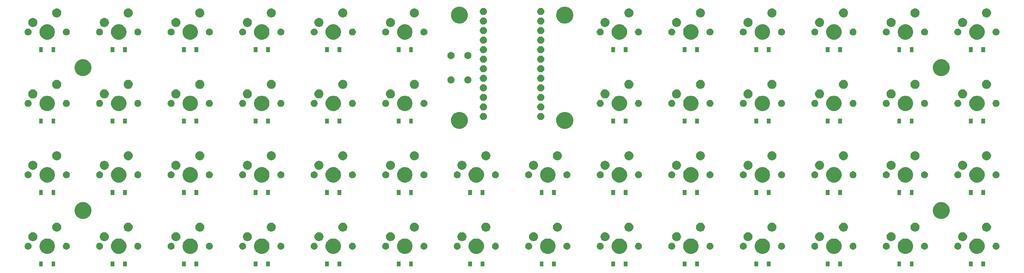
<source format=gbs>
G04 #@! TF.GenerationSoftware,KiCad,Pcbnew,(5.1.4)-1*
G04 #@! TF.CreationDate,2021-09-19T23:12:05-04:00*
G04 #@! TF.ProjectId,horizon-mx,686f7269-7a6f-46e2-9d6d-782e6b696361,rev?*
G04 #@! TF.SameCoordinates,Original*
G04 #@! TF.FileFunction,Soldermask,Bot*
G04 #@! TF.FilePolarity,Negative*
%FSLAX46Y46*%
G04 Gerber Fmt 4.6, Leading zero omitted, Abs format (unit mm)*
G04 Created by KiCad (PCBNEW (5.1.4)-1) date 2021-09-19 23:12:05*
%MOMM*%
%LPD*%
G04 APERTURE LIST*
%ADD10C,0.100000*%
G04 APERTURE END LIST*
D10*
G36*
X87651000Y-166851000D02*
G01*
X86649000Y-166851000D01*
X86649000Y-165549000D01*
X87651000Y-165549000D01*
X87651000Y-166851000D01*
X87651000Y-166851000D01*
G37*
G36*
X220651000Y-166851000D02*
G01*
X219649000Y-166851000D01*
X219649000Y-165549000D01*
X220651000Y-165549000D01*
X220651000Y-166851000D01*
X220651000Y-166851000D01*
G37*
G36*
X84351000Y-166851000D02*
G01*
X83349000Y-166851000D01*
X83349000Y-165549000D01*
X84351000Y-165549000D01*
X84351000Y-166851000D01*
X84351000Y-166851000D01*
G37*
G36*
X334651000Y-166851000D02*
G01*
X333649000Y-166851000D01*
X333649000Y-165549000D01*
X334651000Y-165549000D01*
X334651000Y-166851000D01*
X334651000Y-166851000D01*
G37*
G36*
X315651000Y-166851000D02*
G01*
X314649000Y-166851000D01*
X314649000Y-165549000D01*
X315651000Y-165549000D01*
X315651000Y-166851000D01*
X315651000Y-166851000D01*
G37*
G36*
X312351000Y-166851000D02*
G01*
X311349000Y-166851000D01*
X311349000Y-165549000D01*
X312351000Y-165549000D01*
X312351000Y-166851000D01*
X312351000Y-166851000D01*
G37*
G36*
X296651000Y-166851000D02*
G01*
X295649000Y-166851000D01*
X295649000Y-165549000D01*
X296651000Y-165549000D01*
X296651000Y-166851000D01*
X296651000Y-166851000D01*
G37*
G36*
X293351000Y-166851000D02*
G01*
X292349000Y-166851000D01*
X292349000Y-165549000D01*
X293351000Y-165549000D01*
X293351000Y-166851000D01*
X293351000Y-166851000D01*
G37*
G36*
X277651000Y-166851000D02*
G01*
X276649000Y-166851000D01*
X276649000Y-165549000D01*
X277651000Y-165549000D01*
X277651000Y-166851000D01*
X277651000Y-166851000D01*
G37*
G36*
X274351000Y-166851000D02*
G01*
X273349000Y-166851000D01*
X273349000Y-165549000D01*
X274351000Y-165549000D01*
X274351000Y-166851000D01*
X274351000Y-166851000D01*
G37*
G36*
X258651000Y-166851000D02*
G01*
X257649000Y-166851000D01*
X257649000Y-165549000D01*
X258651000Y-165549000D01*
X258651000Y-166851000D01*
X258651000Y-166851000D01*
G37*
G36*
X255351000Y-166851000D02*
G01*
X254349000Y-166851000D01*
X254349000Y-165549000D01*
X255351000Y-165549000D01*
X255351000Y-166851000D01*
X255351000Y-166851000D01*
G37*
G36*
X239651000Y-166851000D02*
G01*
X238649000Y-166851000D01*
X238649000Y-165549000D01*
X239651000Y-165549000D01*
X239651000Y-166851000D01*
X239651000Y-166851000D01*
G37*
G36*
X236351000Y-166851000D02*
G01*
X235349000Y-166851000D01*
X235349000Y-165549000D01*
X236351000Y-165549000D01*
X236351000Y-166851000D01*
X236351000Y-166851000D01*
G37*
G36*
X331351000Y-166851000D02*
G01*
X330349000Y-166851000D01*
X330349000Y-165549000D01*
X331351000Y-165549000D01*
X331351000Y-166851000D01*
X331351000Y-166851000D01*
G37*
G36*
X201651000Y-166851000D02*
G01*
X200649000Y-166851000D01*
X200649000Y-165549000D01*
X201651000Y-165549000D01*
X201651000Y-166851000D01*
X201651000Y-166851000D01*
G37*
G36*
X103351000Y-166851000D02*
G01*
X102349000Y-166851000D01*
X102349000Y-165549000D01*
X103351000Y-165549000D01*
X103351000Y-166851000D01*
X103351000Y-166851000D01*
G37*
G36*
X106651000Y-166851000D02*
G01*
X105649000Y-166851000D01*
X105649000Y-165549000D01*
X106651000Y-165549000D01*
X106651000Y-166851000D01*
X106651000Y-166851000D01*
G37*
G36*
X122351000Y-166851000D02*
G01*
X121349000Y-166851000D01*
X121349000Y-165549000D01*
X122351000Y-165549000D01*
X122351000Y-166851000D01*
X122351000Y-166851000D01*
G37*
G36*
X125651000Y-166851000D02*
G01*
X124649000Y-166851000D01*
X124649000Y-165549000D01*
X125651000Y-165549000D01*
X125651000Y-166851000D01*
X125651000Y-166851000D01*
G37*
G36*
X141351000Y-166851000D02*
G01*
X140349000Y-166851000D01*
X140349000Y-165549000D01*
X141351000Y-165549000D01*
X141351000Y-166851000D01*
X141351000Y-166851000D01*
G37*
G36*
X144651000Y-166851000D02*
G01*
X143649000Y-166851000D01*
X143649000Y-165549000D01*
X144651000Y-165549000D01*
X144651000Y-166851000D01*
X144651000Y-166851000D01*
G37*
G36*
X160351000Y-166851000D02*
G01*
X159349000Y-166851000D01*
X159349000Y-165549000D01*
X160351000Y-165549000D01*
X160351000Y-166851000D01*
X160351000Y-166851000D01*
G37*
G36*
X163651000Y-166851000D02*
G01*
X162649000Y-166851000D01*
X162649000Y-165549000D01*
X163651000Y-165549000D01*
X163651000Y-166851000D01*
X163651000Y-166851000D01*
G37*
G36*
X179351000Y-166851000D02*
G01*
X178349000Y-166851000D01*
X178349000Y-165549000D01*
X179351000Y-165549000D01*
X179351000Y-166851000D01*
X179351000Y-166851000D01*
G37*
G36*
X182651000Y-166851000D02*
G01*
X181649000Y-166851000D01*
X181649000Y-165549000D01*
X182651000Y-165549000D01*
X182651000Y-166851000D01*
X182651000Y-166851000D01*
G37*
G36*
X198351000Y-166851000D02*
G01*
X197349000Y-166851000D01*
X197349000Y-165549000D01*
X198351000Y-165549000D01*
X198351000Y-166851000D01*
X198351000Y-166851000D01*
G37*
G36*
X217351000Y-166851000D02*
G01*
X216349000Y-166851000D01*
X216349000Y-165549000D01*
X217351000Y-165549000D01*
X217351000Y-166851000D01*
X217351000Y-166851000D01*
G37*
G36*
X333098254Y-159527818D02*
G01*
X333471511Y-159682426D01*
X333471513Y-159682427D01*
X333536115Y-159725593D01*
X333807436Y-159906884D01*
X334093116Y-160192564D01*
X334317574Y-160528489D01*
X334472182Y-160901746D01*
X334551000Y-161297993D01*
X334551000Y-161702007D01*
X334472182Y-162098254D01*
X334351165Y-162390414D01*
X334317573Y-162471513D01*
X334093116Y-162807436D01*
X333807436Y-163093116D01*
X333471513Y-163317573D01*
X333471512Y-163317574D01*
X333471511Y-163317574D01*
X333098254Y-163472182D01*
X332702007Y-163551000D01*
X332297993Y-163551000D01*
X331901746Y-163472182D01*
X331528489Y-163317574D01*
X331528488Y-163317574D01*
X331528487Y-163317573D01*
X331192564Y-163093116D01*
X330906884Y-162807436D01*
X330682427Y-162471513D01*
X330648835Y-162390414D01*
X330527818Y-162098254D01*
X330449000Y-161702007D01*
X330449000Y-161297993D01*
X330527818Y-160901746D01*
X330682426Y-160528489D01*
X330906884Y-160192564D01*
X331192564Y-159906884D01*
X331463885Y-159725593D01*
X331528487Y-159682427D01*
X331528489Y-159682426D01*
X331901746Y-159527818D01*
X332297993Y-159449000D01*
X332702007Y-159449000D01*
X333098254Y-159527818D01*
X333098254Y-159527818D01*
G37*
G36*
X86098254Y-159527818D02*
G01*
X86471511Y-159682426D01*
X86471513Y-159682427D01*
X86536115Y-159725593D01*
X86807436Y-159906884D01*
X87093116Y-160192564D01*
X87317574Y-160528489D01*
X87472182Y-160901746D01*
X87551000Y-161297993D01*
X87551000Y-161702007D01*
X87472182Y-162098254D01*
X87351165Y-162390414D01*
X87317573Y-162471513D01*
X87093116Y-162807436D01*
X86807436Y-163093116D01*
X86471513Y-163317573D01*
X86471512Y-163317574D01*
X86471511Y-163317574D01*
X86098254Y-163472182D01*
X85702007Y-163551000D01*
X85297993Y-163551000D01*
X84901746Y-163472182D01*
X84528489Y-163317574D01*
X84528488Y-163317574D01*
X84528487Y-163317573D01*
X84192564Y-163093116D01*
X83906884Y-162807436D01*
X83682427Y-162471513D01*
X83648835Y-162390414D01*
X83527818Y-162098254D01*
X83449000Y-161702007D01*
X83449000Y-161297993D01*
X83527818Y-160901746D01*
X83682426Y-160528489D01*
X83906884Y-160192564D01*
X84192564Y-159906884D01*
X84463885Y-159725593D01*
X84528487Y-159682427D01*
X84528489Y-159682426D01*
X84901746Y-159527818D01*
X85297993Y-159449000D01*
X85702007Y-159449000D01*
X86098254Y-159527818D01*
X86098254Y-159527818D01*
G37*
G36*
X105098254Y-159527818D02*
G01*
X105471511Y-159682426D01*
X105471513Y-159682427D01*
X105536115Y-159725593D01*
X105807436Y-159906884D01*
X106093116Y-160192564D01*
X106317574Y-160528489D01*
X106472182Y-160901746D01*
X106551000Y-161297993D01*
X106551000Y-161702007D01*
X106472182Y-162098254D01*
X106351165Y-162390414D01*
X106317573Y-162471513D01*
X106093116Y-162807436D01*
X105807436Y-163093116D01*
X105471513Y-163317573D01*
X105471512Y-163317574D01*
X105471511Y-163317574D01*
X105098254Y-163472182D01*
X104702007Y-163551000D01*
X104297993Y-163551000D01*
X103901746Y-163472182D01*
X103528489Y-163317574D01*
X103528488Y-163317574D01*
X103528487Y-163317573D01*
X103192564Y-163093116D01*
X102906884Y-162807436D01*
X102682427Y-162471513D01*
X102648835Y-162390414D01*
X102527818Y-162098254D01*
X102449000Y-161702007D01*
X102449000Y-161297993D01*
X102527818Y-160901746D01*
X102682426Y-160528489D01*
X102906884Y-160192564D01*
X103192564Y-159906884D01*
X103463885Y-159725593D01*
X103528487Y-159682427D01*
X103528489Y-159682426D01*
X103901746Y-159527818D01*
X104297993Y-159449000D01*
X104702007Y-159449000D01*
X105098254Y-159527818D01*
X105098254Y-159527818D01*
G37*
G36*
X124098254Y-159527818D02*
G01*
X124471511Y-159682426D01*
X124471513Y-159682427D01*
X124536115Y-159725593D01*
X124807436Y-159906884D01*
X125093116Y-160192564D01*
X125317574Y-160528489D01*
X125472182Y-160901746D01*
X125551000Y-161297993D01*
X125551000Y-161702007D01*
X125472182Y-162098254D01*
X125351165Y-162390414D01*
X125317573Y-162471513D01*
X125093116Y-162807436D01*
X124807436Y-163093116D01*
X124471513Y-163317573D01*
X124471512Y-163317574D01*
X124471511Y-163317574D01*
X124098254Y-163472182D01*
X123702007Y-163551000D01*
X123297993Y-163551000D01*
X122901746Y-163472182D01*
X122528489Y-163317574D01*
X122528488Y-163317574D01*
X122528487Y-163317573D01*
X122192564Y-163093116D01*
X121906884Y-162807436D01*
X121682427Y-162471513D01*
X121648835Y-162390414D01*
X121527818Y-162098254D01*
X121449000Y-161702007D01*
X121449000Y-161297993D01*
X121527818Y-160901746D01*
X121682426Y-160528489D01*
X121906884Y-160192564D01*
X122192564Y-159906884D01*
X122463885Y-159725593D01*
X122528487Y-159682427D01*
X122528489Y-159682426D01*
X122901746Y-159527818D01*
X123297993Y-159449000D01*
X123702007Y-159449000D01*
X124098254Y-159527818D01*
X124098254Y-159527818D01*
G37*
G36*
X143098254Y-159527818D02*
G01*
X143471511Y-159682426D01*
X143471513Y-159682427D01*
X143536115Y-159725593D01*
X143807436Y-159906884D01*
X144093116Y-160192564D01*
X144317574Y-160528489D01*
X144472182Y-160901746D01*
X144551000Y-161297993D01*
X144551000Y-161702007D01*
X144472182Y-162098254D01*
X144351165Y-162390414D01*
X144317573Y-162471513D01*
X144093116Y-162807436D01*
X143807436Y-163093116D01*
X143471513Y-163317573D01*
X143471512Y-163317574D01*
X143471511Y-163317574D01*
X143098254Y-163472182D01*
X142702007Y-163551000D01*
X142297993Y-163551000D01*
X141901746Y-163472182D01*
X141528489Y-163317574D01*
X141528488Y-163317574D01*
X141528487Y-163317573D01*
X141192564Y-163093116D01*
X140906884Y-162807436D01*
X140682427Y-162471513D01*
X140648835Y-162390414D01*
X140527818Y-162098254D01*
X140449000Y-161702007D01*
X140449000Y-161297993D01*
X140527818Y-160901746D01*
X140682426Y-160528489D01*
X140906884Y-160192564D01*
X141192564Y-159906884D01*
X141463885Y-159725593D01*
X141528487Y-159682427D01*
X141528489Y-159682426D01*
X141901746Y-159527818D01*
X142297993Y-159449000D01*
X142702007Y-159449000D01*
X143098254Y-159527818D01*
X143098254Y-159527818D01*
G37*
G36*
X162098254Y-159527818D02*
G01*
X162471511Y-159682426D01*
X162471513Y-159682427D01*
X162536115Y-159725593D01*
X162807436Y-159906884D01*
X163093116Y-160192564D01*
X163317574Y-160528489D01*
X163472182Y-160901746D01*
X163551000Y-161297993D01*
X163551000Y-161702007D01*
X163472182Y-162098254D01*
X163351165Y-162390414D01*
X163317573Y-162471513D01*
X163093116Y-162807436D01*
X162807436Y-163093116D01*
X162471513Y-163317573D01*
X162471512Y-163317574D01*
X162471511Y-163317574D01*
X162098254Y-163472182D01*
X161702007Y-163551000D01*
X161297993Y-163551000D01*
X160901746Y-163472182D01*
X160528489Y-163317574D01*
X160528488Y-163317574D01*
X160528487Y-163317573D01*
X160192564Y-163093116D01*
X159906884Y-162807436D01*
X159682427Y-162471513D01*
X159648835Y-162390414D01*
X159527818Y-162098254D01*
X159449000Y-161702007D01*
X159449000Y-161297993D01*
X159527818Y-160901746D01*
X159682426Y-160528489D01*
X159906884Y-160192564D01*
X160192564Y-159906884D01*
X160463885Y-159725593D01*
X160528487Y-159682427D01*
X160528489Y-159682426D01*
X160901746Y-159527818D01*
X161297993Y-159449000D01*
X161702007Y-159449000D01*
X162098254Y-159527818D01*
X162098254Y-159527818D01*
G37*
G36*
X181098254Y-159527818D02*
G01*
X181471511Y-159682426D01*
X181471513Y-159682427D01*
X181536115Y-159725593D01*
X181807436Y-159906884D01*
X182093116Y-160192564D01*
X182317574Y-160528489D01*
X182472182Y-160901746D01*
X182551000Y-161297993D01*
X182551000Y-161702007D01*
X182472182Y-162098254D01*
X182351165Y-162390414D01*
X182317573Y-162471513D01*
X182093116Y-162807436D01*
X181807436Y-163093116D01*
X181471513Y-163317573D01*
X181471512Y-163317574D01*
X181471511Y-163317574D01*
X181098254Y-163472182D01*
X180702007Y-163551000D01*
X180297993Y-163551000D01*
X179901746Y-163472182D01*
X179528489Y-163317574D01*
X179528488Y-163317574D01*
X179528487Y-163317573D01*
X179192564Y-163093116D01*
X178906884Y-162807436D01*
X178682427Y-162471513D01*
X178648835Y-162390414D01*
X178527818Y-162098254D01*
X178449000Y-161702007D01*
X178449000Y-161297993D01*
X178527818Y-160901746D01*
X178682426Y-160528489D01*
X178906884Y-160192564D01*
X179192564Y-159906884D01*
X179463885Y-159725593D01*
X179528487Y-159682427D01*
X179528489Y-159682426D01*
X179901746Y-159527818D01*
X180297993Y-159449000D01*
X180702007Y-159449000D01*
X181098254Y-159527818D01*
X181098254Y-159527818D01*
G37*
G36*
X219098254Y-159527818D02*
G01*
X219471511Y-159682426D01*
X219471513Y-159682427D01*
X219536115Y-159725593D01*
X219807436Y-159906884D01*
X220093116Y-160192564D01*
X220317574Y-160528489D01*
X220472182Y-160901746D01*
X220551000Y-161297993D01*
X220551000Y-161702007D01*
X220472182Y-162098254D01*
X220351165Y-162390414D01*
X220317573Y-162471513D01*
X220093116Y-162807436D01*
X219807436Y-163093116D01*
X219471513Y-163317573D01*
X219471512Y-163317574D01*
X219471511Y-163317574D01*
X219098254Y-163472182D01*
X218702007Y-163551000D01*
X218297993Y-163551000D01*
X217901746Y-163472182D01*
X217528489Y-163317574D01*
X217528488Y-163317574D01*
X217528487Y-163317573D01*
X217192564Y-163093116D01*
X216906884Y-162807436D01*
X216682427Y-162471513D01*
X216648835Y-162390414D01*
X216527818Y-162098254D01*
X216449000Y-161702007D01*
X216449000Y-161297993D01*
X216527818Y-160901746D01*
X216682426Y-160528489D01*
X216906884Y-160192564D01*
X217192564Y-159906884D01*
X217463885Y-159725593D01*
X217528487Y-159682427D01*
X217528489Y-159682426D01*
X217901746Y-159527818D01*
X218297993Y-159449000D01*
X218702007Y-159449000D01*
X219098254Y-159527818D01*
X219098254Y-159527818D01*
G37*
G36*
X238098254Y-159527818D02*
G01*
X238471511Y-159682426D01*
X238471513Y-159682427D01*
X238536115Y-159725593D01*
X238807436Y-159906884D01*
X239093116Y-160192564D01*
X239317574Y-160528489D01*
X239472182Y-160901746D01*
X239551000Y-161297993D01*
X239551000Y-161702007D01*
X239472182Y-162098254D01*
X239351165Y-162390414D01*
X239317573Y-162471513D01*
X239093116Y-162807436D01*
X238807436Y-163093116D01*
X238471513Y-163317573D01*
X238471512Y-163317574D01*
X238471511Y-163317574D01*
X238098254Y-163472182D01*
X237702007Y-163551000D01*
X237297993Y-163551000D01*
X236901746Y-163472182D01*
X236528489Y-163317574D01*
X236528488Y-163317574D01*
X236528487Y-163317573D01*
X236192564Y-163093116D01*
X235906884Y-162807436D01*
X235682427Y-162471513D01*
X235648835Y-162390414D01*
X235527818Y-162098254D01*
X235449000Y-161702007D01*
X235449000Y-161297993D01*
X235527818Y-160901746D01*
X235682426Y-160528489D01*
X235906884Y-160192564D01*
X236192564Y-159906884D01*
X236463885Y-159725593D01*
X236528487Y-159682427D01*
X236528489Y-159682426D01*
X236901746Y-159527818D01*
X237297993Y-159449000D01*
X237702007Y-159449000D01*
X238098254Y-159527818D01*
X238098254Y-159527818D01*
G37*
G36*
X257098254Y-159527818D02*
G01*
X257471511Y-159682426D01*
X257471513Y-159682427D01*
X257536115Y-159725593D01*
X257807436Y-159906884D01*
X258093116Y-160192564D01*
X258317574Y-160528489D01*
X258472182Y-160901746D01*
X258551000Y-161297993D01*
X258551000Y-161702007D01*
X258472182Y-162098254D01*
X258351165Y-162390414D01*
X258317573Y-162471513D01*
X258093116Y-162807436D01*
X257807436Y-163093116D01*
X257471513Y-163317573D01*
X257471512Y-163317574D01*
X257471511Y-163317574D01*
X257098254Y-163472182D01*
X256702007Y-163551000D01*
X256297993Y-163551000D01*
X255901746Y-163472182D01*
X255528489Y-163317574D01*
X255528488Y-163317574D01*
X255528487Y-163317573D01*
X255192564Y-163093116D01*
X254906884Y-162807436D01*
X254682427Y-162471513D01*
X254648835Y-162390414D01*
X254527818Y-162098254D01*
X254449000Y-161702007D01*
X254449000Y-161297993D01*
X254527818Y-160901746D01*
X254682426Y-160528489D01*
X254906884Y-160192564D01*
X255192564Y-159906884D01*
X255463885Y-159725593D01*
X255528487Y-159682427D01*
X255528489Y-159682426D01*
X255901746Y-159527818D01*
X256297993Y-159449000D01*
X256702007Y-159449000D01*
X257098254Y-159527818D01*
X257098254Y-159527818D01*
G37*
G36*
X276098254Y-159527818D02*
G01*
X276471511Y-159682426D01*
X276471513Y-159682427D01*
X276536115Y-159725593D01*
X276807436Y-159906884D01*
X277093116Y-160192564D01*
X277317574Y-160528489D01*
X277472182Y-160901746D01*
X277551000Y-161297993D01*
X277551000Y-161702007D01*
X277472182Y-162098254D01*
X277351165Y-162390414D01*
X277317573Y-162471513D01*
X277093116Y-162807436D01*
X276807436Y-163093116D01*
X276471513Y-163317573D01*
X276471512Y-163317574D01*
X276471511Y-163317574D01*
X276098254Y-163472182D01*
X275702007Y-163551000D01*
X275297993Y-163551000D01*
X274901746Y-163472182D01*
X274528489Y-163317574D01*
X274528488Y-163317574D01*
X274528487Y-163317573D01*
X274192564Y-163093116D01*
X273906884Y-162807436D01*
X273682427Y-162471513D01*
X273648835Y-162390414D01*
X273527818Y-162098254D01*
X273449000Y-161702007D01*
X273449000Y-161297993D01*
X273527818Y-160901746D01*
X273682426Y-160528489D01*
X273906884Y-160192564D01*
X274192564Y-159906884D01*
X274463885Y-159725593D01*
X274528487Y-159682427D01*
X274528489Y-159682426D01*
X274901746Y-159527818D01*
X275297993Y-159449000D01*
X275702007Y-159449000D01*
X276098254Y-159527818D01*
X276098254Y-159527818D01*
G37*
G36*
X295098254Y-159527818D02*
G01*
X295471511Y-159682426D01*
X295471513Y-159682427D01*
X295536115Y-159725593D01*
X295807436Y-159906884D01*
X296093116Y-160192564D01*
X296317574Y-160528489D01*
X296472182Y-160901746D01*
X296551000Y-161297993D01*
X296551000Y-161702007D01*
X296472182Y-162098254D01*
X296351165Y-162390414D01*
X296317573Y-162471513D01*
X296093116Y-162807436D01*
X295807436Y-163093116D01*
X295471513Y-163317573D01*
X295471512Y-163317574D01*
X295471511Y-163317574D01*
X295098254Y-163472182D01*
X294702007Y-163551000D01*
X294297993Y-163551000D01*
X293901746Y-163472182D01*
X293528489Y-163317574D01*
X293528488Y-163317574D01*
X293528487Y-163317573D01*
X293192564Y-163093116D01*
X292906884Y-162807436D01*
X292682427Y-162471513D01*
X292648835Y-162390414D01*
X292527818Y-162098254D01*
X292449000Y-161702007D01*
X292449000Y-161297993D01*
X292527818Y-160901746D01*
X292682426Y-160528489D01*
X292906884Y-160192564D01*
X293192564Y-159906884D01*
X293463885Y-159725593D01*
X293528487Y-159682427D01*
X293528489Y-159682426D01*
X293901746Y-159527818D01*
X294297993Y-159449000D01*
X294702007Y-159449000D01*
X295098254Y-159527818D01*
X295098254Y-159527818D01*
G37*
G36*
X314098254Y-159527818D02*
G01*
X314471511Y-159682426D01*
X314471513Y-159682427D01*
X314536115Y-159725593D01*
X314807436Y-159906884D01*
X315093116Y-160192564D01*
X315317574Y-160528489D01*
X315472182Y-160901746D01*
X315551000Y-161297993D01*
X315551000Y-161702007D01*
X315472182Y-162098254D01*
X315351165Y-162390414D01*
X315317573Y-162471513D01*
X315093116Y-162807436D01*
X314807436Y-163093116D01*
X314471513Y-163317573D01*
X314471512Y-163317574D01*
X314471511Y-163317574D01*
X314098254Y-163472182D01*
X313702007Y-163551000D01*
X313297993Y-163551000D01*
X312901746Y-163472182D01*
X312528489Y-163317574D01*
X312528488Y-163317574D01*
X312528487Y-163317573D01*
X312192564Y-163093116D01*
X311906884Y-162807436D01*
X311682427Y-162471513D01*
X311648835Y-162390414D01*
X311527818Y-162098254D01*
X311449000Y-161702007D01*
X311449000Y-161297993D01*
X311527818Y-160901746D01*
X311682426Y-160528489D01*
X311906884Y-160192564D01*
X312192564Y-159906884D01*
X312463885Y-159725593D01*
X312528487Y-159682427D01*
X312528489Y-159682426D01*
X312901746Y-159527818D01*
X313297993Y-159449000D01*
X313702007Y-159449000D01*
X314098254Y-159527818D01*
X314098254Y-159527818D01*
G37*
G36*
X200098254Y-159527818D02*
G01*
X200471511Y-159682426D01*
X200471513Y-159682427D01*
X200536115Y-159725593D01*
X200807436Y-159906884D01*
X201093116Y-160192564D01*
X201317574Y-160528489D01*
X201472182Y-160901746D01*
X201551000Y-161297993D01*
X201551000Y-161702007D01*
X201472182Y-162098254D01*
X201351165Y-162390414D01*
X201317573Y-162471513D01*
X201093116Y-162807436D01*
X200807436Y-163093116D01*
X200471513Y-163317573D01*
X200471512Y-163317574D01*
X200471511Y-163317574D01*
X200098254Y-163472182D01*
X199702007Y-163551000D01*
X199297993Y-163551000D01*
X198901746Y-163472182D01*
X198528489Y-163317574D01*
X198528488Y-163317574D01*
X198528487Y-163317573D01*
X198192564Y-163093116D01*
X197906884Y-162807436D01*
X197682427Y-162471513D01*
X197648835Y-162390414D01*
X197527818Y-162098254D01*
X197449000Y-161702007D01*
X197449000Y-161297993D01*
X197527818Y-160901746D01*
X197682426Y-160528489D01*
X197906884Y-160192564D01*
X198192564Y-159906884D01*
X198463885Y-159725593D01*
X198528487Y-159682427D01*
X198528489Y-159682426D01*
X198901746Y-159527818D01*
X199297993Y-159449000D01*
X199702007Y-159449000D01*
X200098254Y-159527818D01*
X200098254Y-159527818D01*
G37*
G36*
X118690104Y-160609585D02*
G01*
X118858626Y-160679389D01*
X119010291Y-160780728D01*
X119139272Y-160909709D01*
X119240611Y-161061374D01*
X119310415Y-161229896D01*
X119346000Y-161408797D01*
X119346000Y-161591203D01*
X119310415Y-161770104D01*
X119240611Y-161938626D01*
X119139272Y-162090291D01*
X119010291Y-162219272D01*
X118858626Y-162320611D01*
X118690104Y-162390415D01*
X118511203Y-162426000D01*
X118328797Y-162426000D01*
X118149896Y-162390415D01*
X117981374Y-162320611D01*
X117829709Y-162219272D01*
X117700728Y-162090291D01*
X117599389Y-161938626D01*
X117529585Y-161770104D01*
X117494000Y-161591203D01*
X117494000Y-161408797D01*
X117529585Y-161229896D01*
X117599389Y-161061374D01*
X117700728Y-160909709D01*
X117829709Y-160780728D01*
X117981374Y-160679389D01*
X118149896Y-160609585D01*
X118328797Y-160574000D01*
X118511203Y-160574000D01*
X118690104Y-160609585D01*
X118690104Y-160609585D01*
G37*
G36*
X251690104Y-160609585D02*
G01*
X251858626Y-160679389D01*
X252010291Y-160780728D01*
X252139272Y-160909709D01*
X252240611Y-161061374D01*
X252310415Y-161229896D01*
X252346000Y-161408797D01*
X252346000Y-161591203D01*
X252310415Y-161770104D01*
X252240611Y-161938626D01*
X252139272Y-162090291D01*
X252010291Y-162219272D01*
X251858626Y-162320611D01*
X251690104Y-162390415D01*
X251511203Y-162426000D01*
X251328797Y-162426000D01*
X251149896Y-162390415D01*
X250981374Y-162320611D01*
X250829709Y-162219272D01*
X250700728Y-162090291D01*
X250599389Y-161938626D01*
X250529585Y-161770104D01*
X250494000Y-161591203D01*
X250494000Y-161408797D01*
X250529585Y-161229896D01*
X250599389Y-161061374D01*
X250700728Y-160909709D01*
X250829709Y-160780728D01*
X250981374Y-160679389D01*
X251149896Y-160609585D01*
X251328797Y-160574000D01*
X251511203Y-160574000D01*
X251690104Y-160609585D01*
X251690104Y-160609585D01*
G37*
G36*
X109850104Y-160609585D02*
G01*
X110018626Y-160679389D01*
X110170291Y-160780728D01*
X110299272Y-160909709D01*
X110400611Y-161061374D01*
X110470415Y-161229896D01*
X110506000Y-161408797D01*
X110506000Y-161591203D01*
X110470415Y-161770104D01*
X110400611Y-161938626D01*
X110299272Y-162090291D01*
X110170291Y-162219272D01*
X110018626Y-162320611D01*
X109850104Y-162390415D01*
X109671203Y-162426000D01*
X109488797Y-162426000D01*
X109309896Y-162390415D01*
X109141374Y-162320611D01*
X108989709Y-162219272D01*
X108860728Y-162090291D01*
X108759389Y-161938626D01*
X108689585Y-161770104D01*
X108654000Y-161591203D01*
X108654000Y-161408797D01*
X108689585Y-161229896D01*
X108759389Y-161061374D01*
X108860728Y-160909709D01*
X108989709Y-160780728D01*
X109141374Y-160679389D01*
X109309896Y-160609585D01*
X109488797Y-160574000D01*
X109671203Y-160574000D01*
X109850104Y-160609585D01*
X109850104Y-160609585D01*
G37*
G36*
X280850104Y-160609585D02*
G01*
X281018626Y-160679389D01*
X281170291Y-160780728D01*
X281299272Y-160909709D01*
X281400611Y-161061374D01*
X281470415Y-161229896D01*
X281506000Y-161408797D01*
X281506000Y-161591203D01*
X281470415Y-161770104D01*
X281400611Y-161938626D01*
X281299272Y-162090291D01*
X281170291Y-162219272D01*
X281018626Y-162320611D01*
X280850104Y-162390415D01*
X280671203Y-162426000D01*
X280488797Y-162426000D01*
X280309896Y-162390415D01*
X280141374Y-162320611D01*
X279989709Y-162219272D01*
X279860728Y-162090291D01*
X279759389Y-161938626D01*
X279689585Y-161770104D01*
X279654000Y-161591203D01*
X279654000Y-161408797D01*
X279689585Y-161229896D01*
X279759389Y-161061374D01*
X279860728Y-160909709D01*
X279989709Y-160780728D01*
X280141374Y-160679389D01*
X280309896Y-160609585D01*
X280488797Y-160574000D01*
X280671203Y-160574000D01*
X280850104Y-160609585D01*
X280850104Y-160609585D01*
G37*
G36*
X270690104Y-160609585D02*
G01*
X270858626Y-160679389D01*
X271010291Y-160780728D01*
X271139272Y-160909709D01*
X271240611Y-161061374D01*
X271310415Y-161229896D01*
X271346000Y-161408797D01*
X271346000Y-161591203D01*
X271310415Y-161770104D01*
X271240611Y-161938626D01*
X271139272Y-162090291D01*
X271010291Y-162219272D01*
X270858626Y-162320611D01*
X270690104Y-162390415D01*
X270511203Y-162426000D01*
X270328797Y-162426000D01*
X270149896Y-162390415D01*
X269981374Y-162320611D01*
X269829709Y-162219272D01*
X269700728Y-162090291D01*
X269599389Y-161938626D01*
X269529585Y-161770104D01*
X269494000Y-161591203D01*
X269494000Y-161408797D01*
X269529585Y-161229896D01*
X269599389Y-161061374D01*
X269700728Y-160909709D01*
X269829709Y-160780728D01*
X269981374Y-160679389D01*
X270149896Y-160609585D01*
X270328797Y-160574000D01*
X270511203Y-160574000D01*
X270690104Y-160609585D01*
X270690104Y-160609585D01*
G37*
G36*
X99690104Y-160609585D02*
G01*
X99858626Y-160679389D01*
X100010291Y-160780728D01*
X100139272Y-160909709D01*
X100240611Y-161061374D01*
X100310415Y-161229896D01*
X100346000Y-161408797D01*
X100346000Y-161591203D01*
X100310415Y-161770104D01*
X100240611Y-161938626D01*
X100139272Y-162090291D01*
X100010291Y-162219272D01*
X99858626Y-162320611D01*
X99690104Y-162390415D01*
X99511203Y-162426000D01*
X99328797Y-162426000D01*
X99149896Y-162390415D01*
X98981374Y-162320611D01*
X98829709Y-162219272D01*
X98700728Y-162090291D01*
X98599389Y-161938626D01*
X98529585Y-161770104D01*
X98494000Y-161591203D01*
X98494000Y-161408797D01*
X98529585Y-161229896D01*
X98599389Y-161061374D01*
X98700728Y-160909709D01*
X98829709Y-160780728D01*
X98981374Y-160679389D01*
X99149896Y-160609585D01*
X99328797Y-160574000D01*
X99511203Y-160574000D01*
X99690104Y-160609585D01*
X99690104Y-160609585D01*
G37*
G36*
X299850104Y-160609585D02*
G01*
X300018626Y-160679389D01*
X300170291Y-160780728D01*
X300299272Y-160909709D01*
X300400611Y-161061374D01*
X300470415Y-161229896D01*
X300506000Y-161408797D01*
X300506000Y-161591203D01*
X300470415Y-161770104D01*
X300400611Y-161938626D01*
X300299272Y-162090291D01*
X300170291Y-162219272D01*
X300018626Y-162320611D01*
X299850104Y-162390415D01*
X299671203Y-162426000D01*
X299488797Y-162426000D01*
X299309896Y-162390415D01*
X299141374Y-162320611D01*
X298989709Y-162219272D01*
X298860728Y-162090291D01*
X298759389Y-161938626D01*
X298689585Y-161770104D01*
X298654000Y-161591203D01*
X298654000Y-161408797D01*
X298689585Y-161229896D01*
X298759389Y-161061374D01*
X298860728Y-160909709D01*
X298989709Y-160780728D01*
X299141374Y-160679389D01*
X299309896Y-160609585D01*
X299488797Y-160574000D01*
X299671203Y-160574000D01*
X299850104Y-160609585D01*
X299850104Y-160609585D01*
G37*
G36*
X289690104Y-160609585D02*
G01*
X289858626Y-160679389D01*
X290010291Y-160780728D01*
X290139272Y-160909709D01*
X290240611Y-161061374D01*
X290310415Y-161229896D01*
X290346000Y-161408797D01*
X290346000Y-161591203D01*
X290310415Y-161770104D01*
X290240611Y-161938626D01*
X290139272Y-162090291D01*
X290010291Y-162219272D01*
X289858626Y-162320611D01*
X289690104Y-162390415D01*
X289511203Y-162426000D01*
X289328797Y-162426000D01*
X289149896Y-162390415D01*
X288981374Y-162320611D01*
X288829709Y-162219272D01*
X288700728Y-162090291D01*
X288599389Y-161938626D01*
X288529585Y-161770104D01*
X288494000Y-161591203D01*
X288494000Y-161408797D01*
X288529585Y-161229896D01*
X288599389Y-161061374D01*
X288700728Y-160909709D01*
X288829709Y-160780728D01*
X288981374Y-160679389D01*
X289149896Y-160609585D01*
X289328797Y-160574000D01*
X289511203Y-160574000D01*
X289690104Y-160609585D01*
X289690104Y-160609585D01*
G37*
G36*
X90850104Y-160609585D02*
G01*
X91018626Y-160679389D01*
X91170291Y-160780728D01*
X91299272Y-160909709D01*
X91400611Y-161061374D01*
X91470415Y-161229896D01*
X91506000Y-161408797D01*
X91506000Y-161591203D01*
X91470415Y-161770104D01*
X91400611Y-161938626D01*
X91299272Y-162090291D01*
X91170291Y-162219272D01*
X91018626Y-162320611D01*
X90850104Y-162390415D01*
X90671203Y-162426000D01*
X90488797Y-162426000D01*
X90309896Y-162390415D01*
X90141374Y-162320611D01*
X89989709Y-162219272D01*
X89860728Y-162090291D01*
X89759389Y-161938626D01*
X89689585Y-161770104D01*
X89654000Y-161591203D01*
X89654000Y-161408797D01*
X89689585Y-161229896D01*
X89759389Y-161061374D01*
X89860728Y-160909709D01*
X89989709Y-160780728D01*
X90141374Y-160679389D01*
X90309896Y-160609585D01*
X90488797Y-160574000D01*
X90671203Y-160574000D01*
X90850104Y-160609585D01*
X90850104Y-160609585D01*
G37*
G36*
X318850104Y-160609585D02*
G01*
X319018626Y-160679389D01*
X319170291Y-160780728D01*
X319299272Y-160909709D01*
X319400611Y-161061374D01*
X319470415Y-161229896D01*
X319506000Y-161408797D01*
X319506000Y-161591203D01*
X319470415Y-161770104D01*
X319400611Y-161938626D01*
X319299272Y-162090291D01*
X319170291Y-162219272D01*
X319018626Y-162320611D01*
X318850104Y-162390415D01*
X318671203Y-162426000D01*
X318488797Y-162426000D01*
X318309896Y-162390415D01*
X318141374Y-162320611D01*
X317989709Y-162219272D01*
X317860728Y-162090291D01*
X317759389Y-161938626D01*
X317689585Y-161770104D01*
X317654000Y-161591203D01*
X317654000Y-161408797D01*
X317689585Y-161229896D01*
X317759389Y-161061374D01*
X317860728Y-160909709D01*
X317989709Y-160780728D01*
X318141374Y-160679389D01*
X318309896Y-160609585D01*
X318488797Y-160574000D01*
X318671203Y-160574000D01*
X318850104Y-160609585D01*
X318850104Y-160609585D01*
G37*
G36*
X308690104Y-160609585D02*
G01*
X308858626Y-160679389D01*
X309010291Y-160780728D01*
X309139272Y-160909709D01*
X309240611Y-161061374D01*
X309310415Y-161229896D01*
X309346000Y-161408797D01*
X309346000Y-161591203D01*
X309310415Y-161770104D01*
X309240611Y-161938626D01*
X309139272Y-162090291D01*
X309010291Y-162219272D01*
X308858626Y-162320611D01*
X308690104Y-162390415D01*
X308511203Y-162426000D01*
X308328797Y-162426000D01*
X308149896Y-162390415D01*
X307981374Y-162320611D01*
X307829709Y-162219272D01*
X307700728Y-162090291D01*
X307599389Y-161938626D01*
X307529585Y-161770104D01*
X307494000Y-161591203D01*
X307494000Y-161408797D01*
X307529585Y-161229896D01*
X307599389Y-161061374D01*
X307700728Y-160909709D01*
X307829709Y-160780728D01*
X307981374Y-160679389D01*
X308149896Y-160609585D01*
X308328797Y-160574000D01*
X308511203Y-160574000D01*
X308690104Y-160609585D01*
X308690104Y-160609585D01*
G37*
G36*
X80690104Y-160609585D02*
G01*
X80858626Y-160679389D01*
X81010291Y-160780728D01*
X81139272Y-160909709D01*
X81240611Y-161061374D01*
X81310415Y-161229896D01*
X81346000Y-161408797D01*
X81346000Y-161591203D01*
X81310415Y-161770104D01*
X81240611Y-161938626D01*
X81139272Y-162090291D01*
X81010291Y-162219272D01*
X80858626Y-162320611D01*
X80690104Y-162390415D01*
X80511203Y-162426000D01*
X80328797Y-162426000D01*
X80149896Y-162390415D01*
X79981374Y-162320611D01*
X79829709Y-162219272D01*
X79700728Y-162090291D01*
X79599389Y-161938626D01*
X79529585Y-161770104D01*
X79494000Y-161591203D01*
X79494000Y-161408797D01*
X79529585Y-161229896D01*
X79599389Y-161061374D01*
X79700728Y-160909709D01*
X79829709Y-160780728D01*
X79981374Y-160679389D01*
X80149896Y-160609585D01*
X80328797Y-160574000D01*
X80511203Y-160574000D01*
X80690104Y-160609585D01*
X80690104Y-160609585D01*
G37*
G36*
X337850104Y-160609585D02*
G01*
X338018626Y-160679389D01*
X338170291Y-160780728D01*
X338299272Y-160909709D01*
X338400611Y-161061374D01*
X338470415Y-161229896D01*
X338506000Y-161408797D01*
X338506000Y-161591203D01*
X338470415Y-161770104D01*
X338400611Y-161938626D01*
X338299272Y-162090291D01*
X338170291Y-162219272D01*
X338018626Y-162320611D01*
X337850104Y-162390415D01*
X337671203Y-162426000D01*
X337488797Y-162426000D01*
X337309896Y-162390415D01*
X337141374Y-162320611D01*
X336989709Y-162219272D01*
X336860728Y-162090291D01*
X336759389Y-161938626D01*
X336689585Y-161770104D01*
X336654000Y-161591203D01*
X336654000Y-161408797D01*
X336689585Y-161229896D01*
X336759389Y-161061374D01*
X336860728Y-160909709D01*
X336989709Y-160780728D01*
X337141374Y-160679389D01*
X337309896Y-160609585D01*
X337488797Y-160574000D01*
X337671203Y-160574000D01*
X337850104Y-160609585D01*
X337850104Y-160609585D01*
G37*
G36*
X261850104Y-160609585D02*
G01*
X262018626Y-160679389D01*
X262170291Y-160780728D01*
X262299272Y-160909709D01*
X262400611Y-161061374D01*
X262470415Y-161229896D01*
X262506000Y-161408797D01*
X262506000Y-161591203D01*
X262470415Y-161770104D01*
X262400611Y-161938626D01*
X262299272Y-162090291D01*
X262170291Y-162219272D01*
X262018626Y-162320611D01*
X261850104Y-162390415D01*
X261671203Y-162426000D01*
X261488797Y-162426000D01*
X261309896Y-162390415D01*
X261141374Y-162320611D01*
X260989709Y-162219272D01*
X260860728Y-162090291D01*
X260759389Y-161938626D01*
X260689585Y-161770104D01*
X260654000Y-161591203D01*
X260654000Y-161408797D01*
X260689585Y-161229896D01*
X260759389Y-161061374D01*
X260860728Y-160909709D01*
X260989709Y-160780728D01*
X261141374Y-160679389D01*
X261309896Y-160609585D01*
X261488797Y-160574000D01*
X261671203Y-160574000D01*
X261850104Y-160609585D01*
X261850104Y-160609585D01*
G37*
G36*
X232690104Y-160609585D02*
G01*
X232858626Y-160679389D01*
X233010291Y-160780728D01*
X233139272Y-160909709D01*
X233240611Y-161061374D01*
X233310415Y-161229896D01*
X233346000Y-161408797D01*
X233346000Y-161591203D01*
X233310415Y-161770104D01*
X233240611Y-161938626D01*
X233139272Y-162090291D01*
X233010291Y-162219272D01*
X232858626Y-162320611D01*
X232690104Y-162390415D01*
X232511203Y-162426000D01*
X232328797Y-162426000D01*
X232149896Y-162390415D01*
X231981374Y-162320611D01*
X231829709Y-162219272D01*
X231700728Y-162090291D01*
X231599389Y-161938626D01*
X231529585Y-161770104D01*
X231494000Y-161591203D01*
X231494000Y-161408797D01*
X231529585Y-161229896D01*
X231599389Y-161061374D01*
X231700728Y-160909709D01*
X231829709Y-160780728D01*
X231981374Y-160679389D01*
X232149896Y-160609585D01*
X232328797Y-160574000D01*
X232511203Y-160574000D01*
X232690104Y-160609585D01*
X232690104Y-160609585D01*
G37*
G36*
X242850104Y-160609585D02*
G01*
X243018626Y-160679389D01*
X243170291Y-160780728D01*
X243299272Y-160909709D01*
X243400611Y-161061374D01*
X243470415Y-161229896D01*
X243506000Y-161408797D01*
X243506000Y-161591203D01*
X243470415Y-161770104D01*
X243400611Y-161938626D01*
X243299272Y-162090291D01*
X243170291Y-162219272D01*
X243018626Y-162320611D01*
X242850104Y-162390415D01*
X242671203Y-162426000D01*
X242488797Y-162426000D01*
X242309896Y-162390415D01*
X242141374Y-162320611D01*
X241989709Y-162219272D01*
X241860728Y-162090291D01*
X241759389Y-161938626D01*
X241689585Y-161770104D01*
X241654000Y-161591203D01*
X241654000Y-161408797D01*
X241689585Y-161229896D01*
X241759389Y-161061374D01*
X241860728Y-160909709D01*
X241989709Y-160780728D01*
X242141374Y-160679389D01*
X242309896Y-160609585D01*
X242488797Y-160574000D01*
X242671203Y-160574000D01*
X242850104Y-160609585D01*
X242850104Y-160609585D01*
G37*
G36*
X128850104Y-160609585D02*
G01*
X129018626Y-160679389D01*
X129170291Y-160780728D01*
X129299272Y-160909709D01*
X129400611Y-161061374D01*
X129470415Y-161229896D01*
X129506000Y-161408797D01*
X129506000Y-161591203D01*
X129470415Y-161770104D01*
X129400611Y-161938626D01*
X129299272Y-162090291D01*
X129170291Y-162219272D01*
X129018626Y-162320611D01*
X128850104Y-162390415D01*
X128671203Y-162426000D01*
X128488797Y-162426000D01*
X128309896Y-162390415D01*
X128141374Y-162320611D01*
X127989709Y-162219272D01*
X127860728Y-162090291D01*
X127759389Y-161938626D01*
X127689585Y-161770104D01*
X127654000Y-161591203D01*
X127654000Y-161408797D01*
X127689585Y-161229896D01*
X127759389Y-161061374D01*
X127860728Y-160909709D01*
X127989709Y-160780728D01*
X128141374Y-160679389D01*
X128309896Y-160609585D01*
X128488797Y-160574000D01*
X128671203Y-160574000D01*
X128850104Y-160609585D01*
X128850104Y-160609585D01*
G37*
G36*
X213690104Y-160609585D02*
G01*
X213858626Y-160679389D01*
X214010291Y-160780728D01*
X214139272Y-160909709D01*
X214240611Y-161061374D01*
X214310415Y-161229896D01*
X214346000Y-161408797D01*
X214346000Y-161591203D01*
X214310415Y-161770104D01*
X214240611Y-161938626D01*
X214139272Y-162090291D01*
X214010291Y-162219272D01*
X213858626Y-162320611D01*
X213690104Y-162390415D01*
X213511203Y-162426000D01*
X213328797Y-162426000D01*
X213149896Y-162390415D01*
X212981374Y-162320611D01*
X212829709Y-162219272D01*
X212700728Y-162090291D01*
X212599389Y-161938626D01*
X212529585Y-161770104D01*
X212494000Y-161591203D01*
X212494000Y-161408797D01*
X212529585Y-161229896D01*
X212599389Y-161061374D01*
X212700728Y-160909709D01*
X212829709Y-160780728D01*
X212981374Y-160679389D01*
X213149896Y-160609585D01*
X213328797Y-160574000D01*
X213511203Y-160574000D01*
X213690104Y-160609585D01*
X213690104Y-160609585D01*
G37*
G36*
X223850104Y-160609585D02*
G01*
X224018626Y-160679389D01*
X224170291Y-160780728D01*
X224299272Y-160909709D01*
X224400611Y-161061374D01*
X224470415Y-161229896D01*
X224506000Y-161408797D01*
X224506000Y-161591203D01*
X224470415Y-161770104D01*
X224400611Y-161938626D01*
X224299272Y-162090291D01*
X224170291Y-162219272D01*
X224018626Y-162320611D01*
X223850104Y-162390415D01*
X223671203Y-162426000D01*
X223488797Y-162426000D01*
X223309896Y-162390415D01*
X223141374Y-162320611D01*
X222989709Y-162219272D01*
X222860728Y-162090291D01*
X222759389Y-161938626D01*
X222689585Y-161770104D01*
X222654000Y-161591203D01*
X222654000Y-161408797D01*
X222689585Y-161229896D01*
X222759389Y-161061374D01*
X222860728Y-160909709D01*
X222989709Y-160780728D01*
X223141374Y-160679389D01*
X223309896Y-160609585D01*
X223488797Y-160574000D01*
X223671203Y-160574000D01*
X223850104Y-160609585D01*
X223850104Y-160609585D01*
G37*
G36*
X137690104Y-160609585D02*
G01*
X137858626Y-160679389D01*
X138010291Y-160780728D01*
X138139272Y-160909709D01*
X138240611Y-161061374D01*
X138310415Y-161229896D01*
X138346000Y-161408797D01*
X138346000Y-161591203D01*
X138310415Y-161770104D01*
X138240611Y-161938626D01*
X138139272Y-162090291D01*
X138010291Y-162219272D01*
X137858626Y-162320611D01*
X137690104Y-162390415D01*
X137511203Y-162426000D01*
X137328797Y-162426000D01*
X137149896Y-162390415D01*
X136981374Y-162320611D01*
X136829709Y-162219272D01*
X136700728Y-162090291D01*
X136599389Y-161938626D01*
X136529585Y-161770104D01*
X136494000Y-161591203D01*
X136494000Y-161408797D01*
X136529585Y-161229896D01*
X136599389Y-161061374D01*
X136700728Y-160909709D01*
X136829709Y-160780728D01*
X136981374Y-160679389D01*
X137149896Y-160609585D01*
X137328797Y-160574000D01*
X137511203Y-160574000D01*
X137690104Y-160609585D01*
X137690104Y-160609585D01*
G37*
G36*
X194690104Y-160609585D02*
G01*
X194858626Y-160679389D01*
X195010291Y-160780728D01*
X195139272Y-160909709D01*
X195240611Y-161061374D01*
X195310415Y-161229896D01*
X195346000Y-161408797D01*
X195346000Y-161591203D01*
X195310415Y-161770104D01*
X195240611Y-161938626D01*
X195139272Y-162090291D01*
X195010291Y-162219272D01*
X194858626Y-162320611D01*
X194690104Y-162390415D01*
X194511203Y-162426000D01*
X194328797Y-162426000D01*
X194149896Y-162390415D01*
X193981374Y-162320611D01*
X193829709Y-162219272D01*
X193700728Y-162090291D01*
X193599389Y-161938626D01*
X193529585Y-161770104D01*
X193494000Y-161591203D01*
X193494000Y-161408797D01*
X193529585Y-161229896D01*
X193599389Y-161061374D01*
X193700728Y-160909709D01*
X193829709Y-160780728D01*
X193981374Y-160679389D01*
X194149896Y-160609585D01*
X194328797Y-160574000D01*
X194511203Y-160574000D01*
X194690104Y-160609585D01*
X194690104Y-160609585D01*
G37*
G36*
X204850104Y-160609585D02*
G01*
X205018626Y-160679389D01*
X205170291Y-160780728D01*
X205299272Y-160909709D01*
X205400611Y-161061374D01*
X205470415Y-161229896D01*
X205506000Y-161408797D01*
X205506000Y-161591203D01*
X205470415Y-161770104D01*
X205400611Y-161938626D01*
X205299272Y-162090291D01*
X205170291Y-162219272D01*
X205018626Y-162320611D01*
X204850104Y-162390415D01*
X204671203Y-162426000D01*
X204488797Y-162426000D01*
X204309896Y-162390415D01*
X204141374Y-162320611D01*
X203989709Y-162219272D01*
X203860728Y-162090291D01*
X203759389Y-161938626D01*
X203689585Y-161770104D01*
X203654000Y-161591203D01*
X203654000Y-161408797D01*
X203689585Y-161229896D01*
X203759389Y-161061374D01*
X203860728Y-160909709D01*
X203989709Y-160780728D01*
X204141374Y-160679389D01*
X204309896Y-160609585D01*
X204488797Y-160574000D01*
X204671203Y-160574000D01*
X204850104Y-160609585D01*
X204850104Y-160609585D01*
G37*
G36*
X147850104Y-160609585D02*
G01*
X148018626Y-160679389D01*
X148170291Y-160780728D01*
X148299272Y-160909709D01*
X148400611Y-161061374D01*
X148470415Y-161229896D01*
X148506000Y-161408797D01*
X148506000Y-161591203D01*
X148470415Y-161770104D01*
X148400611Y-161938626D01*
X148299272Y-162090291D01*
X148170291Y-162219272D01*
X148018626Y-162320611D01*
X147850104Y-162390415D01*
X147671203Y-162426000D01*
X147488797Y-162426000D01*
X147309896Y-162390415D01*
X147141374Y-162320611D01*
X146989709Y-162219272D01*
X146860728Y-162090291D01*
X146759389Y-161938626D01*
X146689585Y-161770104D01*
X146654000Y-161591203D01*
X146654000Y-161408797D01*
X146689585Y-161229896D01*
X146759389Y-161061374D01*
X146860728Y-160909709D01*
X146989709Y-160780728D01*
X147141374Y-160679389D01*
X147309896Y-160609585D01*
X147488797Y-160574000D01*
X147671203Y-160574000D01*
X147850104Y-160609585D01*
X147850104Y-160609585D01*
G37*
G36*
X175690104Y-160609585D02*
G01*
X175858626Y-160679389D01*
X176010291Y-160780728D01*
X176139272Y-160909709D01*
X176240611Y-161061374D01*
X176310415Y-161229896D01*
X176346000Y-161408797D01*
X176346000Y-161591203D01*
X176310415Y-161770104D01*
X176240611Y-161938626D01*
X176139272Y-162090291D01*
X176010291Y-162219272D01*
X175858626Y-162320611D01*
X175690104Y-162390415D01*
X175511203Y-162426000D01*
X175328797Y-162426000D01*
X175149896Y-162390415D01*
X174981374Y-162320611D01*
X174829709Y-162219272D01*
X174700728Y-162090291D01*
X174599389Y-161938626D01*
X174529585Y-161770104D01*
X174494000Y-161591203D01*
X174494000Y-161408797D01*
X174529585Y-161229896D01*
X174599389Y-161061374D01*
X174700728Y-160909709D01*
X174829709Y-160780728D01*
X174981374Y-160679389D01*
X175149896Y-160609585D01*
X175328797Y-160574000D01*
X175511203Y-160574000D01*
X175690104Y-160609585D01*
X175690104Y-160609585D01*
G37*
G36*
X185850104Y-160609585D02*
G01*
X186018626Y-160679389D01*
X186170291Y-160780728D01*
X186299272Y-160909709D01*
X186400611Y-161061374D01*
X186470415Y-161229896D01*
X186506000Y-161408797D01*
X186506000Y-161591203D01*
X186470415Y-161770104D01*
X186400611Y-161938626D01*
X186299272Y-162090291D01*
X186170291Y-162219272D01*
X186018626Y-162320611D01*
X185850104Y-162390415D01*
X185671203Y-162426000D01*
X185488797Y-162426000D01*
X185309896Y-162390415D01*
X185141374Y-162320611D01*
X184989709Y-162219272D01*
X184860728Y-162090291D01*
X184759389Y-161938626D01*
X184689585Y-161770104D01*
X184654000Y-161591203D01*
X184654000Y-161408797D01*
X184689585Y-161229896D01*
X184759389Y-161061374D01*
X184860728Y-160909709D01*
X184989709Y-160780728D01*
X185141374Y-160679389D01*
X185309896Y-160609585D01*
X185488797Y-160574000D01*
X185671203Y-160574000D01*
X185850104Y-160609585D01*
X185850104Y-160609585D01*
G37*
G36*
X156690104Y-160609585D02*
G01*
X156858626Y-160679389D01*
X157010291Y-160780728D01*
X157139272Y-160909709D01*
X157240611Y-161061374D01*
X157310415Y-161229896D01*
X157346000Y-161408797D01*
X157346000Y-161591203D01*
X157310415Y-161770104D01*
X157240611Y-161938626D01*
X157139272Y-162090291D01*
X157010291Y-162219272D01*
X156858626Y-162320611D01*
X156690104Y-162390415D01*
X156511203Y-162426000D01*
X156328797Y-162426000D01*
X156149896Y-162390415D01*
X155981374Y-162320611D01*
X155829709Y-162219272D01*
X155700728Y-162090291D01*
X155599389Y-161938626D01*
X155529585Y-161770104D01*
X155494000Y-161591203D01*
X155494000Y-161408797D01*
X155529585Y-161229896D01*
X155599389Y-161061374D01*
X155700728Y-160909709D01*
X155829709Y-160780728D01*
X155981374Y-160679389D01*
X156149896Y-160609585D01*
X156328797Y-160574000D01*
X156511203Y-160574000D01*
X156690104Y-160609585D01*
X156690104Y-160609585D01*
G37*
G36*
X166850104Y-160609585D02*
G01*
X167018626Y-160679389D01*
X167170291Y-160780728D01*
X167299272Y-160909709D01*
X167400611Y-161061374D01*
X167470415Y-161229896D01*
X167506000Y-161408797D01*
X167506000Y-161591203D01*
X167470415Y-161770104D01*
X167400611Y-161938626D01*
X167299272Y-162090291D01*
X167170291Y-162219272D01*
X167018626Y-162320611D01*
X166850104Y-162390415D01*
X166671203Y-162426000D01*
X166488797Y-162426000D01*
X166309896Y-162390415D01*
X166141374Y-162320611D01*
X165989709Y-162219272D01*
X165860728Y-162090291D01*
X165759389Y-161938626D01*
X165689585Y-161770104D01*
X165654000Y-161591203D01*
X165654000Y-161408797D01*
X165689585Y-161229896D01*
X165759389Y-161061374D01*
X165860728Y-160909709D01*
X165989709Y-160780728D01*
X166141374Y-160679389D01*
X166309896Y-160609585D01*
X166488797Y-160574000D01*
X166671203Y-160574000D01*
X166850104Y-160609585D01*
X166850104Y-160609585D01*
G37*
G36*
X327690104Y-160609585D02*
G01*
X327858626Y-160679389D01*
X328010291Y-160780728D01*
X328139272Y-160909709D01*
X328240611Y-161061374D01*
X328310415Y-161229896D01*
X328346000Y-161408797D01*
X328346000Y-161591203D01*
X328310415Y-161770104D01*
X328240611Y-161938626D01*
X328139272Y-162090291D01*
X328010291Y-162219272D01*
X327858626Y-162320611D01*
X327690104Y-162390415D01*
X327511203Y-162426000D01*
X327328797Y-162426000D01*
X327149896Y-162390415D01*
X326981374Y-162320611D01*
X326829709Y-162219272D01*
X326700728Y-162090291D01*
X326599389Y-161938626D01*
X326529585Y-161770104D01*
X326494000Y-161591203D01*
X326494000Y-161408797D01*
X326529585Y-161229896D01*
X326599389Y-161061374D01*
X326700728Y-160909709D01*
X326829709Y-160780728D01*
X326981374Y-160679389D01*
X327149896Y-160609585D01*
X327328797Y-160574000D01*
X327511203Y-160574000D01*
X327690104Y-160609585D01*
X327690104Y-160609585D01*
G37*
G36*
X215040318Y-157805153D02*
G01*
X215258885Y-157895687D01*
X215258887Y-157895688D01*
X215455593Y-158027122D01*
X215622878Y-158194407D01*
X215754312Y-158391113D01*
X215754313Y-158391115D01*
X215844847Y-158609682D01*
X215891000Y-158841710D01*
X215891000Y-159078290D01*
X215844847Y-159310318D01*
X215754313Y-159528885D01*
X215754312Y-159528887D01*
X215622878Y-159725593D01*
X215455593Y-159892878D01*
X215258887Y-160024312D01*
X215258886Y-160024313D01*
X215258885Y-160024313D01*
X215040318Y-160114847D01*
X214808290Y-160161000D01*
X214571710Y-160161000D01*
X214339682Y-160114847D01*
X214121115Y-160024313D01*
X214121114Y-160024313D01*
X214121113Y-160024312D01*
X213924407Y-159892878D01*
X213757122Y-159725593D01*
X213625688Y-159528887D01*
X213625687Y-159528885D01*
X213535153Y-159310318D01*
X213489000Y-159078290D01*
X213489000Y-158841710D01*
X213535153Y-158609682D01*
X213625687Y-158391115D01*
X213625688Y-158391113D01*
X213757122Y-158194407D01*
X213924407Y-158027122D01*
X214121113Y-157895688D01*
X214121115Y-157895687D01*
X214339682Y-157805153D01*
X214571710Y-157759000D01*
X214808290Y-157759000D01*
X215040318Y-157805153D01*
X215040318Y-157805153D01*
G37*
G36*
X234040318Y-157805153D02*
G01*
X234258885Y-157895687D01*
X234258887Y-157895688D01*
X234455593Y-158027122D01*
X234622878Y-158194407D01*
X234754312Y-158391113D01*
X234754313Y-158391115D01*
X234844847Y-158609682D01*
X234891000Y-158841710D01*
X234891000Y-159078290D01*
X234844847Y-159310318D01*
X234754313Y-159528885D01*
X234754312Y-159528887D01*
X234622878Y-159725593D01*
X234455593Y-159892878D01*
X234258887Y-160024312D01*
X234258886Y-160024313D01*
X234258885Y-160024313D01*
X234040318Y-160114847D01*
X233808290Y-160161000D01*
X233571710Y-160161000D01*
X233339682Y-160114847D01*
X233121115Y-160024313D01*
X233121114Y-160024313D01*
X233121113Y-160024312D01*
X232924407Y-159892878D01*
X232757122Y-159725593D01*
X232625688Y-159528887D01*
X232625687Y-159528885D01*
X232535153Y-159310318D01*
X232489000Y-159078290D01*
X232489000Y-158841710D01*
X232535153Y-158609682D01*
X232625687Y-158391115D01*
X232625688Y-158391113D01*
X232757122Y-158194407D01*
X232924407Y-158027122D01*
X233121113Y-157895688D01*
X233121115Y-157895687D01*
X233339682Y-157805153D01*
X233571710Y-157759000D01*
X233808290Y-157759000D01*
X234040318Y-157805153D01*
X234040318Y-157805153D01*
G37*
G36*
X82040318Y-157805153D02*
G01*
X82258885Y-157895687D01*
X82258887Y-157895688D01*
X82455593Y-158027122D01*
X82622878Y-158194407D01*
X82754312Y-158391113D01*
X82754313Y-158391115D01*
X82844847Y-158609682D01*
X82891000Y-158841710D01*
X82891000Y-159078290D01*
X82844847Y-159310318D01*
X82754313Y-159528885D01*
X82754312Y-159528887D01*
X82622878Y-159725593D01*
X82455593Y-159892878D01*
X82258887Y-160024312D01*
X82258886Y-160024313D01*
X82258885Y-160024313D01*
X82040318Y-160114847D01*
X81808290Y-160161000D01*
X81571710Y-160161000D01*
X81339682Y-160114847D01*
X81121115Y-160024313D01*
X81121114Y-160024313D01*
X81121113Y-160024312D01*
X80924407Y-159892878D01*
X80757122Y-159725593D01*
X80625688Y-159528887D01*
X80625687Y-159528885D01*
X80535153Y-159310318D01*
X80489000Y-159078290D01*
X80489000Y-158841710D01*
X80535153Y-158609682D01*
X80625687Y-158391115D01*
X80625688Y-158391113D01*
X80757122Y-158194407D01*
X80924407Y-158027122D01*
X81121113Y-157895688D01*
X81121115Y-157895687D01*
X81339682Y-157805153D01*
X81571710Y-157759000D01*
X81808290Y-157759000D01*
X82040318Y-157805153D01*
X82040318Y-157805153D01*
G37*
G36*
X253040318Y-157805153D02*
G01*
X253258885Y-157895687D01*
X253258887Y-157895688D01*
X253455593Y-158027122D01*
X253622878Y-158194407D01*
X253754312Y-158391113D01*
X253754313Y-158391115D01*
X253844847Y-158609682D01*
X253891000Y-158841710D01*
X253891000Y-159078290D01*
X253844847Y-159310318D01*
X253754313Y-159528885D01*
X253754312Y-159528887D01*
X253622878Y-159725593D01*
X253455593Y-159892878D01*
X253258887Y-160024312D01*
X253258886Y-160024313D01*
X253258885Y-160024313D01*
X253040318Y-160114847D01*
X252808290Y-160161000D01*
X252571710Y-160161000D01*
X252339682Y-160114847D01*
X252121115Y-160024313D01*
X252121114Y-160024313D01*
X252121113Y-160024312D01*
X251924407Y-159892878D01*
X251757122Y-159725593D01*
X251625688Y-159528887D01*
X251625687Y-159528885D01*
X251535153Y-159310318D01*
X251489000Y-159078290D01*
X251489000Y-158841710D01*
X251535153Y-158609682D01*
X251625687Y-158391115D01*
X251625688Y-158391113D01*
X251757122Y-158194407D01*
X251924407Y-158027122D01*
X252121113Y-157895688D01*
X252121115Y-157895687D01*
X252339682Y-157805153D01*
X252571710Y-157759000D01*
X252808290Y-157759000D01*
X253040318Y-157805153D01*
X253040318Y-157805153D01*
G37*
G36*
X101040318Y-157805153D02*
G01*
X101258885Y-157895687D01*
X101258887Y-157895688D01*
X101455593Y-158027122D01*
X101622878Y-158194407D01*
X101754312Y-158391113D01*
X101754313Y-158391115D01*
X101844847Y-158609682D01*
X101891000Y-158841710D01*
X101891000Y-159078290D01*
X101844847Y-159310318D01*
X101754313Y-159528885D01*
X101754312Y-159528887D01*
X101622878Y-159725593D01*
X101455593Y-159892878D01*
X101258887Y-160024312D01*
X101258886Y-160024313D01*
X101258885Y-160024313D01*
X101040318Y-160114847D01*
X100808290Y-160161000D01*
X100571710Y-160161000D01*
X100339682Y-160114847D01*
X100121115Y-160024313D01*
X100121114Y-160024313D01*
X100121113Y-160024312D01*
X99924407Y-159892878D01*
X99757122Y-159725593D01*
X99625688Y-159528887D01*
X99625687Y-159528885D01*
X99535153Y-159310318D01*
X99489000Y-159078290D01*
X99489000Y-158841710D01*
X99535153Y-158609682D01*
X99625687Y-158391115D01*
X99625688Y-158391113D01*
X99757122Y-158194407D01*
X99924407Y-158027122D01*
X100121113Y-157895688D01*
X100121115Y-157895687D01*
X100339682Y-157805153D01*
X100571710Y-157759000D01*
X100808290Y-157759000D01*
X101040318Y-157805153D01*
X101040318Y-157805153D01*
G37*
G36*
X272040318Y-157805153D02*
G01*
X272258885Y-157895687D01*
X272258887Y-157895688D01*
X272455593Y-158027122D01*
X272622878Y-158194407D01*
X272754312Y-158391113D01*
X272754313Y-158391115D01*
X272844847Y-158609682D01*
X272891000Y-158841710D01*
X272891000Y-159078290D01*
X272844847Y-159310318D01*
X272754313Y-159528885D01*
X272754312Y-159528887D01*
X272622878Y-159725593D01*
X272455593Y-159892878D01*
X272258887Y-160024312D01*
X272258886Y-160024313D01*
X272258885Y-160024313D01*
X272040318Y-160114847D01*
X271808290Y-160161000D01*
X271571710Y-160161000D01*
X271339682Y-160114847D01*
X271121115Y-160024313D01*
X271121114Y-160024313D01*
X271121113Y-160024312D01*
X270924407Y-159892878D01*
X270757122Y-159725593D01*
X270625688Y-159528887D01*
X270625687Y-159528885D01*
X270535153Y-159310318D01*
X270489000Y-159078290D01*
X270489000Y-158841710D01*
X270535153Y-158609682D01*
X270625687Y-158391115D01*
X270625688Y-158391113D01*
X270757122Y-158194407D01*
X270924407Y-158027122D01*
X271121113Y-157895688D01*
X271121115Y-157895687D01*
X271339682Y-157805153D01*
X271571710Y-157759000D01*
X271808290Y-157759000D01*
X272040318Y-157805153D01*
X272040318Y-157805153D01*
G37*
G36*
X196040318Y-157805153D02*
G01*
X196258885Y-157895687D01*
X196258887Y-157895688D01*
X196455593Y-158027122D01*
X196622878Y-158194407D01*
X196754312Y-158391113D01*
X196754313Y-158391115D01*
X196844847Y-158609682D01*
X196891000Y-158841710D01*
X196891000Y-159078290D01*
X196844847Y-159310318D01*
X196754313Y-159528885D01*
X196754312Y-159528887D01*
X196622878Y-159725593D01*
X196455593Y-159892878D01*
X196258887Y-160024312D01*
X196258886Y-160024313D01*
X196258885Y-160024313D01*
X196040318Y-160114847D01*
X195808290Y-160161000D01*
X195571710Y-160161000D01*
X195339682Y-160114847D01*
X195121115Y-160024313D01*
X195121114Y-160024313D01*
X195121113Y-160024312D01*
X194924407Y-159892878D01*
X194757122Y-159725593D01*
X194625688Y-159528887D01*
X194625687Y-159528885D01*
X194535153Y-159310318D01*
X194489000Y-159078290D01*
X194489000Y-158841710D01*
X194535153Y-158609682D01*
X194625687Y-158391115D01*
X194625688Y-158391113D01*
X194757122Y-158194407D01*
X194924407Y-158027122D01*
X195121113Y-157895688D01*
X195121115Y-157895687D01*
X195339682Y-157805153D01*
X195571710Y-157759000D01*
X195808290Y-157759000D01*
X196040318Y-157805153D01*
X196040318Y-157805153D01*
G37*
G36*
X177040318Y-157805153D02*
G01*
X177258885Y-157895687D01*
X177258887Y-157895688D01*
X177455593Y-158027122D01*
X177622878Y-158194407D01*
X177754312Y-158391113D01*
X177754313Y-158391115D01*
X177844847Y-158609682D01*
X177891000Y-158841710D01*
X177891000Y-159078290D01*
X177844847Y-159310318D01*
X177754313Y-159528885D01*
X177754312Y-159528887D01*
X177622878Y-159725593D01*
X177455593Y-159892878D01*
X177258887Y-160024312D01*
X177258886Y-160024313D01*
X177258885Y-160024313D01*
X177040318Y-160114847D01*
X176808290Y-160161000D01*
X176571710Y-160161000D01*
X176339682Y-160114847D01*
X176121115Y-160024313D01*
X176121114Y-160024313D01*
X176121113Y-160024312D01*
X175924407Y-159892878D01*
X175757122Y-159725593D01*
X175625688Y-159528887D01*
X175625687Y-159528885D01*
X175535153Y-159310318D01*
X175489000Y-159078290D01*
X175489000Y-158841710D01*
X175535153Y-158609682D01*
X175625687Y-158391115D01*
X175625688Y-158391113D01*
X175757122Y-158194407D01*
X175924407Y-158027122D01*
X176121113Y-157895688D01*
X176121115Y-157895687D01*
X176339682Y-157805153D01*
X176571710Y-157759000D01*
X176808290Y-157759000D01*
X177040318Y-157805153D01*
X177040318Y-157805153D01*
G37*
G36*
X139040318Y-157805153D02*
G01*
X139258885Y-157895687D01*
X139258887Y-157895688D01*
X139455593Y-158027122D01*
X139622878Y-158194407D01*
X139754312Y-158391113D01*
X139754313Y-158391115D01*
X139844847Y-158609682D01*
X139891000Y-158841710D01*
X139891000Y-159078290D01*
X139844847Y-159310318D01*
X139754313Y-159528885D01*
X139754312Y-159528887D01*
X139622878Y-159725593D01*
X139455593Y-159892878D01*
X139258887Y-160024312D01*
X139258886Y-160024313D01*
X139258885Y-160024313D01*
X139040318Y-160114847D01*
X138808290Y-160161000D01*
X138571710Y-160161000D01*
X138339682Y-160114847D01*
X138121115Y-160024313D01*
X138121114Y-160024313D01*
X138121113Y-160024312D01*
X137924407Y-159892878D01*
X137757122Y-159725593D01*
X137625688Y-159528887D01*
X137625687Y-159528885D01*
X137535153Y-159310318D01*
X137489000Y-159078290D01*
X137489000Y-158841710D01*
X137535153Y-158609682D01*
X137625687Y-158391115D01*
X137625688Y-158391113D01*
X137757122Y-158194407D01*
X137924407Y-158027122D01*
X138121113Y-157895688D01*
X138121115Y-157895687D01*
X138339682Y-157805153D01*
X138571710Y-157759000D01*
X138808290Y-157759000D01*
X139040318Y-157805153D01*
X139040318Y-157805153D01*
G37*
G36*
X158040318Y-157805153D02*
G01*
X158258885Y-157895687D01*
X158258887Y-157895688D01*
X158455593Y-158027122D01*
X158622878Y-158194407D01*
X158754312Y-158391113D01*
X158754313Y-158391115D01*
X158844847Y-158609682D01*
X158891000Y-158841710D01*
X158891000Y-159078290D01*
X158844847Y-159310318D01*
X158754313Y-159528885D01*
X158754312Y-159528887D01*
X158622878Y-159725593D01*
X158455593Y-159892878D01*
X158258887Y-160024312D01*
X158258886Y-160024313D01*
X158258885Y-160024313D01*
X158040318Y-160114847D01*
X157808290Y-160161000D01*
X157571710Y-160161000D01*
X157339682Y-160114847D01*
X157121115Y-160024313D01*
X157121114Y-160024313D01*
X157121113Y-160024312D01*
X156924407Y-159892878D01*
X156757122Y-159725593D01*
X156625688Y-159528887D01*
X156625687Y-159528885D01*
X156535153Y-159310318D01*
X156489000Y-159078290D01*
X156489000Y-158841710D01*
X156535153Y-158609682D01*
X156625687Y-158391115D01*
X156625688Y-158391113D01*
X156757122Y-158194407D01*
X156924407Y-158027122D01*
X157121113Y-157895688D01*
X157121115Y-157895687D01*
X157339682Y-157805153D01*
X157571710Y-157759000D01*
X157808290Y-157759000D01*
X158040318Y-157805153D01*
X158040318Y-157805153D01*
G37*
G36*
X120040318Y-157805153D02*
G01*
X120258885Y-157895687D01*
X120258887Y-157895688D01*
X120455593Y-158027122D01*
X120622878Y-158194407D01*
X120754312Y-158391113D01*
X120754313Y-158391115D01*
X120844847Y-158609682D01*
X120891000Y-158841710D01*
X120891000Y-159078290D01*
X120844847Y-159310318D01*
X120754313Y-159528885D01*
X120754312Y-159528887D01*
X120622878Y-159725593D01*
X120455593Y-159892878D01*
X120258887Y-160024312D01*
X120258886Y-160024313D01*
X120258885Y-160024313D01*
X120040318Y-160114847D01*
X119808290Y-160161000D01*
X119571710Y-160161000D01*
X119339682Y-160114847D01*
X119121115Y-160024313D01*
X119121114Y-160024313D01*
X119121113Y-160024312D01*
X118924407Y-159892878D01*
X118757122Y-159725593D01*
X118625688Y-159528887D01*
X118625687Y-159528885D01*
X118535153Y-159310318D01*
X118489000Y-159078290D01*
X118489000Y-158841710D01*
X118535153Y-158609682D01*
X118625687Y-158391115D01*
X118625688Y-158391113D01*
X118757122Y-158194407D01*
X118924407Y-158027122D01*
X119121113Y-157895688D01*
X119121115Y-157895687D01*
X119339682Y-157805153D01*
X119571710Y-157759000D01*
X119808290Y-157759000D01*
X120040318Y-157805153D01*
X120040318Y-157805153D01*
G37*
G36*
X329040318Y-157805153D02*
G01*
X329258885Y-157895687D01*
X329258887Y-157895688D01*
X329455593Y-158027122D01*
X329622878Y-158194407D01*
X329754312Y-158391113D01*
X329754313Y-158391115D01*
X329844847Y-158609682D01*
X329891000Y-158841710D01*
X329891000Y-159078290D01*
X329844847Y-159310318D01*
X329754313Y-159528885D01*
X329754312Y-159528887D01*
X329622878Y-159725593D01*
X329455593Y-159892878D01*
X329258887Y-160024312D01*
X329258886Y-160024313D01*
X329258885Y-160024313D01*
X329040318Y-160114847D01*
X328808290Y-160161000D01*
X328571710Y-160161000D01*
X328339682Y-160114847D01*
X328121115Y-160024313D01*
X328121114Y-160024313D01*
X328121113Y-160024312D01*
X327924407Y-159892878D01*
X327757122Y-159725593D01*
X327625688Y-159528887D01*
X327625687Y-159528885D01*
X327535153Y-159310318D01*
X327489000Y-159078290D01*
X327489000Y-158841710D01*
X327535153Y-158609682D01*
X327625687Y-158391115D01*
X327625688Y-158391113D01*
X327757122Y-158194407D01*
X327924407Y-158027122D01*
X328121113Y-157895688D01*
X328121115Y-157895687D01*
X328339682Y-157805153D01*
X328571710Y-157759000D01*
X328808290Y-157759000D01*
X329040318Y-157805153D01*
X329040318Y-157805153D01*
G37*
G36*
X310040318Y-157805153D02*
G01*
X310258885Y-157895687D01*
X310258887Y-157895688D01*
X310455593Y-158027122D01*
X310622878Y-158194407D01*
X310754312Y-158391113D01*
X310754313Y-158391115D01*
X310844847Y-158609682D01*
X310891000Y-158841710D01*
X310891000Y-159078290D01*
X310844847Y-159310318D01*
X310754313Y-159528885D01*
X310754312Y-159528887D01*
X310622878Y-159725593D01*
X310455593Y-159892878D01*
X310258887Y-160024312D01*
X310258886Y-160024313D01*
X310258885Y-160024313D01*
X310040318Y-160114847D01*
X309808290Y-160161000D01*
X309571710Y-160161000D01*
X309339682Y-160114847D01*
X309121115Y-160024313D01*
X309121114Y-160024313D01*
X309121113Y-160024312D01*
X308924407Y-159892878D01*
X308757122Y-159725593D01*
X308625688Y-159528887D01*
X308625687Y-159528885D01*
X308535153Y-159310318D01*
X308489000Y-159078290D01*
X308489000Y-158841710D01*
X308535153Y-158609682D01*
X308625687Y-158391115D01*
X308625688Y-158391113D01*
X308757122Y-158194407D01*
X308924407Y-158027122D01*
X309121113Y-157895688D01*
X309121115Y-157895687D01*
X309339682Y-157805153D01*
X309571710Y-157759000D01*
X309808290Y-157759000D01*
X310040318Y-157805153D01*
X310040318Y-157805153D01*
G37*
G36*
X291040318Y-157805153D02*
G01*
X291258885Y-157895687D01*
X291258887Y-157895688D01*
X291455593Y-158027122D01*
X291622878Y-158194407D01*
X291754312Y-158391113D01*
X291754313Y-158391115D01*
X291844847Y-158609682D01*
X291891000Y-158841710D01*
X291891000Y-159078290D01*
X291844847Y-159310318D01*
X291754313Y-159528885D01*
X291754312Y-159528887D01*
X291622878Y-159725593D01*
X291455593Y-159892878D01*
X291258887Y-160024312D01*
X291258886Y-160024313D01*
X291258885Y-160024313D01*
X291040318Y-160114847D01*
X290808290Y-160161000D01*
X290571710Y-160161000D01*
X290339682Y-160114847D01*
X290121115Y-160024313D01*
X290121114Y-160024313D01*
X290121113Y-160024312D01*
X289924407Y-159892878D01*
X289757122Y-159725593D01*
X289625688Y-159528887D01*
X289625687Y-159528885D01*
X289535153Y-159310318D01*
X289489000Y-159078290D01*
X289489000Y-158841710D01*
X289535153Y-158609682D01*
X289625687Y-158391115D01*
X289625688Y-158391113D01*
X289757122Y-158194407D01*
X289924407Y-158027122D01*
X290121113Y-157895688D01*
X290121115Y-157895687D01*
X290339682Y-157805153D01*
X290571710Y-157759000D01*
X290808290Y-157759000D01*
X291040318Y-157805153D01*
X291040318Y-157805153D01*
G37*
G36*
X202390318Y-155265153D02*
G01*
X202608885Y-155355687D01*
X202608887Y-155355688D01*
X202805593Y-155487122D01*
X202972878Y-155654407D01*
X203104312Y-155851113D01*
X203104313Y-155851115D01*
X203194847Y-156069682D01*
X203241000Y-156301710D01*
X203241000Y-156538290D01*
X203194847Y-156770318D01*
X203104313Y-156988885D01*
X203104312Y-156988887D01*
X202972878Y-157185593D01*
X202805593Y-157352878D01*
X202608887Y-157484312D01*
X202608886Y-157484313D01*
X202608885Y-157484313D01*
X202390318Y-157574847D01*
X202158290Y-157621000D01*
X201921710Y-157621000D01*
X201689682Y-157574847D01*
X201471115Y-157484313D01*
X201471114Y-157484313D01*
X201471113Y-157484312D01*
X201274407Y-157352878D01*
X201107122Y-157185593D01*
X200975688Y-156988887D01*
X200975687Y-156988885D01*
X200885153Y-156770318D01*
X200839000Y-156538290D01*
X200839000Y-156301710D01*
X200885153Y-156069682D01*
X200975687Y-155851115D01*
X200975688Y-155851113D01*
X201107122Y-155654407D01*
X201274407Y-155487122D01*
X201471113Y-155355688D01*
X201471115Y-155355687D01*
X201689682Y-155265153D01*
X201921710Y-155219000D01*
X202158290Y-155219000D01*
X202390318Y-155265153D01*
X202390318Y-155265153D01*
G37*
G36*
X164390318Y-155265153D02*
G01*
X164608885Y-155355687D01*
X164608887Y-155355688D01*
X164805593Y-155487122D01*
X164972878Y-155654407D01*
X165104312Y-155851113D01*
X165104313Y-155851115D01*
X165194847Y-156069682D01*
X165241000Y-156301710D01*
X165241000Y-156538290D01*
X165194847Y-156770318D01*
X165104313Y-156988885D01*
X165104312Y-156988887D01*
X164972878Y-157185593D01*
X164805593Y-157352878D01*
X164608887Y-157484312D01*
X164608886Y-157484313D01*
X164608885Y-157484313D01*
X164390318Y-157574847D01*
X164158290Y-157621000D01*
X163921710Y-157621000D01*
X163689682Y-157574847D01*
X163471115Y-157484313D01*
X163471114Y-157484313D01*
X163471113Y-157484312D01*
X163274407Y-157352878D01*
X163107122Y-157185593D01*
X162975688Y-156988887D01*
X162975687Y-156988885D01*
X162885153Y-156770318D01*
X162839000Y-156538290D01*
X162839000Y-156301710D01*
X162885153Y-156069682D01*
X162975687Y-155851115D01*
X162975688Y-155851113D01*
X163107122Y-155654407D01*
X163274407Y-155487122D01*
X163471113Y-155355688D01*
X163471115Y-155355687D01*
X163689682Y-155265153D01*
X163921710Y-155219000D01*
X164158290Y-155219000D01*
X164390318Y-155265153D01*
X164390318Y-155265153D01*
G37*
G36*
X145390318Y-155265153D02*
G01*
X145608885Y-155355687D01*
X145608887Y-155355688D01*
X145805593Y-155487122D01*
X145972878Y-155654407D01*
X146104312Y-155851113D01*
X146104313Y-155851115D01*
X146194847Y-156069682D01*
X146241000Y-156301710D01*
X146241000Y-156538290D01*
X146194847Y-156770318D01*
X146104313Y-156988885D01*
X146104312Y-156988887D01*
X145972878Y-157185593D01*
X145805593Y-157352878D01*
X145608887Y-157484312D01*
X145608886Y-157484313D01*
X145608885Y-157484313D01*
X145390318Y-157574847D01*
X145158290Y-157621000D01*
X144921710Y-157621000D01*
X144689682Y-157574847D01*
X144471115Y-157484313D01*
X144471114Y-157484313D01*
X144471113Y-157484312D01*
X144274407Y-157352878D01*
X144107122Y-157185593D01*
X143975688Y-156988887D01*
X143975687Y-156988885D01*
X143885153Y-156770318D01*
X143839000Y-156538290D01*
X143839000Y-156301710D01*
X143885153Y-156069682D01*
X143975687Y-155851115D01*
X143975688Y-155851113D01*
X144107122Y-155654407D01*
X144274407Y-155487122D01*
X144471113Y-155355688D01*
X144471115Y-155355687D01*
X144689682Y-155265153D01*
X144921710Y-155219000D01*
X145158290Y-155219000D01*
X145390318Y-155265153D01*
X145390318Y-155265153D01*
G37*
G36*
X88390318Y-155265153D02*
G01*
X88608885Y-155355687D01*
X88608887Y-155355688D01*
X88805593Y-155487122D01*
X88972878Y-155654407D01*
X89104312Y-155851113D01*
X89104313Y-155851115D01*
X89194847Y-156069682D01*
X89241000Y-156301710D01*
X89241000Y-156538290D01*
X89194847Y-156770318D01*
X89104313Y-156988885D01*
X89104312Y-156988887D01*
X88972878Y-157185593D01*
X88805593Y-157352878D01*
X88608887Y-157484312D01*
X88608886Y-157484313D01*
X88608885Y-157484313D01*
X88390318Y-157574847D01*
X88158290Y-157621000D01*
X87921710Y-157621000D01*
X87689682Y-157574847D01*
X87471115Y-157484313D01*
X87471114Y-157484313D01*
X87471113Y-157484312D01*
X87274407Y-157352878D01*
X87107122Y-157185593D01*
X86975688Y-156988887D01*
X86975687Y-156988885D01*
X86885153Y-156770318D01*
X86839000Y-156538290D01*
X86839000Y-156301710D01*
X86885153Y-156069682D01*
X86975687Y-155851115D01*
X86975688Y-155851113D01*
X87107122Y-155654407D01*
X87274407Y-155487122D01*
X87471113Y-155355688D01*
X87471115Y-155355687D01*
X87689682Y-155265153D01*
X87921710Y-155219000D01*
X88158290Y-155219000D01*
X88390318Y-155265153D01*
X88390318Y-155265153D01*
G37*
G36*
X107390318Y-155265153D02*
G01*
X107608885Y-155355687D01*
X107608887Y-155355688D01*
X107805593Y-155487122D01*
X107972878Y-155654407D01*
X108104312Y-155851113D01*
X108104313Y-155851115D01*
X108194847Y-156069682D01*
X108241000Y-156301710D01*
X108241000Y-156538290D01*
X108194847Y-156770318D01*
X108104313Y-156988885D01*
X108104312Y-156988887D01*
X107972878Y-157185593D01*
X107805593Y-157352878D01*
X107608887Y-157484312D01*
X107608886Y-157484313D01*
X107608885Y-157484313D01*
X107390318Y-157574847D01*
X107158290Y-157621000D01*
X106921710Y-157621000D01*
X106689682Y-157574847D01*
X106471115Y-157484313D01*
X106471114Y-157484313D01*
X106471113Y-157484312D01*
X106274407Y-157352878D01*
X106107122Y-157185593D01*
X105975688Y-156988887D01*
X105975687Y-156988885D01*
X105885153Y-156770318D01*
X105839000Y-156538290D01*
X105839000Y-156301710D01*
X105885153Y-156069682D01*
X105975687Y-155851115D01*
X105975688Y-155851113D01*
X106107122Y-155654407D01*
X106274407Y-155487122D01*
X106471113Y-155355688D01*
X106471115Y-155355687D01*
X106689682Y-155265153D01*
X106921710Y-155219000D01*
X107158290Y-155219000D01*
X107390318Y-155265153D01*
X107390318Y-155265153D01*
G37*
G36*
X126390318Y-155265153D02*
G01*
X126608885Y-155355687D01*
X126608887Y-155355688D01*
X126805593Y-155487122D01*
X126972878Y-155654407D01*
X127104312Y-155851113D01*
X127104313Y-155851115D01*
X127194847Y-156069682D01*
X127241000Y-156301710D01*
X127241000Y-156538290D01*
X127194847Y-156770318D01*
X127104313Y-156988885D01*
X127104312Y-156988887D01*
X126972878Y-157185593D01*
X126805593Y-157352878D01*
X126608887Y-157484312D01*
X126608886Y-157484313D01*
X126608885Y-157484313D01*
X126390318Y-157574847D01*
X126158290Y-157621000D01*
X125921710Y-157621000D01*
X125689682Y-157574847D01*
X125471115Y-157484313D01*
X125471114Y-157484313D01*
X125471113Y-157484312D01*
X125274407Y-157352878D01*
X125107122Y-157185593D01*
X124975688Y-156988887D01*
X124975687Y-156988885D01*
X124885153Y-156770318D01*
X124839000Y-156538290D01*
X124839000Y-156301710D01*
X124885153Y-156069682D01*
X124975687Y-155851115D01*
X124975688Y-155851113D01*
X125107122Y-155654407D01*
X125274407Y-155487122D01*
X125471113Y-155355688D01*
X125471115Y-155355687D01*
X125689682Y-155265153D01*
X125921710Y-155219000D01*
X126158290Y-155219000D01*
X126390318Y-155265153D01*
X126390318Y-155265153D01*
G37*
G36*
X221390318Y-155265153D02*
G01*
X221608885Y-155355687D01*
X221608887Y-155355688D01*
X221805593Y-155487122D01*
X221972878Y-155654407D01*
X222104312Y-155851113D01*
X222104313Y-155851115D01*
X222194847Y-156069682D01*
X222241000Y-156301710D01*
X222241000Y-156538290D01*
X222194847Y-156770318D01*
X222104313Y-156988885D01*
X222104312Y-156988887D01*
X221972878Y-157185593D01*
X221805593Y-157352878D01*
X221608887Y-157484312D01*
X221608886Y-157484313D01*
X221608885Y-157484313D01*
X221390318Y-157574847D01*
X221158290Y-157621000D01*
X220921710Y-157621000D01*
X220689682Y-157574847D01*
X220471115Y-157484313D01*
X220471114Y-157484313D01*
X220471113Y-157484312D01*
X220274407Y-157352878D01*
X220107122Y-157185593D01*
X219975688Y-156988887D01*
X219975687Y-156988885D01*
X219885153Y-156770318D01*
X219839000Y-156538290D01*
X219839000Y-156301710D01*
X219885153Y-156069682D01*
X219975687Y-155851115D01*
X219975688Y-155851113D01*
X220107122Y-155654407D01*
X220274407Y-155487122D01*
X220471113Y-155355688D01*
X220471115Y-155355687D01*
X220689682Y-155265153D01*
X220921710Y-155219000D01*
X221158290Y-155219000D01*
X221390318Y-155265153D01*
X221390318Y-155265153D01*
G37*
G36*
X240390318Y-155265153D02*
G01*
X240608885Y-155355687D01*
X240608887Y-155355688D01*
X240805593Y-155487122D01*
X240972878Y-155654407D01*
X241104312Y-155851113D01*
X241104313Y-155851115D01*
X241194847Y-156069682D01*
X241241000Y-156301710D01*
X241241000Y-156538290D01*
X241194847Y-156770318D01*
X241104313Y-156988885D01*
X241104312Y-156988887D01*
X240972878Y-157185593D01*
X240805593Y-157352878D01*
X240608887Y-157484312D01*
X240608886Y-157484313D01*
X240608885Y-157484313D01*
X240390318Y-157574847D01*
X240158290Y-157621000D01*
X239921710Y-157621000D01*
X239689682Y-157574847D01*
X239471115Y-157484313D01*
X239471114Y-157484313D01*
X239471113Y-157484312D01*
X239274407Y-157352878D01*
X239107122Y-157185593D01*
X238975688Y-156988887D01*
X238975687Y-156988885D01*
X238885153Y-156770318D01*
X238839000Y-156538290D01*
X238839000Y-156301710D01*
X238885153Y-156069682D01*
X238975687Y-155851115D01*
X238975688Y-155851113D01*
X239107122Y-155654407D01*
X239274407Y-155487122D01*
X239471113Y-155355688D01*
X239471115Y-155355687D01*
X239689682Y-155265153D01*
X239921710Y-155219000D01*
X240158290Y-155219000D01*
X240390318Y-155265153D01*
X240390318Y-155265153D01*
G37*
G36*
X259390318Y-155265153D02*
G01*
X259608885Y-155355687D01*
X259608887Y-155355688D01*
X259805593Y-155487122D01*
X259972878Y-155654407D01*
X260104312Y-155851113D01*
X260104313Y-155851115D01*
X260194847Y-156069682D01*
X260241000Y-156301710D01*
X260241000Y-156538290D01*
X260194847Y-156770318D01*
X260104313Y-156988885D01*
X260104312Y-156988887D01*
X259972878Y-157185593D01*
X259805593Y-157352878D01*
X259608887Y-157484312D01*
X259608886Y-157484313D01*
X259608885Y-157484313D01*
X259390318Y-157574847D01*
X259158290Y-157621000D01*
X258921710Y-157621000D01*
X258689682Y-157574847D01*
X258471115Y-157484313D01*
X258471114Y-157484313D01*
X258471113Y-157484312D01*
X258274407Y-157352878D01*
X258107122Y-157185593D01*
X257975688Y-156988887D01*
X257975687Y-156988885D01*
X257885153Y-156770318D01*
X257839000Y-156538290D01*
X257839000Y-156301710D01*
X257885153Y-156069682D01*
X257975687Y-155851115D01*
X257975688Y-155851113D01*
X258107122Y-155654407D01*
X258274407Y-155487122D01*
X258471113Y-155355688D01*
X258471115Y-155355687D01*
X258689682Y-155265153D01*
X258921710Y-155219000D01*
X259158290Y-155219000D01*
X259390318Y-155265153D01*
X259390318Y-155265153D01*
G37*
G36*
X278390318Y-155265153D02*
G01*
X278608885Y-155355687D01*
X278608887Y-155355688D01*
X278805593Y-155487122D01*
X278972878Y-155654407D01*
X279104312Y-155851113D01*
X279104313Y-155851115D01*
X279194847Y-156069682D01*
X279241000Y-156301710D01*
X279241000Y-156538290D01*
X279194847Y-156770318D01*
X279104313Y-156988885D01*
X279104312Y-156988887D01*
X278972878Y-157185593D01*
X278805593Y-157352878D01*
X278608887Y-157484312D01*
X278608886Y-157484313D01*
X278608885Y-157484313D01*
X278390318Y-157574847D01*
X278158290Y-157621000D01*
X277921710Y-157621000D01*
X277689682Y-157574847D01*
X277471115Y-157484313D01*
X277471114Y-157484313D01*
X277471113Y-157484312D01*
X277274407Y-157352878D01*
X277107122Y-157185593D01*
X276975688Y-156988887D01*
X276975687Y-156988885D01*
X276885153Y-156770318D01*
X276839000Y-156538290D01*
X276839000Y-156301710D01*
X276885153Y-156069682D01*
X276975687Y-155851115D01*
X276975688Y-155851113D01*
X277107122Y-155654407D01*
X277274407Y-155487122D01*
X277471113Y-155355688D01*
X277471115Y-155355687D01*
X277689682Y-155265153D01*
X277921710Y-155219000D01*
X278158290Y-155219000D01*
X278390318Y-155265153D01*
X278390318Y-155265153D01*
G37*
G36*
X297390318Y-155265153D02*
G01*
X297608885Y-155355687D01*
X297608887Y-155355688D01*
X297805593Y-155487122D01*
X297972878Y-155654407D01*
X298104312Y-155851113D01*
X298104313Y-155851115D01*
X298194847Y-156069682D01*
X298241000Y-156301710D01*
X298241000Y-156538290D01*
X298194847Y-156770318D01*
X298104313Y-156988885D01*
X298104312Y-156988887D01*
X297972878Y-157185593D01*
X297805593Y-157352878D01*
X297608887Y-157484312D01*
X297608886Y-157484313D01*
X297608885Y-157484313D01*
X297390318Y-157574847D01*
X297158290Y-157621000D01*
X296921710Y-157621000D01*
X296689682Y-157574847D01*
X296471115Y-157484313D01*
X296471114Y-157484313D01*
X296471113Y-157484312D01*
X296274407Y-157352878D01*
X296107122Y-157185593D01*
X295975688Y-156988887D01*
X295975687Y-156988885D01*
X295885153Y-156770318D01*
X295839000Y-156538290D01*
X295839000Y-156301710D01*
X295885153Y-156069682D01*
X295975687Y-155851115D01*
X295975688Y-155851113D01*
X296107122Y-155654407D01*
X296274407Y-155487122D01*
X296471113Y-155355688D01*
X296471115Y-155355687D01*
X296689682Y-155265153D01*
X296921710Y-155219000D01*
X297158290Y-155219000D01*
X297390318Y-155265153D01*
X297390318Y-155265153D01*
G37*
G36*
X316390318Y-155265153D02*
G01*
X316608885Y-155355687D01*
X316608887Y-155355688D01*
X316805593Y-155487122D01*
X316972878Y-155654407D01*
X317104312Y-155851113D01*
X317104313Y-155851115D01*
X317194847Y-156069682D01*
X317241000Y-156301710D01*
X317241000Y-156538290D01*
X317194847Y-156770318D01*
X317104313Y-156988885D01*
X317104312Y-156988887D01*
X316972878Y-157185593D01*
X316805593Y-157352878D01*
X316608887Y-157484312D01*
X316608886Y-157484313D01*
X316608885Y-157484313D01*
X316390318Y-157574847D01*
X316158290Y-157621000D01*
X315921710Y-157621000D01*
X315689682Y-157574847D01*
X315471115Y-157484313D01*
X315471114Y-157484313D01*
X315471113Y-157484312D01*
X315274407Y-157352878D01*
X315107122Y-157185593D01*
X314975688Y-156988887D01*
X314975687Y-156988885D01*
X314885153Y-156770318D01*
X314839000Y-156538290D01*
X314839000Y-156301710D01*
X314885153Y-156069682D01*
X314975687Y-155851115D01*
X314975688Y-155851113D01*
X315107122Y-155654407D01*
X315274407Y-155487122D01*
X315471113Y-155355688D01*
X315471115Y-155355687D01*
X315689682Y-155265153D01*
X315921710Y-155219000D01*
X316158290Y-155219000D01*
X316390318Y-155265153D01*
X316390318Y-155265153D01*
G37*
G36*
X335390318Y-155265153D02*
G01*
X335608885Y-155355687D01*
X335608887Y-155355688D01*
X335805593Y-155487122D01*
X335972878Y-155654407D01*
X336104312Y-155851113D01*
X336104313Y-155851115D01*
X336194847Y-156069682D01*
X336241000Y-156301710D01*
X336241000Y-156538290D01*
X336194847Y-156770318D01*
X336104313Y-156988885D01*
X336104312Y-156988887D01*
X335972878Y-157185593D01*
X335805593Y-157352878D01*
X335608887Y-157484312D01*
X335608886Y-157484313D01*
X335608885Y-157484313D01*
X335390318Y-157574847D01*
X335158290Y-157621000D01*
X334921710Y-157621000D01*
X334689682Y-157574847D01*
X334471115Y-157484313D01*
X334471114Y-157484313D01*
X334471113Y-157484312D01*
X334274407Y-157352878D01*
X334107122Y-157185593D01*
X333975688Y-156988887D01*
X333975687Y-156988885D01*
X333885153Y-156770318D01*
X333839000Y-156538290D01*
X333839000Y-156301710D01*
X333885153Y-156069682D01*
X333975687Y-155851115D01*
X333975688Y-155851113D01*
X334107122Y-155654407D01*
X334274407Y-155487122D01*
X334471113Y-155355688D01*
X334471115Y-155355687D01*
X334689682Y-155265153D01*
X334921710Y-155219000D01*
X335158290Y-155219000D01*
X335390318Y-155265153D01*
X335390318Y-155265153D01*
G37*
G36*
X183390318Y-155265153D02*
G01*
X183608885Y-155355687D01*
X183608887Y-155355688D01*
X183805593Y-155487122D01*
X183972878Y-155654407D01*
X184104312Y-155851113D01*
X184104313Y-155851115D01*
X184194847Y-156069682D01*
X184241000Y-156301710D01*
X184241000Y-156538290D01*
X184194847Y-156770318D01*
X184104313Y-156988885D01*
X184104312Y-156988887D01*
X183972878Y-157185593D01*
X183805593Y-157352878D01*
X183608887Y-157484312D01*
X183608886Y-157484313D01*
X183608885Y-157484313D01*
X183390318Y-157574847D01*
X183158290Y-157621000D01*
X182921710Y-157621000D01*
X182689682Y-157574847D01*
X182471115Y-157484313D01*
X182471114Y-157484313D01*
X182471113Y-157484312D01*
X182274407Y-157352878D01*
X182107122Y-157185593D01*
X181975688Y-156988887D01*
X181975687Y-156988885D01*
X181885153Y-156770318D01*
X181839000Y-156538290D01*
X181839000Y-156301710D01*
X181885153Y-156069682D01*
X181975687Y-155851115D01*
X181975688Y-155851113D01*
X182107122Y-155654407D01*
X182274407Y-155487122D01*
X182471113Y-155355688D01*
X182471115Y-155355687D01*
X182689682Y-155265153D01*
X182921710Y-155219000D01*
X183158290Y-155219000D01*
X183390318Y-155265153D01*
X183390318Y-155265153D01*
G37*
G36*
X95275880Y-149759776D02*
G01*
X95656593Y-149835504D01*
X96066249Y-150005189D01*
X96434929Y-150251534D01*
X96748466Y-150565071D01*
X96994811Y-150933751D01*
X97164496Y-151343407D01*
X97251000Y-151778296D01*
X97251000Y-152221704D01*
X97164496Y-152656593D01*
X96994811Y-153066249D01*
X96748466Y-153434929D01*
X96434929Y-153748466D01*
X96066249Y-153994811D01*
X95656593Y-154164496D01*
X95275880Y-154240224D01*
X95221705Y-154251000D01*
X94778295Y-154251000D01*
X94724120Y-154240224D01*
X94343407Y-154164496D01*
X93933751Y-153994811D01*
X93565071Y-153748466D01*
X93251534Y-153434929D01*
X93005189Y-153066249D01*
X92835504Y-152656593D01*
X92749000Y-152221704D01*
X92749000Y-151778296D01*
X92835504Y-151343407D01*
X93005189Y-150933751D01*
X93251534Y-150565071D01*
X93565071Y-150251534D01*
X93933751Y-150005189D01*
X94343407Y-149835504D01*
X94724120Y-149759776D01*
X94778295Y-149749000D01*
X95221705Y-149749000D01*
X95275880Y-149759776D01*
X95275880Y-149759776D01*
G37*
G36*
X323275880Y-149759776D02*
G01*
X323656593Y-149835504D01*
X324066249Y-150005189D01*
X324434929Y-150251534D01*
X324748466Y-150565071D01*
X324994811Y-150933751D01*
X325164496Y-151343407D01*
X325251000Y-151778296D01*
X325251000Y-152221704D01*
X325164496Y-152656593D01*
X324994811Y-153066249D01*
X324748466Y-153434929D01*
X324434929Y-153748466D01*
X324066249Y-153994811D01*
X323656593Y-154164496D01*
X323275880Y-154240224D01*
X323221705Y-154251000D01*
X322778295Y-154251000D01*
X322724120Y-154240224D01*
X322343407Y-154164496D01*
X321933751Y-153994811D01*
X321565071Y-153748466D01*
X321251534Y-153434929D01*
X321005189Y-153066249D01*
X320835504Y-152656593D01*
X320749000Y-152221704D01*
X320749000Y-151778296D01*
X320835504Y-151343407D01*
X321005189Y-150933751D01*
X321251534Y-150565071D01*
X321565071Y-150251534D01*
X321933751Y-150005189D01*
X322343407Y-149835504D01*
X322724120Y-149759776D01*
X322778295Y-149749000D01*
X323221705Y-149749000D01*
X323275880Y-149759776D01*
X323275880Y-149759776D01*
G37*
G36*
X293351000Y-147851000D02*
G01*
X292349000Y-147851000D01*
X292349000Y-146549000D01*
X293351000Y-146549000D01*
X293351000Y-147851000D01*
X293351000Y-147851000D01*
G37*
G36*
X296651000Y-147851000D02*
G01*
X295649000Y-147851000D01*
X295649000Y-146549000D01*
X296651000Y-146549000D01*
X296651000Y-147851000D01*
X296651000Y-147851000D01*
G37*
G36*
X312351000Y-147851000D02*
G01*
X311349000Y-147851000D01*
X311349000Y-146549000D01*
X312351000Y-146549000D01*
X312351000Y-147851000D01*
X312351000Y-147851000D01*
G37*
G36*
X315651000Y-147851000D02*
G01*
X314649000Y-147851000D01*
X314649000Y-146549000D01*
X315651000Y-146549000D01*
X315651000Y-147851000D01*
X315651000Y-147851000D01*
G37*
G36*
X160351000Y-147851000D02*
G01*
X159349000Y-147851000D01*
X159349000Y-146549000D01*
X160351000Y-146549000D01*
X160351000Y-147851000D01*
X160351000Y-147851000D01*
G37*
G36*
X334651000Y-147851000D02*
G01*
X333649000Y-147851000D01*
X333649000Y-146549000D01*
X334651000Y-146549000D01*
X334651000Y-147851000D01*
X334651000Y-147851000D01*
G37*
G36*
X236351000Y-147851000D02*
G01*
X235349000Y-147851000D01*
X235349000Y-146549000D01*
X236351000Y-146549000D01*
X236351000Y-147851000D01*
X236351000Y-147851000D01*
G37*
G36*
X220651000Y-147851000D02*
G01*
X219649000Y-147851000D01*
X219649000Y-146549000D01*
X220651000Y-146549000D01*
X220651000Y-147851000D01*
X220651000Y-147851000D01*
G37*
G36*
X217351000Y-147851000D02*
G01*
X216349000Y-147851000D01*
X216349000Y-146549000D01*
X217351000Y-146549000D01*
X217351000Y-147851000D01*
X217351000Y-147851000D01*
G37*
G36*
X201651000Y-147851000D02*
G01*
X200649000Y-147851000D01*
X200649000Y-146549000D01*
X201651000Y-146549000D01*
X201651000Y-147851000D01*
X201651000Y-147851000D01*
G37*
G36*
X198351000Y-147851000D02*
G01*
X197349000Y-147851000D01*
X197349000Y-146549000D01*
X198351000Y-146549000D01*
X198351000Y-147851000D01*
X198351000Y-147851000D01*
G37*
G36*
X182651000Y-147851000D02*
G01*
X181649000Y-147851000D01*
X181649000Y-146549000D01*
X182651000Y-146549000D01*
X182651000Y-147851000D01*
X182651000Y-147851000D01*
G37*
G36*
X163651000Y-147851000D02*
G01*
X162649000Y-147851000D01*
X162649000Y-146549000D01*
X163651000Y-146549000D01*
X163651000Y-147851000D01*
X163651000Y-147851000D01*
G37*
G36*
X125651000Y-147851000D02*
G01*
X124649000Y-147851000D01*
X124649000Y-146549000D01*
X125651000Y-146549000D01*
X125651000Y-147851000D01*
X125651000Y-147851000D01*
G37*
G36*
X274351000Y-147851000D02*
G01*
X273349000Y-147851000D01*
X273349000Y-146549000D01*
X274351000Y-146549000D01*
X274351000Y-147851000D01*
X274351000Y-147851000D01*
G37*
G36*
X277651000Y-147851000D02*
G01*
X276649000Y-147851000D01*
X276649000Y-146549000D01*
X277651000Y-146549000D01*
X277651000Y-147851000D01*
X277651000Y-147851000D01*
G37*
G36*
X144651000Y-147851000D02*
G01*
X143649000Y-147851000D01*
X143649000Y-146549000D01*
X144651000Y-146549000D01*
X144651000Y-147851000D01*
X144651000Y-147851000D01*
G37*
G36*
X84351000Y-147851000D02*
G01*
X83349000Y-147851000D01*
X83349000Y-146549000D01*
X84351000Y-146549000D01*
X84351000Y-147851000D01*
X84351000Y-147851000D01*
G37*
G36*
X106651000Y-147851000D02*
G01*
X105649000Y-147851000D01*
X105649000Y-146549000D01*
X106651000Y-146549000D01*
X106651000Y-147851000D01*
X106651000Y-147851000D01*
G37*
G36*
X87651000Y-147851000D02*
G01*
X86649000Y-147851000D01*
X86649000Y-146549000D01*
X87651000Y-146549000D01*
X87651000Y-147851000D01*
X87651000Y-147851000D01*
G37*
G36*
X179351000Y-147851000D02*
G01*
X178349000Y-147851000D01*
X178349000Y-146549000D01*
X179351000Y-146549000D01*
X179351000Y-147851000D01*
X179351000Y-147851000D01*
G37*
G36*
X141351000Y-147851000D02*
G01*
X140349000Y-147851000D01*
X140349000Y-146549000D01*
X141351000Y-146549000D01*
X141351000Y-147851000D01*
X141351000Y-147851000D01*
G37*
G36*
X103351000Y-147851000D02*
G01*
X102349000Y-147851000D01*
X102349000Y-146549000D01*
X103351000Y-146549000D01*
X103351000Y-147851000D01*
X103351000Y-147851000D01*
G37*
G36*
X122351000Y-147851000D02*
G01*
X121349000Y-147851000D01*
X121349000Y-146549000D01*
X122351000Y-146549000D01*
X122351000Y-147851000D01*
X122351000Y-147851000D01*
G37*
G36*
X331351000Y-147851000D02*
G01*
X330349000Y-147851000D01*
X330349000Y-146549000D01*
X331351000Y-146549000D01*
X331351000Y-147851000D01*
X331351000Y-147851000D01*
G37*
G36*
X239651000Y-147851000D02*
G01*
X238649000Y-147851000D01*
X238649000Y-146549000D01*
X239651000Y-146549000D01*
X239651000Y-147851000D01*
X239651000Y-147851000D01*
G37*
G36*
X255351000Y-147851000D02*
G01*
X254349000Y-147851000D01*
X254349000Y-146549000D01*
X255351000Y-146549000D01*
X255351000Y-147851000D01*
X255351000Y-147851000D01*
G37*
G36*
X258651000Y-147851000D02*
G01*
X257649000Y-147851000D01*
X257649000Y-146549000D01*
X258651000Y-146549000D01*
X258651000Y-147851000D01*
X258651000Y-147851000D01*
G37*
G36*
X219098254Y-140527818D02*
G01*
X219471511Y-140682426D01*
X219471513Y-140682427D01*
X219536115Y-140725593D01*
X219807436Y-140906884D01*
X220093116Y-141192564D01*
X220317574Y-141528489D01*
X220472182Y-141901746D01*
X220551000Y-142297993D01*
X220551000Y-142702007D01*
X220472182Y-143098254D01*
X220351165Y-143390414D01*
X220317573Y-143471513D01*
X220093116Y-143807436D01*
X219807436Y-144093116D01*
X219471513Y-144317573D01*
X219471512Y-144317574D01*
X219471511Y-144317574D01*
X219098254Y-144472182D01*
X218702007Y-144551000D01*
X218297993Y-144551000D01*
X217901746Y-144472182D01*
X217528489Y-144317574D01*
X217528488Y-144317574D01*
X217528487Y-144317573D01*
X217192564Y-144093116D01*
X216906884Y-143807436D01*
X216682427Y-143471513D01*
X216648835Y-143390414D01*
X216527818Y-143098254D01*
X216449000Y-142702007D01*
X216449000Y-142297993D01*
X216527818Y-141901746D01*
X216682426Y-141528489D01*
X216906884Y-141192564D01*
X217192564Y-140906884D01*
X217463885Y-140725593D01*
X217528487Y-140682427D01*
X217528489Y-140682426D01*
X217901746Y-140527818D01*
X218297993Y-140449000D01*
X218702007Y-140449000D01*
X219098254Y-140527818D01*
X219098254Y-140527818D01*
G37*
G36*
X276098254Y-140527818D02*
G01*
X276471511Y-140682426D01*
X276471513Y-140682427D01*
X276536115Y-140725593D01*
X276807436Y-140906884D01*
X277093116Y-141192564D01*
X277317574Y-141528489D01*
X277472182Y-141901746D01*
X277551000Y-142297993D01*
X277551000Y-142702007D01*
X277472182Y-143098254D01*
X277351165Y-143390414D01*
X277317573Y-143471513D01*
X277093116Y-143807436D01*
X276807436Y-144093116D01*
X276471513Y-144317573D01*
X276471512Y-144317574D01*
X276471511Y-144317574D01*
X276098254Y-144472182D01*
X275702007Y-144551000D01*
X275297993Y-144551000D01*
X274901746Y-144472182D01*
X274528489Y-144317574D01*
X274528488Y-144317574D01*
X274528487Y-144317573D01*
X274192564Y-144093116D01*
X273906884Y-143807436D01*
X273682427Y-143471513D01*
X273648835Y-143390414D01*
X273527818Y-143098254D01*
X273449000Y-142702007D01*
X273449000Y-142297993D01*
X273527818Y-141901746D01*
X273682426Y-141528489D01*
X273906884Y-141192564D01*
X274192564Y-140906884D01*
X274463885Y-140725593D01*
X274528487Y-140682427D01*
X274528489Y-140682426D01*
X274901746Y-140527818D01*
X275297993Y-140449000D01*
X275702007Y-140449000D01*
X276098254Y-140527818D01*
X276098254Y-140527818D01*
G37*
G36*
X86098254Y-140527818D02*
G01*
X86471511Y-140682426D01*
X86471513Y-140682427D01*
X86536115Y-140725593D01*
X86807436Y-140906884D01*
X87093116Y-141192564D01*
X87317574Y-141528489D01*
X87472182Y-141901746D01*
X87551000Y-142297993D01*
X87551000Y-142702007D01*
X87472182Y-143098254D01*
X87351165Y-143390414D01*
X87317573Y-143471513D01*
X87093116Y-143807436D01*
X86807436Y-144093116D01*
X86471513Y-144317573D01*
X86471512Y-144317574D01*
X86471511Y-144317574D01*
X86098254Y-144472182D01*
X85702007Y-144551000D01*
X85297993Y-144551000D01*
X84901746Y-144472182D01*
X84528489Y-144317574D01*
X84528488Y-144317574D01*
X84528487Y-144317573D01*
X84192564Y-144093116D01*
X83906884Y-143807436D01*
X83682427Y-143471513D01*
X83648835Y-143390414D01*
X83527818Y-143098254D01*
X83449000Y-142702007D01*
X83449000Y-142297993D01*
X83527818Y-141901746D01*
X83682426Y-141528489D01*
X83906884Y-141192564D01*
X84192564Y-140906884D01*
X84463885Y-140725593D01*
X84528487Y-140682427D01*
X84528489Y-140682426D01*
X84901746Y-140527818D01*
X85297993Y-140449000D01*
X85702007Y-140449000D01*
X86098254Y-140527818D01*
X86098254Y-140527818D01*
G37*
G36*
X105098254Y-140527818D02*
G01*
X105471511Y-140682426D01*
X105471513Y-140682427D01*
X105536115Y-140725593D01*
X105807436Y-140906884D01*
X106093116Y-141192564D01*
X106317574Y-141528489D01*
X106472182Y-141901746D01*
X106551000Y-142297993D01*
X106551000Y-142702007D01*
X106472182Y-143098254D01*
X106351165Y-143390414D01*
X106317573Y-143471513D01*
X106093116Y-143807436D01*
X105807436Y-144093116D01*
X105471513Y-144317573D01*
X105471512Y-144317574D01*
X105471511Y-144317574D01*
X105098254Y-144472182D01*
X104702007Y-144551000D01*
X104297993Y-144551000D01*
X103901746Y-144472182D01*
X103528489Y-144317574D01*
X103528488Y-144317574D01*
X103528487Y-144317573D01*
X103192564Y-144093116D01*
X102906884Y-143807436D01*
X102682427Y-143471513D01*
X102648835Y-143390414D01*
X102527818Y-143098254D01*
X102449000Y-142702007D01*
X102449000Y-142297993D01*
X102527818Y-141901746D01*
X102682426Y-141528489D01*
X102906884Y-141192564D01*
X103192564Y-140906884D01*
X103463885Y-140725593D01*
X103528487Y-140682427D01*
X103528489Y-140682426D01*
X103901746Y-140527818D01*
X104297993Y-140449000D01*
X104702007Y-140449000D01*
X105098254Y-140527818D01*
X105098254Y-140527818D01*
G37*
G36*
X124098254Y-140527818D02*
G01*
X124471511Y-140682426D01*
X124471513Y-140682427D01*
X124536115Y-140725593D01*
X124807436Y-140906884D01*
X125093116Y-141192564D01*
X125317574Y-141528489D01*
X125472182Y-141901746D01*
X125551000Y-142297993D01*
X125551000Y-142702007D01*
X125472182Y-143098254D01*
X125351165Y-143390414D01*
X125317573Y-143471513D01*
X125093116Y-143807436D01*
X124807436Y-144093116D01*
X124471513Y-144317573D01*
X124471512Y-144317574D01*
X124471511Y-144317574D01*
X124098254Y-144472182D01*
X123702007Y-144551000D01*
X123297993Y-144551000D01*
X122901746Y-144472182D01*
X122528489Y-144317574D01*
X122528488Y-144317574D01*
X122528487Y-144317573D01*
X122192564Y-144093116D01*
X121906884Y-143807436D01*
X121682427Y-143471513D01*
X121648835Y-143390414D01*
X121527818Y-143098254D01*
X121449000Y-142702007D01*
X121449000Y-142297993D01*
X121527818Y-141901746D01*
X121682426Y-141528489D01*
X121906884Y-141192564D01*
X122192564Y-140906884D01*
X122463885Y-140725593D01*
X122528487Y-140682427D01*
X122528489Y-140682426D01*
X122901746Y-140527818D01*
X123297993Y-140449000D01*
X123702007Y-140449000D01*
X124098254Y-140527818D01*
X124098254Y-140527818D01*
G37*
G36*
X162098254Y-140527818D02*
G01*
X162471511Y-140682426D01*
X162471513Y-140682427D01*
X162536115Y-140725593D01*
X162807436Y-140906884D01*
X163093116Y-141192564D01*
X163317574Y-141528489D01*
X163472182Y-141901746D01*
X163551000Y-142297993D01*
X163551000Y-142702007D01*
X163472182Y-143098254D01*
X163351165Y-143390414D01*
X163317573Y-143471513D01*
X163093116Y-143807436D01*
X162807436Y-144093116D01*
X162471513Y-144317573D01*
X162471512Y-144317574D01*
X162471511Y-144317574D01*
X162098254Y-144472182D01*
X161702007Y-144551000D01*
X161297993Y-144551000D01*
X160901746Y-144472182D01*
X160528489Y-144317574D01*
X160528488Y-144317574D01*
X160528487Y-144317573D01*
X160192564Y-144093116D01*
X159906884Y-143807436D01*
X159682427Y-143471513D01*
X159648835Y-143390414D01*
X159527818Y-143098254D01*
X159449000Y-142702007D01*
X159449000Y-142297993D01*
X159527818Y-141901746D01*
X159682426Y-141528489D01*
X159906884Y-141192564D01*
X160192564Y-140906884D01*
X160463885Y-140725593D01*
X160528487Y-140682427D01*
X160528489Y-140682426D01*
X160901746Y-140527818D01*
X161297993Y-140449000D01*
X161702007Y-140449000D01*
X162098254Y-140527818D01*
X162098254Y-140527818D01*
G37*
G36*
X181098254Y-140527818D02*
G01*
X181471511Y-140682426D01*
X181471513Y-140682427D01*
X181536115Y-140725593D01*
X181807436Y-140906884D01*
X182093116Y-141192564D01*
X182317574Y-141528489D01*
X182472182Y-141901746D01*
X182551000Y-142297993D01*
X182551000Y-142702007D01*
X182472182Y-143098254D01*
X182351165Y-143390414D01*
X182317573Y-143471513D01*
X182093116Y-143807436D01*
X181807436Y-144093116D01*
X181471513Y-144317573D01*
X181471512Y-144317574D01*
X181471511Y-144317574D01*
X181098254Y-144472182D01*
X180702007Y-144551000D01*
X180297993Y-144551000D01*
X179901746Y-144472182D01*
X179528489Y-144317574D01*
X179528488Y-144317574D01*
X179528487Y-144317573D01*
X179192564Y-144093116D01*
X178906884Y-143807436D01*
X178682427Y-143471513D01*
X178648835Y-143390414D01*
X178527818Y-143098254D01*
X178449000Y-142702007D01*
X178449000Y-142297993D01*
X178527818Y-141901746D01*
X178682426Y-141528489D01*
X178906884Y-141192564D01*
X179192564Y-140906884D01*
X179463885Y-140725593D01*
X179528487Y-140682427D01*
X179528489Y-140682426D01*
X179901746Y-140527818D01*
X180297993Y-140449000D01*
X180702007Y-140449000D01*
X181098254Y-140527818D01*
X181098254Y-140527818D01*
G37*
G36*
X238098254Y-140527818D02*
G01*
X238471511Y-140682426D01*
X238471513Y-140682427D01*
X238536115Y-140725593D01*
X238807436Y-140906884D01*
X239093116Y-141192564D01*
X239317574Y-141528489D01*
X239472182Y-141901746D01*
X239551000Y-142297993D01*
X239551000Y-142702007D01*
X239472182Y-143098254D01*
X239351165Y-143390414D01*
X239317573Y-143471513D01*
X239093116Y-143807436D01*
X238807436Y-144093116D01*
X238471513Y-144317573D01*
X238471512Y-144317574D01*
X238471511Y-144317574D01*
X238098254Y-144472182D01*
X237702007Y-144551000D01*
X237297993Y-144551000D01*
X236901746Y-144472182D01*
X236528489Y-144317574D01*
X236528488Y-144317574D01*
X236528487Y-144317573D01*
X236192564Y-144093116D01*
X235906884Y-143807436D01*
X235682427Y-143471513D01*
X235648835Y-143390414D01*
X235527818Y-143098254D01*
X235449000Y-142702007D01*
X235449000Y-142297993D01*
X235527818Y-141901746D01*
X235682426Y-141528489D01*
X235906884Y-141192564D01*
X236192564Y-140906884D01*
X236463885Y-140725593D01*
X236528487Y-140682427D01*
X236528489Y-140682426D01*
X236901746Y-140527818D01*
X237297993Y-140449000D01*
X237702007Y-140449000D01*
X238098254Y-140527818D01*
X238098254Y-140527818D01*
G37*
G36*
X200098254Y-140527818D02*
G01*
X200471511Y-140682426D01*
X200471513Y-140682427D01*
X200536115Y-140725593D01*
X200807436Y-140906884D01*
X201093116Y-141192564D01*
X201317574Y-141528489D01*
X201472182Y-141901746D01*
X201551000Y-142297993D01*
X201551000Y-142702007D01*
X201472182Y-143098254D01*
X201351165Y-143390414D01*
X201317573Y-143471513D01*
X201093116Y-143807436D01*
X200807436Y-144093116D01*
X200471513Y-144317573D01*
X200471512Y-144317574D01*
X200471511Y-144317574D01*
X200098254Y-144472182D01*
X199702007Y-144551000D01*
X199297993Y-144551000D01*
X198901746Y-144472182D01*
X198528489Y-144317574D01*
X198528488Y-144317574D01*
X198528487Y-144317573D01*
X198192564Y-144093116D01*
X197906884Y-143807436D01*
X197682427Y-143471513D01*
X197648835Y-143390414D01*
X197527818Y-143098254D01*
X197449000Y-142702007D01*
X197449000Y-142297993D01*
X197527818Y-141901746D01*
X197682426Y-141528489D01*
X197906884Y-141192564D01*
X198192564Y-140906884D01*
X198463885Y-140725593D01*
X198528487Y-140682427D01*
X198528489Y-140682426D01*
X198901746Y-140527818D01*
X199297993Y-140449000D01*
X199702007Y-140449000D01*
X200098254Y-140527818D01*
X200098254Y-140527818D01*
G37*
G36*
X333098254Y-140527818D02*
G01*
X333471511Y-140682426D01*
X333471513Y-140682427D01*
X333536115Y-140725593D01*
X333807436Y-140906884D01*
X334093116Y-141192564D01*
X334317574Y-141528489D01*
X334472182Y-141901746D01*
X334551000Y-142297993D01*
X334551000Y-142702007D01*
X334472182Y-143098254D01*
X334351165Y-143390414D01*
X334317573Y-143471513D01*
X334093116Y-143807436D01*
X333807436Y-144093116D01*
X333471513Y-144317573D01*
X333471512Y-144317574D01*
X333471511Y-144317574D01*
X333098254Y-144472182D01*
X332702007Y-144551000D01*
X332297993Y-144551000D01*
X331901746Y-144472182D01*
X331528489Y-144317574D01*
X331528488Y-144317574D01*
X331528487Y-144317573D01*
X331192564Y-144093116D01*
X330906884Y-143807436D01*
X330682427Y-143471513D01*
X330648835Y-143390414D01*
X330527818Y-143098254D01*
X330449000Y-142702007D01*
X330449000Y-142297993D01*
X330527818Y-141901746D01*
X330682426Y-141528489D01*
X330906884Y-141192564D01*
X331192564Y-140906884D01*
X331463885Y-140725593D01*
X331528487Y-140682427D01*
X331528489Y-140682426D01*
X331901746Y-140527818D01*
X332297993Y-140449000D01*
X332702007Y-140449000D01*
X333098254Y-140527818D01*
X333098254Y-140527818D01*
G37*
G36*
X314098254Y-140527818D02*
G01*
X314471511Y-140682426D01*
X314471513Y-140682427D01*
X314536115Y-140725593D01*
X314807436Y-140906884D01*
X315093116Y-141192564D01*
X315317574Y-141528489D01*
X315472182Y-141901746D01*
X315551000Y-142297993D01*
X315551000Y-142702007D01*
X315472182Y-143098254D01*
X315351165Y-143390414D01*
X315317573Y-143471513D01*
X315093116Y-143807436D01*
X314807436Y-144093116D01*
X314471513Y-144317573D01*
X314471512Y-144317574D01*
X314471511Y-144317574D01*
X314098254Y-144472182D01*
X313702007Y-144551000D01*
X313297993Y-144551000D01*
X312901746Y-144472182D01*
X312528489Y-144317574D01*
X312528488Y-144317574D01*
X312528487Y-144317573D01*
X312192564Y-144093116D01*
X311906884Y-143807436D01*
X311682427Y-143471513D01*
X311648835Y-143390414D01*
X311527818Y-143098254D01*
X311449000Y-142702007D01*
X311449000Y-142297993D01*
X311527818Y-141901746D01*
X311682426Y-141528489D01*
X311906884Y-141192564D01*
X312192564Y-140906884D01*
X312463885Y-140725593D01*
X312528487Y-140682427D01*
X312528489Y-140682426D01*
X312901746Y-140527818D01*
X313297993Y-140449000D01*
X313702007Y-140449000D01*
X314098254Y-140527818D01*
X314098254Y-140527818D01*
G37*
G36*
X295098254Y-140527818D02*
G01*
X295471511Y-140682426D01*
X295471513Y-140682427D01*
X295536115Y-140725593D01*
X295807436Y-140906884D01*
X296093116Y-141192564D01*
X296317574Y-141528489D01*
X296472182Y-141901746D01*
X296551000Y-142297993D01*
X296551000Y-142702007D01*
X296472182Y-143098254D01*
X296351165Y-143390414D01*
X296317573Y-143471513D01*
X296093116Y-143807436D01*
X295807436Y-144093116D01*
X295471513Y-144317573D01*
X295471512Y-144317574D01*
X295471511Y-144317574D01*
X295098254Y-144472182D01*
X294702007Y-144551000D01*
X294297993Y-144551000D01*
X293901746Y-144472182D01*
X293528489Y-144317574D01*
X293528488Y-144317574D01*
X293528487Y-144317573D01*
X293192564Y-144093116D01*
X292906884Y-143807436D01*
X292682427Y-143471513D01*
X292648835Y-143390414D01*
X292527818Y-143098254D01*
X292449000Y-142702007D01*
X292449000Y-142297993D01*
X292527818Y-141901746D01*
X292682426Y-141528489D01*
X292906884Y-141192564D01*
X293192564Y-140906884D01*
X293463885Y-140725593D01*
X293528487Y-140682427D01*
X293528489Y-140682426D01*
X293901746Y-140527818D01*
X294297993Y-140449000D01*
X294702007Y-140449000D01*
X295098254Y-140527818D01*
X295098254Y-140527818D01*
G37*
G36*
X257098254Y-140527818D02*
G01*
X257471511Y-140682426D01*
X257471513Y-140682427D01*
X257536115Y-140725593D01*
X257807436Y-140906884D01*
X258093116Y-141192564D01*
X258317574Y-141528489D01*
X258472182Y-141901746D01*
X258551000Y-142297993D01*
X258551000Y-142702007D01*
X258472182Y-143098254D01*
X258351165Y-143390414D01*
X258317573Y-143471513D01*
X258093116Y-143807436D01*
X257807436Y-144093116D01*
X257471513Y-144317573D01*
X257471512Y-144317574D01*
X257471511Y-144317574D01*
X257098254Y-144472182D01*
X256702007Y-144551000D01*
X256297993Y-144551000D01*
X255901746Y-144472182D01*
X255528489Y-144317574D01*
X255528488Y-144317574D01*
X255528487Y-144317573D01*
X255192564Y-144093116D01*
X254906884Y-143807436D01*
X254682427Y-143471513D01*
X254648835Y-143390414D01*
X254527818Y-143098254D01*
X254449000Y-142702007D01*
X254449000Y-142297993D01*
X254527818Y-141901746D01*
X254682426Y-141528489D01*
X254906884Y-141192564D01*
X255192564Y-140906884D01*
X255463885Y-140725593D01*
X255528487Y-140682427D01*
X255528489Y-140682426D01*
X255901746Y-140527818D01*
X256297993Y-140449000D01*
X256702007Y-140449000D01*
X257098254Y-140527818D01*
X257098254Y-140527818D01*
G37*
G36*
X143098254Y-140527818D02*
G01*
X143471511Y-140682426D01*
X143471513Y-140682427D01*
X143536115Y-140725593D01*
X143807436Y-140906884D01*
X144093116Y-141192564D01*
X144317574Y-141528489D01*
X144472182Y-141901746D01*
X144551000Y-142297993D01*
X144551000Y-142702007D01*
X144472182Y-143098254D01*
X144351165Y-143390414D01*
X144317573Y-143471513D01*
X144093116Y-143807436D01*
X143807436Y-144093116D01*
X143471513Y-144317573D01*
X143471512Y-144317574D01*
X143471511Y-144317574D01*
X143098254Y-144472182D01*
X142702007Y-144551000D01*
X142297993Y-144551000D01*
X141901746Y-144472182D01*
X141528489Y-144317574D01*
X141528488Y-144317574D01*
X141528487Y-144317573D01*
X141192564Y-144093116D01*
X140906884Y-143807436D01*
X140682427Y-143471513D01*
X140648835Y-143390414D01*
X140527818Y-143098254D01*
X140449000Y-142702007D01*
X140449000Y-142297993D01*
X140527818Y-141901746D01*
X140682426Y-141528489D01*
X140906884Y-141192564D01*
X141192564Y-140906884D01*
X141463885Y-140725593D01*
X141528487Y-140682427D01*
X141528489Y-140682426D01*
X141901746Y-140527818D01*
X142297993Y-140449000D01*
X142702007Y-140449000D01*
X143098254Y-140527818D01*
X143098254Y-140527818D01*
G37*
G36*
X270690104Y-141609585D02*
G01*
X270858626Y-141679389D01*
X271010291Y-141780728D01*
X271139272Y-141909709D01*
X271240611Y-142061374D01*
X271310415Y-142229896D01*
X271346000Y-142408797D01*
X271346000Y-142591203D01*
X271310415Y-142770104D01*
X271240611Y-142938626D01*
X271139272Y-143090291D01*
X271010291Y-143219272D01*
X270858626Y-143320611D01*
X270690104Y-143390415D01*
X270511203Y-143426000D01*
X270328797Y-143426000D01*
X270149896Y-143390415D01*
X269981374Y-143320611D01*
X269829709Y-143219272D01*
X269700728Y-143090291D01*
X269599389Y-142938626D01*
X269529585Y-142770104D01*
X269494000Y-142591203D01*
X269494000Y-142408797D01*
X269529585Y-142229896D01*
X269599389Y-142061374D01*
X269700728Y-141909709D01*
X269829709Y-141780728D01*
X269981374Y-141679389D01*
X270149896Y-141609585D01*
X270328797Y-141574000D01*
X270511203Y-141574000D01*
X270690104Y-141609585D01*
X270690104Y-141609585D01*
G37*
G36*
X213690104Y-141609585D02*
G01*
X213858626Y-141679389D01*
X214010291Y-141780728D01*
X214139272Y-141909709D01*
X214240611Y-142061374D01*
X214310415Y-142229896D01*
X214346000Y-142408797D01*
X214346000Y-142591203D01*
X214310415Y-142770104D01*
X214240611Y-142938626D01*
X214139272Y-143090291D01*
X214010291Y-143219272D01*
X213858626Y-143320611D01*
X213690104Y-143390415D01*
X213511203Y-143426000D01*
X213328797Y-143426000D01*
X213149896Y-143390415D01*
X212981374Y-143320611D01*
X212829709Y-143219272D01*
X212700728Y-143090291D01*
X212599389Y-142938626D01*
X212529585Y-142770104D01*
X212494000Y-142591203D01*
X212494000Y-142408797D01*
X212529585Y-142229896D01*
X212599389Y-142061374D01*
X212700728Y-141909709D01*
X212829709Y-141780728D01*
X212981374Y-141679389D01*
X213149896Y-141609585D01*
X213328797Y-141574000D01*
X213511203Y-141574000D01*
X213690104Y-141609585D01*
X213690104Y-141609585D01*
G37*
G36*
X261850104Y-141609585D02*
G01*
X262018626Y-141679389D01*
X262170291Y-141780728D01*
X262299272Y-141909709D01*
X262400611Y-142061374D01*
X262470415Y-142229896D01*
X262506000Y-142408797D01*
X262506000Y-142591203D01*
X262470415Y-142770104D01*
X262400611Y-142938626D01*
X262299272Y-143090291D01*
X262170291Y-143219272D01*
X262018626Y-143320611D01*
X261850104Y-143390415D01*
X261671203Y-143426000D01*
X261488797Y-143426000D01*
X261309896Y-143390415D01*
X261141374Y-143320611D01*
X260989709Y-143219272D01*
X260860728Y-143090291D01*
X260759389Y-142938626D01*
X260689585Y-142770104D01*
X260654000Y-142591203D01*
X260654000Y-142408797D01*
X260689585Y-142229896D01*
X260759389Y-142061374D01*
X260860728Y-141909709D01*
X260989709Y-141780728D01*
X261141374Y-141679389D01*
X261309896Y-141609585D01*
X261488797Y-141574000D01*
X261671203Y-141574000D01*
X261850104Y-141609585D01*
X261850104Y-141609585D01*
G37*
G36*
X251690104Y-141609585D02*
G01*
X251858626Y-141679389D01*
X252010291Y-141780728D01*
X252139272Y-141909709D01*
X252240611Y-142061374D01*
X252310415Y-142229896D01*
X252346000Y-142408797D01*
X252346000Y-142591203D01*
X252310415Y-142770104D01*
X252240611Y-142938626D01*
X252139272Y-143090291D01*
X252010291Y-143219272D01*
X251858626Y-143320611D01*
X251690104Y-143390415D01*
X251511203Y-143426000D01*
X251328797Y-143426000D01*
X251149896Y-143390415D01*
X250981374Y-143320611D01*
X250829709Y-143219272D01*
X250700728Y-143090291D01*
X250599389Y-142938626D01*
X250529585Y-142770104D01*
X250494000Y-142591203D01*
X250494000Y-142408797D01*
X250529585Y-142229896D01*
X250599389Y-142061374D01*
X250700728Y-141909709D01*
X250829709Y-141780728D01*
X250981374Y-141679389D01*
X251149896Y-141609585D01*
X251328797Y-141574000D01*
X251511203Y-141574000D01*
X251690104Y-141609585D01*
X251690104Y-141609585D01*
G37*
G36*
X242850104Y-141609585D02*
G01*
X243018626Y-141679389D01*
X243170291Y-141780728D01*
X243299272Y-141909709D01*
X243400611Y-142061374D01*
X243470415Y-142229896D01*
X243506000Y-142408797D01*
X243506000Y-142591203D01*
X243470415Y-142770104D01*
X243400611Y-142938626D01*
X243299272Y-143090291D01*
X243170291Y-143219272D01*
X243018626Y-143320611D01*
X242850104Y-143390415D01*
X242671203Y-143426000D01*
X242488797Y-143426000D01*
X242309896Y-143390415D01*
X242141374Y-143320611D01*
X241989709Y-143219272D01*
X241860728Y-143090291D01*
X241759389Y-142938626D01*
X241689585Y-142770104D01*
X241654000Y-142591203D01*
X241654000Y-142408797D01*
X241689585Y-142229896D01*
X241759389Y-142061374D01*
X241860728Y-141909709D01*
X241989709Y-141780728D01*
X242141374Y-141679389D01*
X242309896Y-141609585D01*
X242488797Y-141574000D01*
X242671203Y-141574000D01*
X242850104Y-141609585D01*
X242850104Y-141609585D01*
G37*
G36*
X232690104Y-141609585D02*
G01*
X232858626Y-141679389D01*
X233010291Y-141780728D01*
X233139272Y-141909709D01*
X233240611Y-142061374D01*
X233310415Y-142229896D01*
X233346000Y-142408797D01*
X233346000Y-142591203D01*
X233310415Y-142770104D01*
X233240611Y-142938626D01*
X233139272Y-143090291D01*
X233010291Y-143219272D01*
X232858626Y-143320611D01*
X232690104Y-143390415D01*
X232511203Y-143426000D01*
X232328797Y-143426000D01*
X232149896Y-143390415D01*
X231981374Y-143320611D01*
X231829709Y-143219272D01*
X231700728Y-143090291D01*
X231599389Y-142938626D01*
X231529585Y-142770104D01*
X231494000Y-142591203D01*
X231494000Y-142408797D01*
X231529585Y-142229896D01*
X231599389Y-142061374D01*
X231700728Y-141909709D01*
X231829709Y-141780728D01*
X231981374Y-141679389D01*
X232149896Y-141609585D01*
X232328797Y-141574000D01*
X232511203Y-141574000D01*
X232690104Y-141609585D01*
X232690104Y-141609585D01*
G37*
G36*
X223850104Y-141609585D02*
G01*
X224018626Y-141679389D01*
X224170291Y-141780728D01*
X224299272Y-141909709D01*
X224400611Y-142061374D01*
X224470415Y-142229896D01*
X224506000Y-142408797D01*
X224506000Y-142591203D01*
X224470415Y-142770104D01*
X224400611Y-142938626D01*
X224299272Y-143090291D01*
X224170291Y-143219272D01*
X224018626Y-143320611D01*
X223850104Y-143390415D01*
X223671203Y-143426000D01*
X223488797Y-143426000D01*
X223309896Y-143390415D01*
X223141374Y-143320611D01*
X222989709Y-143219272D01*
X222860728Y-143090291D01*
X222759389Y-142938626D01*
X222689585Y-142770104D01*
X222654000Y-142591203D01*
X222654000Y-142408797D01*
X222689585Y-142229896D01*
X222759389Y-142061374D01*
X222860728Y-141909709D01*
X222989709Y-141780728D01*
X223141374Y-141679389D01*
X223309896Y-141609585D01*
X223488797Y-141574000D01*
X223671203Y-141574000D01*
X223850104Y-141609585D01*
X223850104Y-141609585D01*
G37*
G36*
X147850104Y-141609585D02*
G01*
X148018626Y-141679389D01*
X148170291Y-141780728D01*
X148299272Y-141909709D01*
X148400611Y-142061374D01*
X148470415Y-142229896D01*
X148506000Y-142408797D01*
X148506000Y-142591203D01*
X148470415Y-142770104D01*
X148400611Y-142938626D01*
X148299272Y-143090291D01*
X148170291Y-143219272D01*
X148018626Y-143320611D01*
X147850104Y-143390415D01*
X147671203Y-143426000D01*
X147488797Y-143426000D01*
X147309896Y-143390415D01*
X147141374Y-143320611D01*
X146989709Y-143219272D01*
X146860728Y-143090291D01*
X146759389Y-142938626D01*
X146689585Y-142770104D01*
X146654000Y-142591203D01*
X146654000Y-142408797D01*
X146689585Y-142229896D01*
X146759389Y-142061374D01*
X146860728Y-141909709D01*
X146989709Y-141780728D01*
X147141374Y-141679389D01*
X147309896Y-141609585D01*
X147488797Y-141574000D01*
X147671203Y-141574000D01*
X147850104Y-141609585D01*
X147850104Y-141609585D01*
G37*
G36*
X194690104Y-141609585D02*
G01*
X194858626Y-141679389D01*
X195010291Y-141780728D01*
X195139272Y-141909709D01*
X195240611Y-142061374D01*
X195310415Y-142229896D01*
X195346000Y-142408797D01*
X195346000Y-142591203D01*
X195310415Y-142770104D01*
X195240611Y-142938626D01*
X195139272Y-143090291D01*
X195010291Y-143219272D01*
X194858626Y-143320611D01*
X194690104Y-143390415D01*
X194511203Y-143426000D01*
X194328797Y-143426000D01*
X194149896Y-143390415D01*
X193981374Y-143320611D01*
X193829709Y-143219272D01*
X193700728Y-143090291D01*
X193599389Y-142938626D01*
X193529585Y-142770104D01*
X193494000Y-142591203D01*
X193494000Y-142408797D01*
X193529585Y-142229896D01*
X193599389Y-142061374D01*
X193700728Y-141909709D01*
X193829709Y-141780728D01*
X193981374Y-141679389D01*
X194149896Y-141609585D01*
X194328797Y-141574000D01*
X194511203Y-141574000D01*
X194690104Y-141609585D01*
X194690104Y-141609585D01*
G37*
G36*
X204850104Y-141609585D02*
G01*
X205018626Y-141679389D01*
X205170291Y-141780728D01*
X205299272Y-141909709D01*
X205400611Y-142061374D01*
X205470415Y-142229896D01*
X205506000Y-142408797D01*
X205506000Y-142591203D01*
X205470415Y-142770104D01*
X205400611Y-142938626D01*
X205299272Y-143090291D01*
X205170291Y-143219272D01*
X205018626Y-143320611D01*
X204850104Y-143390415D01*
X204671203Y-143426000D01*
X204488797Y-143426000D01*
X204309896Y-143390415D01*
X204141374Y-143320611D01*
X203989709Y-143219272D01*
X203860728Y-143090291D01*
X203759389Y-142938626D01*
X203689585Y-142770104D01*
X203654000Y-142591203D01*
X203654000Y-142408797D01*
X203689585Y-142229896D01*
X203759389Y-142061374D01*
X203860728Y-141909709D01*
X203989709Y-141780728D01*
X204141374Y-141679389D01*
X204309896Y-141609585D01*
X204488797Y-141574000D01*
X204671203Y-141574000D01*
X204850104Y-141609585D01*
X204850104Y-141609585D01*
G37*
G36*
X175690104Y-141609585D02*
G01*
X175858626Y-141679389D01*
X176010291Y-141780728D01*
X176139272Y-141909709D01*
X176240611Y-142061374D01*
X176310415Y-142229896D01*
X176346000Y-142408797D01*
X176346000Y-142591203D01*
X176310415Y-142770104D01*
X176240611Y-142938626D01*
X176139272Y-143090291D01*
X176010291Y-143219272D01*
X175858626Y-143320611D01*
X175690104Y-143390415D01*
X175511203Y-143426000D01*
X175328797Y-143426000D01*
X175149896Y-143390415D01*
X174981374Y-143320611D01*
X174829709Y-143219272D01*
X174700728Y-143090291D01*
X174599389Y-142938626D01*
X174529585Y-142770104D01*
X174494000Y-142591203D01*
X174494000Y-142408797D01*
X174529585Y-142229896D01*
X174599389Y-142061374D01*
X174700728Y-141909709D01*
X174829709Y-141780728D01*
X174981374Y-141679389D01*
X175149896Y-141609585D01*
X175328797Y-141574000D01*
X175511203Y-141574000D01*
X175690104Y-141609585D01*
X175690104Y-141609585D01*
G37*
G36*
X185850104Y-141609585D02*
G01*
X186018626Y-141679389D01*
X186170291Y-141780728D01*
X186299272Y-141909709D01*
X186400611Y-142061374D01*
X186470415Y-142229896D01*
X186506000Y-142408797D01*
X186506000Y-142591203D01*
X186470415Y-142770104D01*
X186400611Y-142938626D01*
X186299272Y-143090291D01*
X186170291Y-143219272D01*
X186018626Y-143320611D01*
X185850104Y-143390415D01*
X185671203Y-143426000D01*
X185488797Y-143426000D01*
X185309896Y-143390415D01*
X185141374Y-143320611D01*
X184989709Y-143219272D01*
X184860728Y-143090291D01*
X184759389Y-142938626D01*
X184689585Y-142770104D01*
X184654000Y-142591203D01*
X184654000Y-142408797D01*
X184689585Y-142229896D01*
X184759389Y-142061374D01*
X184860728Y-141909709D01*
X184989709Y-141780728D01*
X185141374Y-141679389D01*
X185309896Y-141609585D01*
X185488797Y-141574000D01*
X185671203Y-141574000D01*
X185850104Y-141609585D01*
X185850104Y-141609585D01*
G37*
G36*
X166850104Y-141609585D02*
G01*
X167018626Y-141679389D01*
X167170291Y-141780728D01*
X167299272Y-141909709D01*
X167400611Y-142061374D01*
X167470415Y-142229896D01*
X167506000Y-142408797D01*
X167506000Y-142591203D01*
X167470415Y-142770104D01*
X167400611Y-142938626D01*
X167299272Y-143090291D01*
X167170291Y-143219272D01*
X167018626Y-143320611D01*
X166850104Y-143390415D01*
X166671203Y-143426000D01*
X166488797Y-143426000D01*
X166309896Y-143390415D01*
X166141374Y-143320611D01*
X165989709Y-143219272D01*
X165860728Y-143090291D01*
X165759389Y-142938626D01*
X165689585Y-142770104D01*
X165654000Y-142591203D01*
X165654000Y-142408797D01*
X165689585Y-142229896D01*
X165759389Y-142061374D01*
X165860728Y-141909709D01*
X165989709Y-141780728D01*
X166141374Y-141679389D01*
X166309896Y-141609585D01*
X166488797Y-141574000D01*
X166671203Y-141574000D01*
X166850104Y-141609585D01*
X166850104Y-141609585D01*
G37*
G36*
X137690104Y-141609585D02*
G01*
X137858626Y-141679389D01*
X138010291Y-141780728D01*
X138139272Y-141909709D01*
X138240611Y-142061374D01*
X138310415Y-142229896D01*
X138346000Y-142408797D01*
X138346000Y-142591203D01*
X138310415Y-142770104D01*
X138240611Y-142938626D01*
X138139272Y-143090291D01*
X138010291Y-143219272D01*
X137858626Y-143320611D01*
X137690104Y-143390415D01*
X137511203Y-143426000D01*
X137328797Y-143426000D01*
X137149896Y-143390415D01*
X136981374Y-143320611D01*
X136829709Y-143219272D01*
X136700728Y-143090291D01*
X136599389Y-142938626D01*
X136529585Y-142770104D01*
X136494000Y-142591203D01*
X136494000Y-142408797D01*
X136529585Y-142229896D01*
X136599389Y-142061374D01*
X136700728Y-141909709D01*
X136829709Y-141780728D01*
X136981374Y-141679389D01*
X137149896Y-141609585D01*
X137328797Y-141574000D01*
X137511203Y-141574000D01*
X137690104Y-141609585D01*
X137690104Y-141609585D01*
G37*
G36*
X289690104Y-141609585D02*
G01*
X289858626Y-141679389D01*
X290010291Y-141780728D01*
X290139272Y-141909709D01*
X290240611Y-142061374D01*
X290310415Y-142229896D01*
X290346000Y-142408797D01*
X290346000Y-142591203D01*
X290310415Y-142770104D01*
X290240611Y-142938626D01*
X290139272Y-143090291D01*
X290010291Y-143219272D01*
X289858626Y-143320611D01*
X289690104Y-143390415D01*
X289511203Y-143426000D01*
X289328797Y-143426000D01*
X289149896Y-143390415D01*
X288981374Y-143320611D01*
X288829709Y-143219272D01*
X288700728Y-143090291D01*
X288599389Y-142938626D01*
X288529585Y-142770104D01*
X288494000Y-142591203D01*
X288494000Y-142408797D01*
X288529585Y-142229896D01*
X288599389Y-142061374D01*
X288700728Y-141909709D01*
X288829709Y-141780728D01*
X288981374Y-141679389D01*
X289149896Y-141609585D01*
X289328797Y-141574000D01*
X289511203Y-141574000D01*
X289690104Y-141609585D01*
X289690104Y-141609585D01*
G37*
G36*
X280850104Y-141609585D02*
G01*
X281018626Y-141679389D01*
X281170291Y-141780728D01*
X281299272Y-141909709D01*
X281400611Y-142061374D01*
X281470415Y-142229896D01*
X281506000Y-142408797D01*
X281506000Y-142591203D01*
X281470415Y-142770104D01*
X281400611Y-142938626D01*
X281299272Y-143090291D01*
X281170291Y-143219272D01*
X281018626Y-143320611D01*
X280850104Y-143390415D01*
X280671203Y-143426000D01*
X280488797Y-143426000D01*
X280309896Y-143390415D01*
X280141374Y-143320611D01*
X279989709Y-143219272D01*
X279860728Y-143090291D01*
X279759389Y-142938626D01*
X279689585Y-142770104D01*
X279654000Y-142591203D01*
X279654000Y-142408797D01*
X279689585Y-142229896D01*
X279759389Y-142061374D01*
X279860728Y-141909709D01*
X279989709Y-141780728D01*
X280141374Y-141679389D01*
X280309896Y-141609585D01*
X280488797Y-141574000D01*
X280671203Y-141574000D01*
X280850104Y-141609585D01*
X280850104Y-141609585D01*
G37*
G36*
X99690104Y-141609585D02*
G01*
X99858626Y-141679389D01*
X100010291Y-141780728D01*
X100139272Y-141909709D01*
X100240611Y-142061374D01*
X100310415Y-142229896D01*
X100346000Y-142408797D01*
X100346000Y-142591203D01*
X100310415Y-142770104D01*
X100240611Y-142938626D01*
X100139272Y-143090291D01*
X100010291Y-143219272D01*
X99858626Y-143320611D01*
X99690104Y-143390415D01*
X99511203Y-143426000D01*
X99328797Y-143426000D01*
X99149896Y-143390415D01*
X98981374Y-143320611D01*
X98829709Y-143219272D01*
X98700728Y-143090291D01*
X98599389Y-142938626D01*
X98529585Y-142770104D01*
X98494000Y-142591203D01*
X98494000Y-142408797D01*
X98529585Y-142229896D01*
X98599389Y-142061374D01*
X98700728Y-141909709D01*
X98829709Y-141780728D01*
X98981374Y-141679389D01*
X99149896Y-141609585D01*
X99328797Y-141574000D01*
X99511203Y-141574000D01*
X99690104Y-141609585D01*
X99690104Y-141609585D01*
G37*
G36*
X109850104Y-141609585D02*
G01*
X110018626Y-141679389D01*
X110170291Y-141780728D01*
X110299272Y-141909709D01*
X110400611Y-142061374D01*
X110470415Y-142229896D01*
X110506000Y-142408797D01*
X110506000Y-142591203D01*
X110470415Y-142770104D01*
X110400611Y-142938626D01*
X110299272Y-143090291D01*
X110170291Y-143219272D01*
X110018626Y-143320611D01*
X109850104Y-143390415D01*
X109671203Y-143426000D01*
X109488797Y-143426000D01*
X109309896Y-143390415D01*
X109141374Y-143320611D01*
X108989709Y-143219272D01*
X108860728Y-143090291D01*
X108759389Y-142938626D01*
X108689585Y-142770104D01*
X108654000Y-142591203D01*
X108654000Y-142408797D01*
X108689585Y-142229896D01*
X108759389Y-142061374D01*
X108860728Y-141909709D01*
X108989709Y-141780728D01*
X109141374Y-141679389D01*
X109309896Y-141609585D01*
X109488797Y-141574000D01*
X109671203Y-141574000D01*
X109850104Y-141609585D01*
X109850104Y-141609585D01*
G37*
G36*
X128850104Y-141609585D02*
G01*
X129018626Y-141679389D01*
X129170291Y-141780728D01*
X129299272Y-141909709D01*
X129400611Y-142061374D01*
X129470415Y-142229896D01*
X129506000Y-142408797D01*
X129506000Y-142591203D01*
X129470415Y-142770104D01*
X129400611Y-142938626D01*
X129299272Y-143090291D01*
X129170291Y-143219272D01*
X129018626Y-143320611D01*
X128850104Y-143390415D01*
X128671203Y-143426000D01*
X128488797Y-143426000D01*
X128309896Y-143390415D01*
X128141374Y-143320611D01*
X127989709Y-143219272D01*
X127860728Y-143090291D01*
X127759389Y-142938626D01*
X127689585Y-142770104D01*
X127654000Y-142591203D01*
X127654000Y-142408797D01*
X127689585Y-142229896D01*
X127759389Y-142061374D01*
X127860728Y-141909709D01*
X127989709Y-141780728D01*
X128141374Y-141679389D01*
X128309896Y-141609585D01*
X128488797Y-141574000D01*
X128671203Y-141574000D01*
X128850104Y-141609585D01*
X128850104Y-141609585D01*
G37*
G36*
X118690104Y-141609585D02*
G01*
X118858626Y-141679389D01*
X119010291Y-141780728D01*
X119139272Y-141909709D01*
X119240611Y-142061374D01*
X119310415Y-142229896D01*
X119346000Y-142408797D01*
X119346000Y-142591203D01*
X119310415Y-142770104D01*
X119240611Y-142938626D01*
X119139272Y-143090291D01*
X119010291Y-143219272D01*
X118858626Y-143320611D01*
X118690104Y-143390415D01*
X118511203Y-143426000D01*
X118328797Y-143426000D01*
X118149896Y-143390415D01*
X117981374Y-143320611D01*
X117829709Y-143219272D01*
X117700728Y-143090291D01*
X117599389Y-142938626D01*
X117529585Y-142770104D01*
X117494000Y-142591203D01*
X117494000Y-142408797D01*
X117529585Y-142229896D01*
X117599389Y-142061374D01*
X117700728Y-141909709D01*
X117829709Y-141780728D01*
X117981374Y-141679389D01*
X118149896Y-141609585D01*
X118328797Y-141574000D01*
X118511203Y-141574000D01*
X118690104Y-141609585D01*
X118690104Y-141609585D01*
G37*
G36*
X337850104Y-141609585D02*
G01*
X338018626Y-141679389D01*
X338170291Y-141780728D01*
X338299272Y-141909709D01*
X338400611Y-142061374D01*
X338470415Y-142229896D01*
X338506000Y-142408797D01*
X338506000Y-142591203D01*
X338470415Y-142770104D01*
X338400611Y-142938626D01*
X338299272Y-143090291D01*
X338170291Y-143219272D01*
X338018626Y-143320611D01*
X337850104Y-143390415D01*
X337671203Y-143426000D01*
X337488797Y-143426000D01*
X337309896Y-143390415D01*
X337141374Y-143320611D01*
X336989709Y-143219272D01*
X336860728Y-143090291D01*
X336759389Y-142938626D01*
X336689585Y-142770104D01*
X336654000Y-142591203D01*
X336654000Y-142408797D01*
X336689585Y-142229896D01*
X336759389Y-142061374D01*
X336860728Y-141909709D01*
X336989709Y-141780728D01*
X337141374Y-141679389D01*
X337309896Y-141609585D01*
X337488797Y-141574000D01*
X337671203Y-141574000D01*
X337850104Y-141609585D01*
X337850104Y-141609585D01*
G37*
G36*
X80690104Y-141609585D02*
G01*
X80858626Y-141679389D01*
X81010291Y-141780728D01*
X81139272Y-141909709D01*
X81240611Y-142061374D01*
X81310415Y-142229896D01*
X81346000Y-142408797D01*
X81346000Y-142591203D01*
X81310415Y-142770104D01*
X81240611Y-142938626D01*
X81139272Y-143090291D01*
X81010291Y-143219272D01*
X80858626Y-143320611D01*
X80690104Y-143390415D01*
X80511203Y-143426000D01*
X80328797Y-143426000D01*
X80149896Y-143390415D01*
X79981374Y-143320611D01*
X79829709Y-143219272D01*
X79700728Y-143090291D01*
X79599389Y-142938626D01*
X79529585Y-142770104D01*
X79494000Y-142591203D01*
X79494000Y-142408797D01*
X79529585Y-142229896D01*
X79599389Y-142061374D01*
X79700728Y-141909709D01*
X79829709Y-141780728D01*
X79981374Y-141679389D01*
X80149896Y-141609585D01*
X80328797Y-141574000D01*
X80511203Y-141574000D01*
X80690104Y-141609585D01*
X80690104Y-141609585D01*
G37*
G36*
X327690104Y-141609585D02*
G01*
X327858626Y-141679389D01*
X328010291Y-141780728D01*
X328139272Y-141909709D01*
X328240611Y-142061374D01*
X328310415Y-142229896D01*
X328346000Y-142408797D01*
X328346000Y-142591203D01*
X328310415Y-142770104D01*
X328240611Y-142938626D01*
X328139272Y-143090291D01*
X328010291Y-143219272D01*
X327858626Y-143320611D01*
X327690104Y-143390415D01*
X327511203Y-143426000D01*
X327328797Y-143426000D01*
X327149896Y-143390415D01*
X326981374Y-143320611D01*
X326829709Y-143219272D01*
X326700728Y-143090291D01*
X326599389Y-142938626D01*
X326529585Y-142770104D01*
X326494000Y-142591203D01*
X326494000Y-142408797D01*
X326529585Y-142229896D01*
X326599389Y-142061374D01*
X326700728Y-141909709D01*
X326829709Y-141780728D01*
X326981374Y-141679389D01*
X327149896Y-141609585D01*
X327328797Y-141574000D01*
X327511203Y-141574000D01*
X327690104Y-141609585D01*
X327690104Y-141609585D01*
G37*
G36*
X299850104Y-141609585D02*
G01*
X300018626Y-141679389D01*
X300170291Y-141780728D01*
X300299272Y-141909709D01*
X300400611Y-142061374D01*
X300470415Y-142229896D01*
X300506000Y-142408797D01*
X300506000Y-142591203D01*
X300470415Y-142770104D01*
X300400611Y-142938626D01*
X300299272Y-143090291D01*
X300170291Y-143219272D01*
X300018626Y-143320611D01*
X299850104Y-143390415D01*
X299671203Y-143426000D01*
X299488797Y-143426000D01*
X299309896Y-143390415D01*
X299141374Y-143320611D01*
X298989709Y-143219272D01*
X298860728Y-143090291D01*
X298759389Y-142938626D01*
X298689585Y-142770104D01*
X298654000Y-142591203D01*
X298654000Y-142408797D01*
X298689585Y-142229896D01*
X298759389Y-142061374D01*
X298860728Y-141909709D01*
X298989709Y-141780728D01*
X299141374Y-141679389D01*
X299309896Y-141609585D01*
X299488797Y-141574000D01*
X299671203Y-141574000D01*
X299850104Y-141609585D01*
X299850104Y-141609585D01*
G37*
G36*
X318850104Y-141609585D02*
G01*
X319018626Y-141679389D01*
X319170291Y-141780728D01*
X319299272Y-141909709D01*
X319400611Y-142061374D01*
X319470415Y-142229896D01*
X319506000Y-142408797D01*
X319506000Y-142591203D01*
X319470415Y-142770104D01*
X319400611Y-142938626D01*
X319299272Y-143090291D01*
X319170291Y-143219272D01*
X319018626Y-143320611D01*
X318850104Y-143390415D01*
X318671203Y-143426000D01*
X318488797Y-143426000D01*
X318309896Y-143390415D01*
X318141374Y-143320611D01*
X317989709Y-143219272D01*
X317860728Y-143090291D01*
X317759389Y-142938626D01*
X317689585Y-142770104D01*
X317654000Y-142591203D01*
X317654000Y-142408797D01*
X317689585Y-142229896D01*
X317759389Y-142061374D01*
X317860728Y-141909709D01*
X317989709Y-141780728D01*
X318141374Y-141679389D01*
X318309896Y-141609585D01*
X318488797Y-141574000D01*
X318671203Y-141574000D01*
X318850104Y-141609585D01*
X318850104Y-141609585D01*
G37*
G36*
X308690104Y-141609585D02*
G01*
X308858626Y-141679389D01*
X309010291Y-141780728D01*
X309139272Y-141909709D01*
X309240611Y-142061374D01*
X309310415Y-142229896D01*
X309346000Y-142408797D01*
X309346000Y-142591203D01*
X309310415Y-142770104D01*
X309240611Y-142938626D01*
X309139272Y-143090291D01*
X309010291Y-143219272D01*
X308858626Y-143320611D01*
X308690104Y-143390415D01*
X308511203Y-143426000D01*
X308328797Y-143426000D01*
X308149896Y-143390415D01*
X307981374Y-143320611D01*
X307829709Y-143219272D01*
X307700728Y-143090291D01*
X307599389Y-142938626D01*
X307529585Y-142770104D01*
X307494000Y-142591203D01*
X307494000Y-142408797D01*
X307529585Y-142229896D01*
X307599389Y-142061374D01*
X307700728Y-141909709D01*
X307829709Y-141780728D01*
X307981374Y-141679389D01*
X308149896Y-141609585D01*
X308328797Y-141574000D01*
X308511203Y-141574000D01*
X308690104Y-141609585D01*
X308690104Y-141609585D01*
G37*
G36*
X156690104Y-141609585D02*
G01*
X156858626Y-141679389D01*
X157010291Y-141780728D01*
X157139272Y-141909709D01*
X157240611Y-142061374D01*
X157310415Y-142229896D01*
X157346000Y-142408797D01*
X157346000Y-142591203D01*
X157310415Y-142770104D01*
X157240611Y-142938626D01*
X157139272Y-143090291D01*
X157010291Y-143219272D01*
X156858626Y-143320611D01*
X156690104Y-143390415D01*
X156511203Y-143426000D01*
X156328797Y-143426000D01*
X156149896Y-143390415D01*
X155981374Y-143320611D01*
X155829709Y-143219272D01*
X155700728Y-143090291D01*
X155599389Y-142938626D01*
X155529585Y-142770104D01*
X155494000Y-142591203D01*
X155494000Y-142408797D01*
X155529585Y-142229896D01*
X155599389Y-142061374D01*
X155700728Y-141909709D01*
X155829709Y-141780728D01*
X155981374Y-141679389D01*
X156149896Y-141609585D01*
X156328797Y-141574000D01*
X156511203Y-141574000D01*
X156690104Y-141609585D01*
X156690104Y-141609585D01*
G37*
G36*
X90850104Y-141609585D02*
G01*
X91018626Y-141679389D01*
X91170291Y-141780728D01*
X91299272Y-141909709D01*
X91400611Y-142061374D01*
X91470415Y-142229896D01*
X91506000Y-142408797D01*
X91506000Y-142591203D01*
X91470415Y-142770104D01*
X91400611Y-142938626D01*
X91299272Y-143090291D01*
X91170291Y-143219272D01*
X91018626Y-143320611D01*
X90850104Y-143390415D01*
X90671203Y-143426000D01*
X90488797Y-143426000D01*
X90309896Y-143390415D01*
X90141374Y-143320611D01*
X89989709Y-143219272D01*
X89860728Y-143090291D01*
X89759389Y-142938626D01*
X89689585Y-142770104D01*
X89654000Y-142591203D01*
X89654000Y-142408797D01*
X89689585Y-142229896D01*
X89759389Y-142061374D01*
X89860728Y-141909709D01*
X89989709Y-141780728D01*
X90141374Y-141679389D01*
X90309896Y-141609585D01*
X90488797Y-141574000D01*
X90671203Y-141574000D01*
X90850104Y-141609585D01*
X90850104Y-141609585D01*
G37*
G36*
X329040318Y-138805153D02*
G01*
X329258885Y-138895687D01*
X329258887Y-138895688D01*
X329455593Y-139027122D01*
X329622878Y-139194407D01*
X329754312Y-139391113D01*
X329754313Y-139391115D01*
X329844847Y-139609682D01*
X329891000Y-139841710D01*
X329891000Y-140078290D01*
X329844847Y-140310318D01*
X329754313Y-140528885D01*
X329754312Y-140528887D01*
X329622878Y-140725593D01*
X329455593Y-140892878D01*
X329258887Y-141024312D01*
X329258886Y-141024313D01*
X329258885Y-141024313D01*
X329040318Y-141114847D01*
X328808290Y-141161000D01*
X328571710Y-141161000D01*
X328339682Y-141114847D01*
X328121115Y-141024313D01*
X328121114Y-141024313D01*
X328121113Y-141024312D01*
X327924407Y-140892878D01*
X327757122Y-140725593D01*
X327625688Y-140528887D01*
X327625687Y-140528885D01*
X327535153Y-140310318D01*
X327489000Y-140078290D01*
X327489000Y-139841710D01*
X327535153Y-139609682D01*
X327625687Y-139391115D01*
X327625688Y-139391113D01*
X327757122Y-139194407D01*
X327924407Y-139027122D01*
X328121113Y-138895688D01*
X328121115Y-138895687D01*
X328339682Y-138805153D01*
X328571710Y-138759000D01*
X328808290Y-138759000D01*
X329040318Y-138805153D01*
X329040318Y-138805153D01*
G37*
G36*
X177040318Y-138805153D02*
G01*
X177258885Y-138895687D01*
X177258887Y-138895688D01*
X177455593Y-139027122D01*
X177622878Y-139194407D01*
X177754312Y-139391113D01*
X177754313Y-139391115D01*
X177844847Y-139609682D01*
X177891000Y-139841710D01*
X177891000Y-140078290D01*
X177844847Y-140310318D01*
X177754313Y-140528885D01*
X177754312Y-140528887D01*
X177622878Y-140725593D01*
X177455593Y-140892878D01*
X177258887Y-141024312D01*
X177258886Y-141024313D01*
X177258885Y-141024313D01*
X177040318Y-141114847D01*
X176808290Y-141161000D01*
X176571710Y-141161000D01*
X176339682Y-141114847D01*
X176121115Y-141024313D01*
X176121114Y-141024313D01*
X176121113Y-141024312D01*
X175924407Y-140892878D01*
X175757122Y-140725593D01*
X175625688Y-140528887D01*
X175625687Y-140528885D01*
X175535153Y-140310318D01*
X175489000Y-140078290D01*
X175489000Y-139841710D01*
X175535153Y-139609682D01*
X175625687Y-139391115D01*
X175625688Y-139391113D01*
X175757122Y-139194407D01*
X175924407Y-139027122D01*
X176121113Y-138895688D01*
X176121115Y-138895687D01*
X176339682Y-138805153D01*
X176571710Y-138759000D01*
X176808290Y-138759000D01*
X177040318Y-138805153D01*
X177040318Y-138805153D01*
G37*
G36*
X196040318Y-138805153D02*
G01*
X196258885Y-138895687D01*
X196258887Y-138895688D01*
X196455593Y-139027122D01*
X196622878Y-139194407D01*
X196754312Y-139391113D01*
X196754313Y-139391115D01*
X196844847Y-139609682D01*
X196891000Y-139841710D01*
X196891000Y-140078290D01*
X196844847Y-140310318D01*
X196754313Y-140528885D01*
X196754312Y-140528887D01*
X196622878Y-140725593D01*
X196455593Y-140892878D01*
X196258887Y-141024312D01*
X196258886Y-141024313D01*
X196258885Y-141024313D01*
X196040318Y-141114847D01*
X195808290Y-141161000D01*
X195571710Y-141161000D01*
X195339682Y-141114847D01*
X195121115Y-141024313D01*
X195121114Y-141024313D01*
X195121113Y-141024312D01*
X194924407Y-140892878D01*
X194757122Y-140725593D01*
X194625688Y-140528887D01*
X194625687Y-140528885D01*
X194535153Y-140310318D01*
X194489000Y-140078290D01*
X194489000Y-139841710D01*
X194535153Y-139609682D01*
X194625687Y-139391115D01*
X194625688Y-139391113D01*
X194757122Y-139194407D01*
X194924407Y-139027122D01*
X195121113Y-138895688D01*
X195121115Y-138895687D01*
X195339682Y-138805153D01*
X195571710Y-138759000D01*
X195808290Y-138759000D01*
X196040318Y-138805153D01*
X196040318Y-138805153D01*
G37*
G36*
X215040318Y-138805153D02*
G01*
X215258885Y-138895687D01*
X215258887Y-138895688D01*
X215455593Y-139027122D01*
X215622878Y-139194407D01*
X215754312Y-139391113D01*
X215754313Y-139391115D01*
X215844847Y-139609682D01*
X215891000Y-139841710D01*
X215891000Y-140078290D01*
X215844847Y-140310318D01*
X215754313Y-140528885D01*
X215754312Y-140528887D01*
X215622878Y-140725593D01*
X215455593Y-140892878D01*
X215258887Y-141024312D01*
X215258886Y-141024313D01*
X215258885Y-141024313D01*
X215040318Y-141114847D01*
X214808290Y-141161000D01*
X214571710Y-141161000D01*
X214339682Y-141114847D01*
X214121115Y-141024313D01*
X214121114Y-141024313D01*
X214121113Y-141024312D01*
X213924407Y-140892878D01*
X213757122Y-140725593D01*
X213625688Y-140528887D01*
X213625687Y-140528885D01*
X213535153Y-140310318D01*
X213489000Y-140078290D01*
X213489000Y-139841710D01*
X213535153Y-139609682D01*
X213625687Y-139391115D01*
X213625688Y-139391113D01*
X213757122Y-139194407D01*
X213924407Y-139027122D01*
X214121113Y-138895688D01*
X214121115Y-138895687D01*
X214339682Y-138805153D01*
X214571710Y-138759000D01*
X214808290Y-138759000D01*
X215040318Y-138805153D01*
X215040318Y-138805153D01*
G37*
G36*
X234040318Y-138805153D02*
G01*
X234258885Y-138895687D01*
X234258887Y-138895688D01*
X234455593Y-139027122D01*
X234622878Y-139194407D01*
X234754312Y-139391113D01*
X234754313Y-139391115D01*
X234844847Y-139609682D01*
X234891000Y-139841710D01*
X234891000Y-140078290D01*
X234844847Y-140310318D01*
X234754313Y-140528885D01*
X234754312Y-140528887D01*
X234622878Y-140725593D01*
X234455593Y-140892878D01*
X234258887Y-141024312D01*
X234258886Y-141024313D01*
X234258885Y-141024313D01*
X234040318Y-141114847D01*
X233808290Y-141161000D01*
X233571710Y-141161000D01*
X233339682Y-141114847D01*
X233121115Y-141024313D01*
X233121114Y-141024313D01*
X233121113Y-141024312D01*
X232924407Y-140892878D01*
X232757122Y-140725593D01*
X232625688Y-140528887D01*
X232625687Y-140528885D01*
X232535153Y-140310318D01*
X232489000Y-140078290D01*
X232489000Y-139841710D01*
X232535153Y-139609682D01*
X232625687Y-139391115D01*
X232625688Y-139391113D01*
X232757122Y-139194407D01*
X232924407Y-139027122D01*
X233121113Y-138895688D01*
X233121115Y-138895687D01*
X233339682Y-138805153D01*
X233571710Y-138759000D01*
X233808290Y-138759000D01*
X234040318Y-138805153D01*
X234040318Y-138805153D01*
G37*
G36*
X253040318Y-138805153D02*
G01*
X253258885Y-138895687D01*
X253258887Y-138895688D01*
X253455593Y-139027122D01*
X253622878Y-139194407D01*
X253754312Y-139391113D01*
X253754313Y-139391115D01*
X253844847Y-139609682D01*
X253891000Y-139841710D01*
X253891000Y-140078290D01*
X253844847Y-140310318D01*
X253754313Y-140528885D01*
X253754312Y-140528887D01*
X253622878Y-140725593D01*
X253455593Y-140892878D01*
X253258887Y-141024312D01*
X253258886Y-141024313D01*
X253258885Y-141024313D01*
X253040318Y-141114847D01*
X252808290Y-141161000D01*
X252571710Y-141161000D01*
X252339682Y-141114847D01*
X252121115Y-141024313D01*
X252121114Y-141024313D01*
X252121113Y-141024312D01*
X251924407Y-140892878D01*
X251757122Y-140725593D01*
X251625688Y-140528887D01*
X251625687Y-140528885D01*
X251535153Y-140310318D01*
X251489000Y-140078290D01*
X251489000Y-139841710D01*
X251535153Y-139609682D01*
X251625687Y-139391115D01*
X251625688Y-139391113D01*
X251757122Y-139194407D01*
X251924407Y-139027122D01*
X252121113Y-138895688D01*
X252121115Y-138895687D01*
X252339682Y-138805153D01*
X252571710Y-138759000D01*
X252808290Y-138759000D01*
X253040318Y-138805153D01*
X253040318Y-138805153D01*
G37*
G36*
X82040318Y-138805153D02*
G01*
X82258885Y-138895687D01*
X82258887Y-138895688D01*
X82455593Y-139027122D01*
X82622878Y-139194407D01*
X82754312Y-139391113D01*
X82754313Y-139391115D01*
X82844847Y-139609682D01*
X82891000Y-139841710D01*
X82891000Y-140078290D01*
X82844847Y-140310318D01*
X82754313Y-140528885D01*
X82754312Y-140528887D01*
X82622878Y-140725593D01*
X82455593Y-140892878D01*
X82258887Y-141024312D01*
X82258886Y-141024313D01*
X82258885Y-141024313D01*
X82040318Y-141114847D01*
X81808290Y-141161000D01*
X81571710Y-141161000D01*
X81339682Y-141114847D01*
X81121115Y-141024313D01*
X81121114Y-141024313D01*
X81121113Y-141024312D01*
X80924407Y-140892878D01*
X80757122Y-140725593D01*
X80625688Y-140528887D01*
X80625687Y-140528885D01*
X80535153Y-140310318D01*
X80489000Y-140078290D01*
X80489000Y-139841710D01*
X80535153Y-139609682D01*
X80625687Y-139391115D01*
X80625688Y-139391113D01*
X80757122Y-139194407D01*
X80924407Y-139027122D01*
X81121113Y-138895688D01*
X81121115Y-138895687D01*
X81339682Y-138805153D01*
X81571710Y-138759000D01*
X81808290Y-138759000D01*
X82040318Y-138805153D01*
X82040318Y-138805153D01*
G37*
G36*
X101040318Y-138805153D02*
G01*
X101258885Y-138895687D01*
X101258887Y-138895688D01*
X101455593Y-139027122D01*
X101622878Y-139194407D01*
X101754312Y-139391113D01*
X101754313Y-139391115D01*
X101844847Y-139609682D01*
X101891000Y-139841710D01*
X101891000Y-140078290D01*
X101844847Y-140310318D01*
X101754313Y-140528885D01*
X101754312Y-140528887D01*
X101622878Y-140725593D01*
X101455593Y-140892878D01*
X101258887Y-141024312D01*
X101258886Y-141024313D01*
X101258885Y-141024313D01*
X101040318Y-141114847D01*
X100808290Y-141161000D01*
X100571710Y-141161000D01*
X100339682Y-141114847D01*
X100121115Y-141024313D01*
X100121114Y-141024313D01*
X100121113Y-141024312D01*
X99924407Y-140892878D01*
X99757122Y-140725593D01*
X99625688Y-140528887D01*
X99625687Y-140528885D01*
X99535153Y-140310318D01*
X99489000Y-140078290D01*
X99489000Y-139841710D01*
X99535153Y-139609682D01*
X99625687Y-139391115D01*
X99625688Y-139391113D01*
X99757122Y-139194407D01*
X99924407Y-139027122D01*
X100121113Y-138895688D01*
X100121115Y-138895687D01*
X100339682Y-138805153D01*
X100571710Y-138759000D01*
X100808290Y-138759000D01*
X101040318Y-138805153D01*
X101040318Y-138805153D01*
G37*
G36*
X120040318Y-138805153D02*
G01*
X120258885Y-138895687D01*
X120258887Y-138895688D01*
X120455593Y-139027122D01*
X120622878Y-139194407D01*
X120754312Y-139391113D01*
X120754313Y-139391115D01*
X120844847Y-139609682D01*
X120891000Y-139841710D01*
X120891000Y-140078290D01*
X120844847Y-140310318D01*
X120754313Y-140528885D01*
X120754312Y-140528887D01*
X120622878Y-140725593D01*
X120455593Y-140892878D01*
X120258887Y-141024312D01*
X120258886Y-141024313D01*
X120258885Y-141024313D01*
X120040318Y-141114847D01*
X119808290Y-141161000D01*
X119571710Y-141161000D01*
X119339682Y-141114847D01*
X119121115Y-141024313D01*
X119121114Y-141024313D01*
X119121113Y-141024312D01*
X118924407Y-140892878D01*
X118757122Y-140725593D01*
X118625688Y-140528887D01*
X118625687Y-140528885D01*
X118535153Y-140310318D01*
X118489000Y-140078290D01*
X118489000Y-139841710D01*
X118535153Y-139609682D01*
X118625687Y-139391115D01*
X118625688Y-139391113D01*
X118757122Y-139194407D01*
X118924407Y-139027122D01*
X119121113Y-138895688D01*
X119121115Y-138895687D01*
X119339682Y-138805153D01*
X119571710Y-138759000D01*
X119808290Y-138759000D01*
X120040318Y-138805153D01*
X120040318Y-138805153D01*
G37*
G36*
X139040318Y-138805153D02*
G01*
X139258885Y-138895687D01*
X139258887Y-138895688D01*
X139455593Y-139027122D01*
X139622878Y-139194407D01*
X139754312Y-139391113D01*
X139754313Y-139391115D01*
X139844847Y-139609682D01*
X139891000Y-139841710D01*
X139891000Y-140078290D01*
X139844847Y-140310318D01*
X139754313Y-140528885D01*
X139754312Y-140528887D01*
X139622878Y-140725593D01*
X139455593Y-140892878D01*
X139258887Y-141024312D01*
X139258886Y-141024313D01*
X139258885Y-141024313D01*
X139040318Y-141114847D01*
X138808290Y-141161000D01*
X138571710Y-141161000D01*
X138339682Y-141114847D01*
X138121115Y-141024313D01*
X138121114Y-141024313D01*
X138121113Y-141024312D01*
X137924407Y-140892878D01*
X137757122Y-140725593D01*
X137625688Y-140528887D01*
X137625687Y-140528885D01*
X137535153Y-140310318D01*
X137489000Y-140078290D01*
X137489000Y-139841710D01*
X137535153Y-139609682D01*
X137625687Y-139391115D01*
X137625688Y-139391113D01*
X137757122Y-139194407D01*
X137924407Y-139027122D01*
X138121113Y-138895688D01*
X138121115Y-138895687D01*
X138339682Y-138805153D01*
X138571710Y-138759000D01*
X138808290Y-138759000D01*
X139040318Y-138805153D01*
X139040318Y-138805153D01*
G37*
G36*
X158040318Y-138805153D02*
G01*
X158258885Y-138895687D01*
X158258887Y-138895688D01*
X158455593Y-139027122D01*
X158622878Y-139194407D01*
X158754312Y-139391113D01*
X158754313Y-139391115D01*
X158844847Y-139609682D01*
X158891000Y-139841710D01*
X158891000Y-140078290D01*
X158844847Y-140310318D01*
X158754313Y-140528885D01*
X158754312Y-140528887D01*
X158622878Y-140725593D01*
X158455593Y-140892878D01*
X158258887Y-141024312D01*
X158258886Y-141024313D01*
X158258885Y-141024313D01*
X158040318Y-141114847D01*
X157808290Y-141161000D01*
X157571710Y-141161000D01*
X157339682Y-141114847D01*
X157121115Y-141024313D01*
X157121114Y-141024313D01*
X157121113Y-141024312D01*
X156924407Y-140892878D01*
X156757122Y-140725593D01*
X156625688Y-140528887D01*
X156625687Y-140528885D01*
X156535153Y-140310318D01*
X156489000Y-140078290D01*
X156489000Y-139841710D01*
X156535153Y-139609682D01*
X156625687Y-139391115D01*
X156625688Y-139391113D01*
X156757122Y-139194407D01*
X156924407Y-139027122D01*
X157121113Y-138895688D01*
X157121115Y-138895687D01*
X157339682Y-138805153D01*
X157571710Y-138759000D01*
X157808290Y-138759000D01*
X158040318Y-138805153D01*
X158040318Y-138805153D01*
G37*
G36*
X291040318Y-138805153D02*
G01*
X291258885Y-138895687D01*
X291258887Y-138895688D01*
X291455593Y-139027122D01*
X291622878Y-139194407D01*
X291754312Y-139391113D01*
X291754313Y-139391115D01*
X291844847Y-139609682D01*
X291891000Y-139841710D01*
X291891000Y-140078290D01*
X291844847Y-140310318D01*
X291754313Y-140528885D01*
X291754312Y-140528887D01*
X291622878Y-140725593D01*
X291455593Y-140892878D01*
X291258887Y-141024312D01*
X291258886Y-141024313D01*
X291258885Y-141024313D01*
X291040318Y-141114847D01*
X290808290Y-141161000D01*
X290571710Y-141161000D01*
X290339682Y-141114847D01*
X290121115Y-141024313D01*
X290121114Y-141024313D01*
X290121113Y-141024312D01*
X289924407Y-140892878D01*
X289757122Y-140725593D01*
X289625688Y-140528887D01*
X289625687Y-140528885D01*
X289535153Y-140310318D01*
X289489000Y-140078290D01*
X289489000Y-139841710D01*
X289535153Y-139609682D01*
X289625687Y-139391115D01*
X289625688Y-139391113D01*
X289757122Y-139194407D01*
X289924407Y-139027122D01*
X290121113Y-138895688D01*
X290121115Y-138895687D01*
X290339682Y-138805153D01*
X290571710Y-138759000D01*
X290808290Y-138759000D01*
X291040318Y-138805153D01*
X291040318Y-138805153D01*
G37*
G36*
X310040318Y-138805153D02*
G01*
X310258885Y-138895687D01*
X310258887Y-138895688D01*
X310455593Y-139027122D01*
X310622878Y-139194407D01*
X310754312Y-139391113D01*
X310754313Y-139391115D01*
X310844847Y-139609682D01*
X310891000Y-139841710D01*
X310891000Y-140078290D01*
X310844847Y-140310318D01*
X310754313Y-140528885D01*
X310754312Y-140528887D01*
X310622878Y-140725593D01*
X310455593Y-140892878D01*
X310258887Y-141024312D01*
X310258886Y-141024313D01*
X310258885Y-141024313D01*
X310040318Y-141114847D01*
X309808290Y-141161000D01*
X309571710Y-141161000D01*
X309339682Y-141114847D01*
X309121115Y-141024313D01*
X309121114Y-141024313D01*
X309121113Y-141024312D01*
X308924407Y-140892878D01*
X308757122Y-140725593D01*
X308625688Y-140528887D01*
X308625687Y-140528885D01*
X308535153Y-140310318D01*
X308489000Y-140078290D01*
X308489000Y-139841710D01*
X308535153Y-139609682D01*
X308625687Y-139391115D01*
X308625688Y-139391113D01*
X308757122Y-139194407D01*
X308924407Y-139027122D01*
X309121113Y-138895688D01*
X309121115Y-138895687D01*
X309339682Y-138805153D01*
X309571710Y-138759000D01*
X309808290Y-138759000D01*
X310040318Y-138805153D01*
X310040318Y-138805153D01*
G37*
G36*
X272040318Y-138805153D02*
G01*
X272258885Y-138895687D01*
X272258887Y-138895688D01*
X272455593Y-139027122D01*
X272622878Y-139194407D01*
X272754312Y-139391113D01*
X272754313Y-139391115D01*
X272844847Y-139609682D01*
X272891000Y-139841710D01*
X272891000Y-140078290D01*
X272844847Y-140310318D01*
X272754313Y-140528885D01*
X272754312Y-140528887D01*
X272622878Y-140725593D01*
X272455593Y-140892878D01*
X272258887Y-141024312D01*
X272258886Y-141024313D01*
X272258885Y-141024313D01*
X272040318Y-141114847D01*
X271808290Y-141161000D01*
X271571710Y-141161000D01*
X271339682Y-141114847D01*
X271121115Y-141024313D01*
X271121114Y-141024313D01*
X271121113Y-141024312D01*
X270924407Y-140892878D01*
X270757122Y-140725593D01*
X270625688Y-140528887D01*
X270625687Y-140528885D01*
X270535153Y-140310318D01*
X270489000Y-140078290D01*
X270489000Y-139841710D01*
X270535153Y-139609682D01*
X270625687Y-139391115D01*
X270625688Y-139391113D01*
X270757122Y-139194407D01*
X270924407Y-139027122D01*
X271121113Y-138895688D01*
X271121115Y-138895687D01*
X271339682Y-138805153D01*
X271571710Y-138759000D01*
X271808290Y-138759000D01*
X272040318Y-138805153D01*
X272040318Y-138805153D01*
G37*
G36*
X297390318Y-136265153D02*
G01*
X297608885Y-136355687D01*
X297608887Y-136355688D01*
X297805593Y-136487122D01*
X297972878Y-136654407D01*
X298104312Y-136851113D01*
X298104313Y-136851115D01*
X298194847Y-137069682D01*
X298241000Y-137301710D01*
X298241000Y-137538290D01*
X298194847Y-137770318D01*
X298104313Y-137988885D01*
X298104312Y-137988887D01*
X297972878Y-138185593D01*
X297805593Y-138352878D01*
X297608887Y-138484312D01*
X297608886Y-138484313D01*
X297608885Y-138484313D01*
X297390318Y-138574847D01*
X297158290Y-138621000D01*
X296921710Y-138621000D01*
X296689682Y-138574847D01*
X296471115Y-138484313D01*
X296471114Y-138484313D01*
X296471113Y-138484312D01*
X296274407Y-138352878D01*
X296107122Y-138185593D01*
X295975688Y-137988887D01*
X295975687Y-137988885D01*
X295885153Y-137770318D01*
X295839000Y-137538290D01*
X295839000Y-137301710D01*
X295885153Y-137069682D01*
X295975687Y-136851115D01*
X295975688Y-136851113D01*
X296107122Y-136654407D01*
X296274407Y-136487122D01*
X296471113Y-136355688D01*
X296471115Y-136355687D01*
X296689682Y-136265153D01*
X296921710Y-136219000D01*
X297158290Y-136219000D01*
X297390318Y-136265153D01*
X297390318Y-136265153D01*
G37*
G36*
X183390318Y-136265153D02*
G01*
X183608885Y-136355687D01*
X183608887Y-136355688D01*
X183805593Y-136487122D01*
X183972878Y-136654407D01*
X184104312Y-136851113D01*
X184104313Y-136851115D01*
X184194847Y-137069682D01*
X184241000Y-137301710D01*
X184241000Y-137538290D01*
X184194847Y-137770318D01*
X184104313Y-137988885D01*
X184104312Y-137988887D01*
X183972878Y-138185593D01*
X183805593Y-138352878D01*
X183608887Y-138484312D01*
X183608886Y-138484313D01*
X183608885Y-138484313D01*
X183390318Y-138574847D01*
X183158290Y-138621000D01*
X182921710Y-138621000D01*
X182689682Y-138574847D01*
X182471115Y-138484313D01*
X182471114Y-138484313D01*
X182471113Y-138484312D01*
X182274407Y-138352878D01*
X182107122Y-138185593D01*
X181975688Y-137988887D01*
X181975687Y-137988885D01*
X181885153Y-137770318D01*
X181839000Y-137538290D01*
X181839000Y-137301710D01*
X181885153Y-137069682D01*
X181975687Y-136851115D01*
X181975688Y-136851113D01*
X182107122Y-136654407D01*
X182274407Y-136487122D01*
X182471113Y-136355688D01*
X182471115Y-136355687D01*
X182689682Y-136265153D01*
X182921710Y-136219000D01*
X183158290Y-136219000D01*
X183390318Y-136265153D01*
X183390318Y-136265153D01*
G37*
G36*
X164390318Y-136265153D02*
G01*
X164608885Y-136355687D01*
X164608887Y-136355688D01*
X164805593Y-136487122D01*
X164972878Y-136654407D01*
X165104312Y-136851113D01*
X165104313Y-136851115D01*
X165194847Y-137069682D01*
X165241000Y-137301710D01*
X165241000Y-137538290D01*
X165194847Y-137770318D01*
X165104313Y-137988885D01*
X165104312Y-137988887D01*
X164972878Y-138185593D01*
X164805593Y-138352878D01*
X164608887Y-138484312D01*
X164608886Y-138484313D01*
X164608885Y-138484313D01*
X164390318Y-138574847D01*
X164158290Y-138621000D01*
X163921710Y-138621000D01*
X163689682Y-138574847D01*
X163471115Y-138484313D01*
X163471114Y-138484313D01*
X163471113Y-138484312D01*
X163274407Y-138352878D01*
X163107122Y-138185593D01*
X162975688Y-137988887D01*
X162975687Y-137988885D01*
X162885153Y-137770318D01*
X162839000Y-137538290D01*
X162839000Y-137301710D01*
X162885153Y-137069682D01*
X162975687Y-136851115D01*
X162975688Y-136851113D01*
X163107122Y-136654407D01*
X163274407Y-136487122D01*
X163471113Y-136355688D01*
X163471115Y-136355687D01*
X163689682Y-136265153D01*
X163921710Y-136219000D01*
X164158290Y-136219000D01*
X164390318Y-136265153D01*
X164390318Y-136265153D01*
G37*
G36*
X145390318Y-136265153D02*
G01*
X145608885Y-136355687D01*
X145608887Y-136355688D01*
X145805593Y-136487122D01*
X145972878Y-136654407D01*
X146104312Y-136851113D01*
X146104313Y-136851115D01*
X146194847Y-137069682D01*
X146241000Y-137301710D01*
X146241000Y-137538290D01*
X146194847Y-137770318D01*
X146104313Y-137988885D01*
X146104312Y-137988887D01*
X145972878Y-138185593D01*
X145805593Y-138352878D01*
X145608887Y-138484312D01*
X145608886Y-138484313D01*
X145608885Y-138484313D01*
X145390318Y-138574847D01*
X145158290Y-138621000D01*
X144921710Y-138621000D01*
X144689682Y-138574847D01*
X144471115Y-138484313D01*
X144471114Y-138484313D01*
X144471113Y-138484312D01*
X144274407Y-138352878D01*
X144107122Y-138185593D01*
X143975688Y-137988887D01*
X143975687Y-137988885D01*
X143885153Y-137770318D01*
X143839000Y-137538290D01*
X143839000Y-137301710D01*
X143885153Y-137069682D01*
X143975687Y-136851115D01*
X143975688Y-136851113D01*
X144107122Y-136654407D01*
X144274407Y-136487122D01*
X144471113Y-136355688D01*
X144471115Y-136355687D01*
X144689682Y-136265153D01*
X144921710Y-136219000D01*
X145158290Y-136219000D01*
X145390318Y-136265153D01*
X145390318Y-136265153D01*
G37*
G36*
X126390318Y-136265153D02*
G01*
X126608885Y-136355687D01*
X126608887Y-136355688D01*
X126805593Y-136487122D01*
X126972878Y-136654407D01*
X127104312Y-136851113D01*
X127104313Y-136851115D01*
X127194847Y-137069682D01*
X127241000Y-137301710D01*
X127241000Y-137538290D01*
X127194847Y-137770318D01*
X127104313Y-137988885D01*
X127104312Y-137988887D01*
X126972878Y-138185593D01*
X126805593Y-138352878D01*
X126608887Y-138484312D01*
X126608886Y-138484313D01*
X126608885Y-138484313D01*
X126390318Y-138574847D01*
X126158290Y-138621000D01*
X125921710Y-138621000D01*
X125689682Y-138574847D01*
X125471115Y-138484313D01*
X125471114Y-138484313D01*
X125471113Y-138484312D01*
X125274407Y-138352878D01*
X125107122Y-138185593D01*
X124975688Y-137988887D01*
X124975687Y-137988885D01*
X124885153Y-137770318D01*
X124839000Y-137538290D01*
X124839000Y-137301710D01*
X124885153Y-137069682D01*
X124975687Y-136851115D01*
X124975688Y-136851113D01*
X125107122Y-136654407D01*
X125274407Y-136487122D01*
X125471113Y-136355688D01*
X125471115Y-136355687D01*
X125689682Y-136265153D01*
X125921710Y-136219000D01*
X126158290Y-136219000D01*
X126390318Y-136265153D01*
X126390318Y-136265153D01*
G37*
G36*
X107390318Y-136265153D02*
G01*
X107608885Y-136355687D01*
X107608887Y-136355688D01*
X107805593Y-136487122D01*
X107972878Y-136654407D01*
X108104312Y-136851113D01*
X108104313Y-136851115D01*
X108194847Y-137069682D01*
X108241000Y-137301710D01*
X108241000Y-137538290D01*
X108194847Y-137770318D01*
X108104313Y-137988885D01*
X108104312Y-137988887D01*
X107972878Y-138185593D01*
X107805593Y-138352878D01*
X107608887Y-138484312D01*
X107608886Y-138484313D01*
X107608885Y-138484313D01*
X107390318Y-138574847D01*
X107158290Y-138621000D01*
X106921710Y-138621000D01*
X106689682Y-138574847D01*
X106471115Y-138484313D01*
X106471114Y-138484313D01*
X106471113Y-138484312D01*
X106274407Y-138352878D01*
X106107122Y-138185593D01*
X105975688Y-137988887D01*
X105975687Y-137988885D01*
X105885153Y-137770318D01*
X105839000Y-137538290D01*
X105839000Y-137301710D01*
X105885153Y-137069682D01*
X105975687Y-136851115D01*
X105975688Y-136851113D01*
X106107122Y-136654407D01*
X106274407Y-136487122D01*
X106471113Y-136355688D01*
X106471115Y-136355687D01*
X106689682Y-136265153D01*
X106921710Y-136219000D01*
X107158290Y-136219000D01*
X107390318Y-136265153D01*
X107390318Y-136265153D01*
G37*
G36*
X88390318Y-136265153D02*
G01*
X88608885Y-136355687D01*
X88608887Y-136355688D01*
X88805593Y-136487122D01*
X88972878Y-136654407D01*
X89104312Y-136851113D01*
X89104313Y-136851115D01*
X89194847Y-137069682D01*
X89241000Y-137301710D01*
X89241000Y-137538290D01*
X89194847Y-137770318D01*
X89104313Y-137988885D01*
X89104312Y-137988887D01*
X88972878Y-138185593D01*
X88805593Y-138352878D01*
X88608887Y-138484312D01*
X88608886Y-138484313D01*
X88608885Y-138484313D01*
X88390318Y-138574847D01*
X88158290Y-138621000D01*
X87921710Y-138621000D01*
X87689682Y-138574847D01*
X87471115Y-138484313D01*
X87471114Y-138484313D01*
X87471113Y-138484312D01*
X87274407Y-138352878D01*
X87107122Y-138185593D01*
X86975688Y-137988887D01*
X86975687Y-137988885D01*
X86885153Y-137770318D01*
X86839000Y-137538290D01*
X86839000Y-137301710D01*
X86885153Y-137069682D01*
X86975687Y-136851115D01*
X86975688Y-136851113D01*
X87107122Y-136654407D01*
X87274407Y-136487122D01*
X87471113Y-136355688D01*
X87471115Y-136355687D01*
X87689682Y-136265153D01*
X87921710Y-136219000D01*
X88158290Y-136219000D01*
X88390318Y-136265153D01*
X88390318Y-136265153D01*
G37*
G36*
X221390318Y-136265153D02*
G01*
X221608885Y-136355687D01*
X221608887Y-136355688D01*
X221805593Y-136487122D01*
X221972878Y-136654407D01*
X222104312Y-136851113D01*
X222104313Y-136851115D01*
X222194847Y-137069682D01*
X222241000Y-137301710D01*
X222241000Y-137538290D01*
X222194847Y-137770318D01*
X222104313Y-137988885D01*
X222104312Y-137988887D01*
X221972878Y-138185593D01*
X221805593Y-138352878D01*
X221608887Y-138484312D01*
X221608886Y-138484313D01*
X221608885Y-138484313D01*
X221390318Y-138574847D01*
X221158290Y-138621000D01*
X220921710Y-138621000D01*
X220689682Y-138574847D01*
X220471115Y-138484313D01*
X220471114Y-138484313D01*
X220471113Y-138484312D01*
X220274407Y-138352878D01*
X220107122Y-138185593D01*
X219975688Y-137988887D01*
X219975687Y-137988885D01*
X219885153Y-137770318D01*
X219839000Y-137538290D01*
X219839000Y-137301710D01*
X219885153Y-137069682D01*
X219975687Y-136851115D01*
X219975688Y-136851113D01*
X220107122Y-136654407D01*
X220274407Y-136487122D01*
X220471113Y-136355688D01*
X220471115Y-136355687D01*
X220689682Y-136265153D01*
X220921710Y-136219000D01*
X221158290Y-136219000D01*
X221390318Y-136265153D01*
X221390318Y-136265153D01*
G37*
G36*
X259390318Y-136265153D02*
G01*
X259608885Y-136355687D01*
X259608887Y-136355688D01*
X259805593Y-136487122D01*
X259972878Y-136654407D01*
X260104312Y-136851113D01*
X260104313Y-136851115D01*
X260194847Y-137069682D01*
X260241000Y-137301710D01*
X260241000Y-137538290D01*
X260194847Y-137770318D01*
X260104313Y-137988885D01*
X260104312Y-137988887D01*
X259972878Y-138185593D01*
X259805593Y-138352878D01*
X259608887Y-138484312D01*
X259608886Y-138484313D01*
X259608885Y-138484313D01*
X259390318Y-138574847D01*
X259158290Y-138621000D01*
X258921710Y-138621000D01*
X258689682Y-138574847D01*
X258471115Y-138484313D01*
X258471114Y-138484313D01*
X258471113Y-138484312D01*
X258274407Y-138352878D01*
X258107122Y-138185593D01*
X257975688Y-137988887D01*
X257975687Y-137988885D01*
X257885153Y-137770318D01*
X257839000Y-137538290D01*
X257839000Y-137301710D01*
X257885153Y-137069682D01*
X257975687Y-136851115D01*
X257975688Y-136851113D01*
X258107122Y-136654407D01*
X258274407Y-136487122D01*
X258471113Y-136355688D01*
X258471115Y-136355687D01*
X258689682Y-136265153D01*
X258921710Y-136219000D01*
X259158290Y-136219000D01*
X259390318Y-136265153D01*
X259390318Y-136265153D01*
G37*
G36*
X240390318Y-136265153D02*
G01*
X240608885Y-136355687D01*
X240608887Y-136355688D01*
X240805593Y-136487122D01*
X240972878Y-136654407D01*
X241104312Y-136851113D01*
X241104313Y-136851115D01*
X241194847Y-137069682D01*
X241241000Y-137301710D01*
X241241000Y-137538290D01*
X241194847Y-137770318D01*
X241104313Y-137988885D01*
X241104312Y-137988887D01*
X240972878Y-138185593D01*
X240805593Y-138352878D01*
X240608887Y-138484312D01*
X240608886Y-138484313D01*
X240608885Y-138484313D01*
X240390318Y-138574847D01*
X240158290Y-138621000D01*
X239921710Y-138621000D01*
X239689682Y-138574847D01*
X239471115Y-138484313D01*
X239471114Y-138484313D01*
X239471113Y-138484312D01*
X239274407Y-138352878D01*
X239107122Y-138185593D01*
X238975688Y-137988887D01*
X238975687Y-137988885D01*
X238885153Y-137770318D01*
X238839000Y-137538290D01*
X238839000Y-137301710D01*
X238885153Y-137069682D01*
X238975687Y-136851115D01*
X238975688Y-136851113D01*
X239107122Y-136654407D01*
X239274407Y-136487122D01*
X239471113Y-136355688D01*
X239471115Y-136355687D01*
X239689682Y-136265153D01*
X239921710Y-136219000D01*
X240158290Y-136219000D01*
X240390318Y-136265153D01*
X240390318Y-136265153D01*
G37*
G36*
X335390318Y-136265153D02*
G01*
X335608885Y-136355687D01*
X335608887Y-136355688D01*
X335805593Y-136487122D01*
X335972878Y-136654407D01*
X336104312Y-136851113D01*
X336104313Y-136851115D01*
X336194847Y-137069682D01*
X336241000Y-137301710D01*
X336241000Y-137538290D01*
X336194847Y-137770318D01*
X336104313Y-137988885D01*
X336104312Y-137988887D01*
X335972878Y-138185593D01*
X335805593Y-138352878D01*
X335608887Y-138484312D01*
X335608886Y-138484313D01*
X335608885Y-138484313D01*
X335390318Y-138574847D01*
X335158290Y-138621000D01*
X334921710Y-138621000D01*
X334689682Y-138574847D01*
X334471115Y-138484313D01*
X334471114Y-138484313D01*
X334471113Y-138484312D01*
X334274407Y-138352878D01*
X334107122Y-138185593D01*
X333975688Y-137988887D01*
X333975687Y-137988885D01*
X333885153Y-137770318D01*
X333839000Y-137538290D01*
X333839000Y-137301710D01*
X333885153Y-137069682D01*
X333975687Y-136851115D01*
X333975688Y-136851113D01*
X334107122Y-136654407D01*
X334274407Y-136487122D01*
X334471113Y-136355688D01*
X334471115Y-136355687D01*
X334689682Y-136265153D01*
X334921710Y-136219000D01*
X335158290Y-136219000D01*
X335390318Y-136265153D01*
X335390318Y-136265153D01*
G37*
G36*
X316390318Y-136265153D02*
G01*
X316608885Y-136355687D01*
X316608887Y-136355688D01*
X316805593Y-136487122D01*
X316972878Y-136654407D01*
X317104312Y-136851113D01*
X317104313Y-136851115D01*
X317194847Y-137069682D01*
X317241000Y-137301710D01*
X317241000Y-137538290D01*
X317194847Y-137770318D01*
X317104313Y-137988885D01*
X317104312Y-137988887D01*
X316972878Y-138185593D01*
X316805593Y-138352878D01*
X316608887Y-138484312D01*
X316608886Y-138484313D01*
X316608885Y-138484313D01*
X316390318Y-138574847D01*
X316158290Y-138621000D01*
X315921710Y-138621000D01*
X315689682Y-138574847D01*
X315471115Y-138484313D01*
X315471114Y-138484313D01*
X315471113Y-138484312D01*
X315274407Y-138352878D01*
X315107122Y-138185593D01*
X314975688Y-137988887D01*
X314975687Y-137988885D01*
X314885153Y-137770318D01*
X314839000Y-137538290D01*
X314839000Y-137301710D01*
X314885153Y-137069682D01*
X314975687Y-136851115D01*
X314975688Y-136851113D01*
X315107122Y-136654407D01*
X315274407Y-136487122D01*
X315471113Y-136355688D01*
X315471115Y-136355687D01*
X315689682Y-136265153D01*
X315921710Y-136219000D01*
X316158290Y-136219000D01*
X316390318Y-136265153D01*
X316390318Y-136265153D01*
G37*
G36*
X278390318Y-136265153D02*
G01*
X278608885Y-136355687D01*
X278608887Y-136355688D01*
X278805593Y-136487122D01*
X278972878Y-136654407D01*
X279104312Y-136851113D01*
X279104313Y-136851115D01*
X279194847Y-137069682D01*
X279241000Y-137301710D01*
X279241000Y-137538290D01*
X279194847Y-137770318D01*
X279104313Y-137988885D01*
X279104312Y-137988887D01*
X278972878Y-138185593D01*
X278805593Y-138352878D01*
X278608887Y-138484312D01*
X278608886Y-138484313D01*
X278608885Y-138484313D01*
X278390318Y-138574847D01*
X278158290Y-138621000D01*
X277921710Y-138621000D01*
X277689682Y-138574847D01*
X277471115Y-138484313D01*
X277471114Y-138484313D01*
X277471113Y-138484312D01*
X277274407Y-138352878D01*
X277107122Y-138185593D01*
X276975688Y-137988887D01*
X276975687Y-137988885D01*
X276885153Y-137770318D01*
X276839000Y-137538290D01*
X276839000Y-137301710D01*
X276885153Y-137069682D01*
X276975687Y-136851115D01*
X276975688Y-136851113D01*
X277107122Y-136654407D01*
X277274407Y-136487122D01*
X277471113Y-136355688D01*
X277471115Y-136355687D01*
X277689682Y-136265153D01*
X277921710Y-136219000D01*
X278158290Y-136219000D01*
X278390318Y-136265153D01*
X278390318Y-136265153D01*
G37*
G36*
X202390318Y-136265153D02*
G01*
X202608885Y-136355687D01*
X202608887Y-136355688D01*
X202805593Y-136487122D01*
X202972878Y-136654407D01*
X203104312Y-136851113D01*
X203104313Y-136851115D01*
X203194847Y-137069682D01*
X203241000Y-137301710D01*
X203241000Y-137538290D01*
X203194847Y-137770318D01*
X203104313Y-137988885D01*
X203104312Y-137988887D01*
X202972878Y-138185593D01*
X202805593Y-138352878D01*
X202608887Y-138484312D01*
X202608886Y-138484313D01*
X202608885Y-138484313D01*
X202390318Y-138574847D01*
X202158290Y-138621000D01*
X201921710Y-138621000D01*
X201689682Y-138574847D01*
X201471115Y-138484313D01*
X201471114Y-138484313D01*
X201471113Y-138484312D01*
X201274407Y-138352878D01*
X201107122Y-138185593D01*
X200975688Y-137988887D01*
X200975687Y-137988885D01*
X200885153Y-137770318D01*
X200839000Y-137538290D01*
X200839000Y-137301710D01*
X200885153Y-137069682D01*
X200975687Y-136851115D01*
X200975688Y-136851113D01*
X201107122Y-136654407D01*
X201274407Y-136487122D01*
X201471113Y-136355688D01*
X201471115Y-136355687D01*
X201689682Y-136265153D01*
X201921710Y-136219000D01*
X202158290Y-136219000D01*
X202390318Y-136265153D01*
X202390318Y-136265153D01*
G37*
G36*
X195275880Y-125759776D02*
G01*
X195656593Y-125835504D01*
X196066249Y-126005189D01*
X196434929Y-126251534D01*
X196748466Y-126565071D01*
X196994811Y-126933751D01*
X197164496Y-127343407D01*
X197251000Y-127778296D01*
X197251000Y-128221704D01*
X197164496Y-128656593D01*
X196994811Y-129066249D01*
X196748466Y-129434929D01*
X196434929Y-129748466D01*
X196066249Y-129994811D01*
X195656593Y-130164496D01*
X195275880Y-130240224D01*
X195221705Y-130251000D01*
X194778295Y-130251000D01*
X194724120Y-130240224D01*
X194343407Y-130164496D01*
X193933751Y-129994811D01*
X193565071Y-129748466D01*
X193251534Y-129434929D01*
X193005189Y-129066249D01*
X192835504Y-128656593D01*
X192749000Y-128221704D01*
X192749000Y-127778296D01*
X192835504Y-127343407D01*
X193005189Y-126933751D01*
X193251534Y-126565071D01*
X193565071Y-126251534D01*
X193933751Y-126005189D01*
X194343407Y-125835504D01*
X194724120Y-125759776D01*
X194778295Y-125749000D01*
X195221705Y-125749000D01*
X195275880Y-125759776D01*
X195275880Y-125759776D01*
G37*
G36*
X223275880Y-125759776D02*
G01*
X223656593Y-125835504D01*
X224066249Y-126005189D01*
X224434929Y-126251534D01*
X224748466Y-126565071D01*
X224994811Y-126933751D01*
X225164496Y-127343407D01*
X225251000Y-127778296D01*
X225251000Y-128221704D01*
X225164496Y-128656593D01*
X224994811Y-129066249D01*
X224748466Y-129434929D01*
X224434929Y-129748466D01*
X224066249Y-129994811D01*
X223656593Y-130164496D01*
X223275880Y-130240224D01*
X223221705Y-130251000D01*
X222778295Y-130251000D01*
X222724120Y-130240224D01*
X222343407Y-130164496D01*
X221933751Y-129994811D01*
X221565071Y-129748466D01*
X221251534Y-129434929D01*
X221005189Y-129066249D01*
X220835504Y-128656593D01*
X220749000Y-128221704D01*
X220749000Y-127778296D01*
X220835504Y-127343407D01*
X221005189Y-126933751D01*
X221251534Y-126565071D01*
X221565071Y-126251534D01*
X221933751Y-126005189D01*
X222343407Y-125835504D01*
X222724120Y-125759776D01*
X222778295Y-125749000D01*
X223221705Y-125749000D01*
X223275880Y-125759776D01*
X223275880Y-125759776D01*
G37*
G36*
X236351000Y-128851000D02*
G01*
X235349000Y-128851000D01*
X235349000Y-127549000D01*
X236351000Y-127549000D01*
X236351000Y-128851000D01*
X236351000Y-128851000D01*
G37*
G36*
X182651000Y-128851000D02*
G01*
X181649000Y-128851000D01*
X181649000Y-127549000D01*
X182651000Y-127549000D01*
X182651000Y-128851000D01*
X182651000Y-128851000D01*
G37*
G36*
X179351000Y-128851000D02*
G01*
X178349000Y-128851000D01*
X178349000Y-127549000D01*
X179351000Y-127549000D01*
X179351000Y-128851000D01*
X179351000Y-128851000D01*
G37*
G36*
X163651000Y-128851000D02*
G01*
X162649000Y-128851000D01*
X162649000Y-127549000D01*
X163651000Y-127549000D01*
X163651000Y-128851000D01*
X163651000Y-128851000D01*
G37*
G36*
X160351000Y-128851000D02*
G01*
X159349000Y-128851000D01*
X159349000Y-127549000D01*
X160351000Y-127549000D01*
X160351000Y-128851000D01*
X160351000Y-128851000D01*
G37*
G36*
X144651000Y-128851000D02*
G01*
X143649000Y-128851000D01*
X143649000Y-127549000D01*
X144651000Y-127549000D01*
X144651000Y-128851000D01*
X144651000Y-128851000D01*
G37*
G36*
X87651000Y-128851000D02*
G01*
X86649000Y-128851000D01*
X86649000Y-127549000D01*
X87651000Y-127549000D01*
X87651000Y-128851000D01*
X87651000Y-128851000D01*
G37*
G36*
X103351000Y-128851000D02*
G01*
X102349000Y-128851000D01*
X102349000Y-127549000D01*
X103351000Y-127549000D01*
X103351000Y-128851000D01*
X103351000Y-128851000D01*
G37*
G36*
X106651000Y-128851000D02*
G01*
X105649000Y-128851000D01*
X105649000Y-127549000D01*
X106651000Y-127549000D01*
X106651000Y-128851000D01*
X106651000Y-128851000D01*
G37*
G36*
X122351000Y-128851000D02*
G01*
X121349000Y-128851000D01*
X121349000Y-127549000D01*
X122351000Y-127549000D01*
X122351000Y-128851000D01*
X122351000Y-128851000D01*
G37*
G36*
X125651000Y-128851000D02*
G01*
X124649000Y-128851000D01*
X124649000Y-127549000D01*
X125651000Y-127549000D01*
X125651000Y-128851000D01*
X125651000Y-128851000D01*
G37*
G36*
X255351000Y-128851000D02*
G01*
X254349000Y-128851000D01*
X254349000Y-127549000D01*
X255351000Y-127549000D01*
X255351000Y-128851000D01*
X255351000Y-128851000D01*
G37*
G36*
X141351000Y-128851000D02*
G01*
X140349000Y-128851000D01*
X140349000Y-127549000D01*
X141351000Y-127549000D01*
X141351000Y-128851000D01*
X141351000Y-128851000D01*
G37*
G36*
X239651000Y-128851000D02*
G01*
X238649000Y-128851000D01*
X238649000Y-127549000D01*
X239651000Y-127549000D01*
X239651000Y-128851000D01*
X239651000Y-128851000D01*
G37*
G36*
X258651000Y-128851000D02*
G01*
X257649000Y-128851000D01*
X257649000Y-127549000D01*
X258651000Y-127549000D01*
X258651000Y-128851000D01*
X258651000Y-128851000D01*
G37*
G36*
X274351000Y-128851000D02*
G01*
X273349000Y-128851000D01*
X273349000Y-127549000D01*
X274351000Y-127549000D01*
X274351000Y-128851000D01*
X274351000Y-128851000D01*
G37*
G36*
X277651000Y-128851000D02*
G01*
X276649000Y-128851000D01*
X276649000Y-127549000D01*
X277651000Y-127549000D01*
X277651000Y-128851000D01*
X277651000Y-128851000D01*
G37*
G36*
X293351000Y-128851000D02*
G01*
X292349000Y-128851000D01*
X292349000Y-127549000D01*
X293351000Y-127549000D01*
X293351000Y-128851000D01*
X293351000Y-128851000D01*
G37*
G36*
X296651000Y-128851000D02*
G01*
X295649000Y-128851000D01*
X295649000Y-127549000D01*
X296651000Y-127549000D01*
X296651000Y-128851000D01*
X296651000Y-128851000D01*
G37*
G36*
X315651000Y-128851000D02*
G01*
X314649000Y-128851000D01*
X314649000Y-127549000D01*
X315651000Y-127549000D01*
X315651000Y-128851000D01*
X315651000Y-128851000D01*
G37*
G36*
X331351000Y-128851000D02*
G01*
X330349000Y-128851000D01*
X330349000Y-127549000D01*
X331351000Y-127549000D01*
X331351000Y-128851000D01*
X331351000Y-128851000D01*
G37*
G36*
X334651000Y-128851000D02*
G01*
X333649000Y-128851000D01*
X333649000Y-127549000D01*
X334651000Y-127549000D01*
X334651000Y-128851000D01*
X334651000Y-128851000D01*
G37*
G36*
X84351000Y-128851000D02*
G01*
X83349000Y-128851000D01*
X83349000Y-127549000D01*
X84351000Y-127549000D01*
X84351000Y-128851000D01*
X84351000Y-128851000D01*
G37*
G36*
X312351000Y-128851000D02*
G01*
X311349000Y-128851000D01*
X311349000Y-127549000D01*
X312351000Y-127549000D01*
X312351000Y-128851000D01*
X312351000Y-128851000D01*
G37*
G36*
X216897395Y-126055546D02*
G01*
X217070466Y-126127234D01*
X217070467Y-126127235D01*
X217226227Y-126231310D01*
X217358690Y-126363773D01*
X217358691Y-126363775D01*
X217462766Y-126519534D01*
X217534454Y-126692605D01*
X217571000Y-126876333D01*
X217571000Y-127063667D01*
X217534454Y-127247395D01*
X217462766Y-127420466D01*
X217462765Y-127420467D01*
X217358690Y-127576227D01*
X217226227Y-127708690D01*
X217172816Y-127744378D01*
X217070466Y-127812766D01*
X216897395Y-127884454D01*
X216713667Y-127921000D01*
X216526333Y-127921000D01*
X216342605Y-127884454D01*
X216169534Y-127812766D01*
X216067184Y-127744378D01*
X216013773Y-127708690D01*
X215881310Y-127576227D01*
X215777235Y-127420467D01*
X215777234Y-127420466D01*
X215705546Y-127247395D01*
X215669000Y-127063667D01*
X215669000Y-126876333D01*
X215705546Y-126692605D01*
X215777234Y-126519534D01*
X215881309Y-126363775D01*
X215881310Y-126363773D01*
X216013773Y-126231310D01*
X216169533Y-126127235D01*
X216169534Y-126127234D01*
X216342605Y-126055546D01*
X216526333Y-126019000D01*
X216713667Y-126019000D01*
X216897395Y-126055546D01*
X216897395Y-126055546D01*
G37*
G36*
X201657395Y-126055546D02*
G01*
X201830466Y-126127234D01*
X201830467Y-126127235D01*
X201986227Y-126231310D01*
X202118690Y-126363773D01*
X202118691Y-126363775D01*
X202222766Y-126519534D01*
X202294454Y-126692605D01*
X202331000Y-126876333D01*
X202331000Y-127063667D01*
X202294454Y-127247395D01*
X202222766Y-127420466D01*
X202222765Y-127420467D01*
X202118690Y-127576227D01*
X201986227Y-127708690D01*
X201932816Y-127744378D01*
X201830466Y-127812766D01*
X201657395Y-127884454D01*
X201473667Y-127921000D01*
X201286333Y-127921000D01*
X201102605Y-127884454D01*
X200929534Y-127812766D01*
X200827184Y-127744378D01*
X200773773Y-127708690D01*
X200641310Y-127576227D01*
X200537235Y-127420467D01*
X200537234Y-127420466D01*
X200465546Y-127247395D01*
X200429000Y-127063667D01*
X200429000Y-126876333D01*
X200465546Y-126692605D01*
X200537234Y-126519534D01*
X200641309Y-126363775D01*
X200641310Y-126363773D01*
X200773773Y-126231310D01*
X200929533Y-126127235D01*
X200929534Y-126127234D01*
X201102605Y-126055546D01*
X201286333Y-126019000D01*
X201473667Y-126019000D01*
X201657395Y-126055546D01*
X201657395Y-126055546D01*
G37*
G36*
X105098254Y-121527818D02*
G01*
X105471511Y-121682426D01*
X105471513Y-121682427D01*
X105807436Y-121906884D01*
X106093116Y-122192564D01*
X106296018Y-122496227D01*
X106317574Y-122528489D01*
X106472182Y-122901746D01*
X106551000Y-123297993D01*
X106551000Y-123702007D01*
X106472182Y-124098254D01*
X106351165Y-124390414D01*
X106317573Y-124471513D01*
X106093116Y-124807436D01*
X105807436Y-125093116D01*
X105471513Y-125317573D01*
X105471512Y-125317574D01*
X105471511Y-125317574D01*
X105098254Y-125472182D01*
X104702007Y-125551000D01*
X104297993Y-125551000D01*
X103901746Y-125472182D01*
X103528489Y-125317574D01*
X103528488Y-125317574D01*
X103528487Y-125317573D01*
X103192564Y-125093116D01*
X102906884Y-124807436D01*
X102682427Y-124471513D01*
X102648835Y-124390414D01*
X102527818Y-124098254D01*
X102449000Y-123702007D01*
X102449000Y-123297993D01*
X102527818Y-122901746D01*
X102682426Y-122528489D01*
X102703983Y-122496227D01*
X102906884Y-122192564D01*
X103192564Y-121906884D01*
X103528487Y-121682427D01*
X103528489Y-121682426D01*
X103901746Y-121527818D01*
X104297993Y-121449000D01*
X104702007Y-121449000D01*
X105098254Y-121527818D01*
X105098254Y-121527818D01*
G37*
G36*
X276098254Y-121527818D02*
G01*
X276471511Y-121682426D01*
X276471513Y-121682427D01*
X276807436Y-121906884D01*
X277093116Y-122192564D01*
X277296018Y-122496227D01*
X277317574Y-122528489D01*
X277472182Y-122901746D01*
X277551000Y-123297993D01*
X277551000Y-123702007D01*
X277472182Y-124098254D01*
X277351165Y-124390414D01*
X277317573Y-124471513D01*
X277093116Y-124807436D01*
X276807436Y-125093116D01*
X276471513Y-125317573D01*
X276471512Y-125317574D01*
X276471511Y-125317574D01*
X276098254Y-125472182D01*
X275702007Y-125551000D01*
X275297993Y-125551000D01*
X274901746Y-125472182D01*
X274528489Y-125317574D01*
X274528488Y-125317574D01*
X274528487Y-125317573D01*
X274192564Y-125093116D01*
X273906884Y-124807436D01*
X273682427Y-124471513D01*
X273648835Y-124390414D01*
X273527818Y-124098254D01*
X273449000Y-123702007D01*
X273449000Y-123297993D01*
X273527818Y-122901746D01*
X273682426Y-122528489D01*
X273703983Y-122496227D01*
X273906884Y-122192564D01*
X274192564Y-121906884D01*
X274528487Y-121682427D01*
X274528489Y-121682426D01*
X274901746Y-121527818D01*
X275297993Y-121449000D01*
X275702007Y-121449000D01*
X276098254Y-121527818D01*
X276098254Y-121527818D01*
G37*
G36*
X124098254Y-121527818D02*
G01*
X124471511Y-121682426D01*
X124471513Y-121682427D01*
X124807436Y-121906884D01*
X125093116Y-122192564D01*
X125296018Y-122496227D01*
X125317574Y-122528489D01*
X125472182Y-122901746D01*
X125551000Y-123297993D01*
X125551000Y-123702007D01*
X125472182Y-124098254D01*
X125351165Y-124390414D01*
X125317573Y-124471513D01*
X125093116Y-124807436D01*
X124807436Y-125093116D01*
X124471513Y-125317573D01*
X124471512Y-125317574D01*
X124471511Y-125317574D01*
X124098254Y-125472182D01*
X123702007Y-125551000D01*
X123297993Y-125551000D01*
X122901746Y-125472182D01*
X122528489Y-125317574D01*
X122528488Y-125317574D01*
X122528487Y-125317573D01*
X122192564Y-125093116D01*
X121906884Y-124807436D01*
X121682427Y-124471513D01*
X121648835Y-124390414D01*
X121527818Y-124098254D01*
X121449000Y-123702007D01*
X121449000Y-123297993D01*
X121527818Y-122901746D01*
X121682426Y-122528489D01*
X121703983Y-122496227D01*
X121906884Y-122192564D01*
X122192564Y-121906884D01*
X122528487Y-121682427D01*
X122528489Y-121682426D01*
X122901746Y-121527818D01*
X123297993Y-121449000D01*
X123702007Y-121449000D01*
X124098254Y-121527818D01*
X124098254Y-121527818D01*
G37*
G36*
X333098254Y-121527818D02*
G01*
X333471511Y-121682426D01*
X333471513Y-121682427D01*
X333807436Y-121906884D01*
X334093116Y-122192564D01*
X334296018Y-122496227D01*
X334317574Y-122528489D01*
X334472182Y-122901746D01*
X334551000Y-123297993D01*
X334551000Y-123702007D01*
X334472182Y-124098254D01*
X334351165Y-124390414D01*
X334317573Y-124471513D01*
X334093116Y-124807436D01*
X333807436Y-125093116D01*
X333471513Y-125317573D01*
X333471512Y-125317574D01*
X333471511Y-125317574D01*
X333098254Y-125472182D01*
X332702007Y-125551000D01*
X332297993Y-125551000D01*
X331901746Y-125472182D01*
X331528489Y-125317574D01*
X331528488Y-125317574D01*
X331528487Y-125317573D01*
X331192564Y-125093116D01*
X330906884Y-124807436D01*
X330682427Y-124471513D01*
X330648835Y-124390414D01*
X330527818Y-124098254D01*
X330449000Y-123702007D01*
X330449000Y-123297993D01*
X330527818Y-122901746D01*
X330682426Y-122528489D01*
X330703983Y-122496227D01*
X330906884Y-122192564D01*
X331192564Y-121906884D01*
X331528487Y-121682427D01*
X331528489Y-121682426D01*
X331901746Y-121527818D01*
X332297993Y-121449000D01*
X332702007Y-121449000D01*
X333098254Y-121527818D01*
X333098254Y-121527818D01*
G37*
G36*
X295098254Y-121527818D02*
G01*
X295471511Y-121682426D01*
X295471513Y-121682427D01*
X295807436Y-121906884D01*
X296093116Y-122192564D01*
X296296018Y-122496227D01*
X296317574Y-122528489D01*
X296472182Y-122901746D01*
X296551000Y-123297993D01*
X296551000Y-123702007D01*
X296472182Y-124098254D01*
X296351165Y-124390414D01*
X296317573Y-124471513D01*
X296093116Y-124807436D01*
X295807436Y-125093116D01*
X295471513Y-125317573D01*
X295471512Y-125317574D01*
X295471511Y-125317574D01*
X295098254Y-125472182D01*
X294702007Y-125551000D01*
X294297993Y-125551000D01*
X293901746Y-125472182D01*
X293528489Y-125317574D01*
X293528488Y-125317574D01*
X293528487Y-125317573D01*
X293192564Y-125093116D01*
X292906884Y-124807436D01*
X292682427Y-124471513D01*
X292648835Y-124390414D01*
X292527818Y-124098254D01*
X292449000Y-123702007D01*
X292449000Y-123297993D01*
X292527818Y-122901746D01*
X292682426Y-122528489D01*
X292703983Y-122496227D01*
X292906884Y-122192564D01*
X293192564Y-121906884D01*
X293528487Y-121682427D01*
X293528489Y-121682426D01*
X293901746Y-121527818D01*
X294297993Y-121449000D01*
X294702007Y-121449000D01*
X295098254Y-121527818D01*
X295098254Y-121527818D01*
G37*
G36*
X257098254Y-121527818D02*
G01*
X257471511Y-121682426D01*
X257471513Y-121682427D01*
X257807436Y-121906884D01*
X258093116Y-122192564D01*
X258296018Y-122496227D01*
X258317574Y-122528489D01*
X258472182Y-122901746D01*
X258551000Y-123297993D01*
X258551000Y-123702007D01*
X258472182Y-124098254D01*
X258351165Y-124390414D01*
X258317573Y-124471513D01*
X258093116Y-124807436D01*
X257807436Y-125093116D01*
X257471513Y-125317573D01*
X257471512Y-125317574D01*
X257471511Y-125317574D01*
X257098254Y-125472182D01*
X256702007Y-125551000D01*
X256297993Y-125551000D01*
X255901746Y-125472182D01*
X255528489Y-125317574D01*
X255528488Y-125317574D01*
X255528487Y-125317573D01*
X255192564Y-125093116D01*
X254906884Y-124807436D01*
X254682427Y-124471513D01*
X254648835Y-124390414D01*
X254527818Y-124098254D01*
X254449000Y-123702007D01*
X254449000Y-123297993D01*
X254527818Y-122901746D01*
X254682426Y-122528489D01*
X254703983Y-122496227D01*
X254906884Y-122192564D01*
X255192564Y-121906884D01*
X255528487Y-121682427D01*
X255528489Y-121682426D01*
X255901746Y-121527818D01*
X256297993Y-121449000D01*
X256702007Y-121449000D01*
X257098254Y-121527818D01*
X257098254Y-121527818D01*
G37*
G36*
X143098254Y-121527818D02*
G01*
X143471511Y-121682426D01*
X143471513Y-121682427D01*
X143807436Y-121906884D01*
X144093116Y-122192564D01*
X144296018Y-122496227D01*
X144317574Y-122528489D01*
X144472182Y-122901746D01*
X144551000Y-123297993D01*
X144551000Y-123702007D01*
X144472182Y-124098254D01*
X144351165Y-124390414D01*
X144317573Y-124471513D01*
X144093116Y-124807436D01*
X143807436Y-125093116D01*
X143471513Y-125317573D01*
X143471512Y-125317574D01*
X143471511Y-125317574D01*
X143098254Y-125472182D01*
X142702007Y-125551000D01*
X142297993Y-125551000D01*
X141901746Y-125472182D01*
X141528489Y-125317574D01*
X141528488Y-125317574D01*
X141528487Y-125317573D01*
X141192564Y-125093116D01*
X140906884Y-124807436D01*
X140682427Y-124471513D01*
X140648835Y-124390414D01*
X140527818Y-124098254D01*
X140449000Y-123702007D01*
X140449000Y-123297993D01*
X140527818Y-122901746D01*
X140682426Y-122528489D01*
X140703983Y-122496227D01*
X140906884Y-122192564D01*
X141192564Y-121906884D01*
X141528487Y-121682427D01*
X141528489Y-121682426D01*
X141901746Y-121527818D01*
X142297993Y-121449000D01*
X142702007Y-121449000D01*
X143098254Y-121527818D01*
X143098254Y-121527818D01*
G37*
G36*
X86098254Y-121527818D02*
G01*
X86471511Y-121682426D01*
X86471513Y-121682427D01*
X86807436Y-121906884D01*
X87093116Y-122192564D01*
X87296018Y-122496227D01*
X87317574Y-122528489D01*
X87472182Y-122901746D01*
X87551000Y-123297993D01*
X87551000Y-123702007D01*
X87472182Y-124098254D01*
X87351165Y-124390414D01*
X87317573Y-124471513D01*
X87093116Y-124807436D01*
X86807436Y-125093116D01*
X86471513Y-125317573D01*
X86471512Y-125317574D01*
X86471511Y-125317574D01*
X86098254Y-125472182D01*
X85702007Y-125551000D01*
X85297993Y-125551000D01*
X84901746Y-125472182D01*
X84528489Y-125317574D01*
X84528488Y-125317574D01*
X84528487Y-125317573D01*
X84192564Y-125093116D01*
X83906884Y-124807436D01*
X83682427Y-124471513D01*
X83648835Y-124390414D01*
X83527818Y-124098254D01*
X83449000Y-123702007D01*
X83449000Y-123297993D01*
X83527818Y-122901746D01*
X83682426Y-122528489D01*
X83703983Y-122496227D01*
X83906884Y-122192564D01*
X84192564Y-121906884D01*
X84528487Y-121682427D01*
X84528489Y-121682426D01*
X84901746Y-121527818D01*
X85297993Y-121449000D01*
X85702007Y-121449000D01*
X86098254Y-121527818D01*
X86098254Y-121527818D01*
G37*
G36*
X181098254Y-121527818D02*
G01*
X181471511Y-121682426D01*
X181471513Y-121682427D01*
X181807436Y-121906884D01*
X182093116Y-122192564D01*
X182296018Y-122496227D01*
X182317574Y-122528489D01*
X182472182Y-122901746D01*
X182551000Y-123297993D01*
X182551000Y-123702007D01*
X182472182Y-124098254D01*
X182351165Y-124390414D01*
X182317573Y-124471513D01*
X182093116Y-124807436D01*
X181807436Y-125093116D01*
X181471513Y-125317573D01*
X181471512Y-125317574D01*
X181471511Y-125317574D01*
X181098254Y-125472182D01*
X180702007Y-125551000D01*
X180297993Y-125551000D01*
X179901746Y-125472182D01*
X179528489Y-125317574D01*
X179528488Y-125317574D01*
X179528487Y-125317573D01*
X179192564Y-125093116D01*
X178906884Y-124807436D01*
X178682427Y-124471513D01*
X178648835Y-124390414D01*
X178527818Y-124098254D01*
X178449000Y-123702007D01*
X178449000Y-123297993D01*
X178527818Y-122901746D01*
X178682426Y-122528489D01*
X178703983Y-122496227D01*
X178906884Y-122192564D01*
X179192564Y-121906884D01*
X179528487Y-121682427D01*
X179528489Y-121682426D01*
X179901746Y-121527818D01*
X180297993Y-121449000D01*
X180702007Y-121449000D01*
X181098254Y-121527818D01*
X181098254Y-121527818D01*
G37*
G36*
X314098254Y-121527818D02*
G01*
X314471511Y-121682426D01*
X314471513Y-121682427D01*
X314807436Y-121906884D01*
X315093116Y-122192564D01*
X315296018Y-122496227D01*
X315317574Y-122528489D01*
X315472182Y-122901746D01*
X315551000Y-123297993D01*
X315551000Y-123702007D01*
X315472182Y-124098254D01*
X315351165Y-124390414D01*
X315317573Y-124471513D01*
X315093116Y-124807436D01*
X314807436Y-125093116D01*
X314471513Y-125317573D01*
X314471512Y-125317574D01*
X314471511Y-125317574D01*
X314098254Y-125472182D01*
X313702007Y-125551000D01*
X313297993Y-125551000D01*
X312901746Y-125472182D01*
X312528489Y-125317574D01*
X312528488Y-125317574D01*
X312528487Y-125317573D01*
X312192564Y-125093116D01*
X311906884Y-124807436D01*
X311682427Y-124471513D01*
X311648835Y-124390414D01*
X311527818Y-124098254D01*
X311449000Y-123702007D01*
X311449000Y-123297993D01*
X311527818Y-122901746D01*
X311682426Y-122528489D01*
X311703983Y-122496227D01*
X311906884Y-122192564D01*
X312192564Y-121906884D01*
X312528487Y-121682427D01*
X312528489Y-121682426D01*
X312901746Y-121527818D01*
X313297993Y-121449000D01*
X313702007Y-121449000D01*
X314098254Y-121527818D01*
X314098254Y-121527818D01*
G37*
G36*
X238098254Y-121527818D02*
G01*
X238471511Y-121682426D01*
X238471513Y-121682427D01*
X238807436Y-121906884D01*
X239093116Y-122192564D01*
X239296018Y-122496227D01*
X239317574Y-122528489D01*
X239472182Y-122901746D01*
X239551000Y-123297993D01*
X239551000Y-123702007D01*
X239472182Y-124098254D01*
X239351165Y-124390414D01*
X239317573Y-124471513D01*
X239093116Y-124807436D01*
X238807436Y-125093116D01*
X238471513Y-125317573D01*
X238471512Y-125317574D01*
X238471511Y-125317574D01*
X238098254Y-125472182D01*
X237702007Y-125551000D01*
X237297993Y-125551000D01*
X236901746Y-125472182D01*
X236528489Y-125317574D01*
X236528488Y-125317574D01*
X236528487Y-125317573D01*
X236192564Y-125093116D01*
X235906884Y-124807436D01*
X235682427Y-124471513D01*
X235648835Y-124390414D01*
X235527818Y-124098254D01*
X235449000Y-123702007D01*
X235449000Y-123297993D01*
X235527818Y-122901746D01*
X235682426Y-122528489D01*
X235703983Y-122496227D01*
X235906884Y-122192564D01*
X236192564Y-121906884D01*
X236528487Y-121682427D01*
X236528489Y-121682426D01*
X236901746Y-121527818D01*
X237297993Y-121449000D01*
X237702007Y-121449000D01*
X238098254Y-121527818D01*
X238098254Y-121527818D01*
G37*
G36*
X162098254Y-121527818D02*
G01*
X162471511Y-121682426D01*
X162471513Y-121682427D01*
X162807436Y-121906884D01*
X163093116Y-122192564D01*
X163296018Y-122496227D01*
X163317574Y-122528489D01*
X163472182Y-122901746D01*
X163551000Y-123297993D01*
X163551000Y-123702007D01*
X163472182Y-124098254D01*
X163351165Y-124390414D01*
X163317573Y-124471513D01*
X163093116Y-124807436D01*
X162807436Y-125093116D01*
X162471513Y-125317573D01*
X162471512Y-125317574D01*
X162471511Y-125317574D01*
X162098254Y-125472182D01*
X161702007Y-125551000D01*
X161297993Y-125551000D01*
X160901746Y-125472182D01*
X160528489Y-125317574D01*
X160528488Y-125317574D01*
X160528487Y-125317573D01*
X160192564Y-125093116D01*
X159906884Y-124807436D01*
X159682427Y-124471513D01*
X159648835Y-124390414D01*
X159527818Y-124098254D01*
X159449000Y-123702007D01*
X159449000Y-123297993D01*
X159527818Y-122901746D01*
X159682426Y-122528489D01*
X159703983Y-122496227D01*
X159906884Y-122192564D01*
X160192564Y-121906884D01*
X160528487Y-121682427D01*
X160528489Y-121682426D01*
X160901746Y-121527818D01*
X161297993Y-121449000D01*
X161702007Y-121449000D01*
X162098254Y-121527818D01*
X162098254Y-121527818D01*
G37*
G36*
X216897395Y-123515546D02*
G01*
X217070466Y-123587234D01*
X217070467Y-123587235D01*
X217226227Y-123691310D01*
X217358690Y-123823773D01*
X217358691Y-123823775D01*
X217462766Y-123979534D01*
X217534454Y-124152605D01*
X217571000Y-124336333D01*
X217571000Y-124523667D01*
X217534454Y-124707395D01*
X217462766Y-124880466D01*
X217462765Y-124880467D01*
X217358690Y-125036227D01*
X217226227Y-125168690D01*
X217147818Y-125221081D01*
X217070466Y-125272766D01*
X216897395Y-125344454D01*
X216713667Y-125381000D01*
X216526333Y-125381000D01*
X216342605Y-125344454D01*
X216169534Y-125272766D01*
X216092182Y-125221081D01*
X216013773Y-125168690D01*
X215881310Y-125036227D01*
X215777235Y-124880467D01*
X215777234Y-124880466D01*
X215705546Y-124707395D01*
X215669000Y-124523667D01*
X215669000Y-124336333D01*
X215705546Y-124152605D01*
X215777234Y-123979534D01*
X215881309Y-123823775D01*
X215881310Y-123823773D01*
X216013773Y-123691310D01*
X216169533Y-123587235D01*
X216169534Y-123587234D01*
X216342605Y-123515546D01*
X216526333Y-123479000D01*
X216713667Y-123479000D01*
X216897395Y-123515546D01*
X216897395Y-123515546D01*
G37*
G36*
X201657395Y-123515546D02*
G01*
X201830466Y-123587234D01*
X201830467Y-123587235D01*
X201986227Y-123691310D01*
X202118690Y-123823773D01*
X202118691Y-123823775D01*
X202222766Y-123979534D01*
X202294454Y-124152605D01*
X202331000Y-124336333D01*
X202331000Y-124523667D01*
X202294454Y-124707395D01*
X202222766Y-124880466D01*
X202222765Y-124880467D01*
X202118690Y-125036227D01*
X201986227Y-125168690D01*
X201907818Y-125221081D01*
X201830466Y-125272766D01*
X201657395Y-125344454D01*
X201473667Y-125381000D01*
X201286333Y-125381000D01*
X201102605Y-125344454D01*
X200929534Y-125272766D01*
X200852182Y-125221081D01*
X200773773Y-125168690D01*
X200641310Y-125036227D01*
X200537235Y-124880467D01*
X200537234Y-124880466D01*
X200465546Y-124707395D01*
X200429000Y-124523667D01*
X200429000Y-124336333D01*
X200465546Y-124152605D01*
X200537234Y-123979534D01*
X200641309Y-123823775D01*
X200641310Y-123823773D01*
X200773773Y-123691310D01*
X200929533Y-123587235D01*
X200929534Y-123587234D01*
X201102605Y-123515546D01*
X201286333Y-123479000D01*
X201473667Y-123479000D01*
X201657395Y-123515546D01*
X201657395Y-123515546D01*
G37*
G36*
X289690104Y-122609585D02*
G01*
X289858626Y-122679389D01*
X290010291Y-122780728D01*
X290139272Y-122909709D01*
X290240611Y-123061374D01*
X290310415Y-123229896D01*
X290346000Y-123408797D01*
X290346000Y-123591203D01*
X290310415Y-123770104D01*
X290240611Y-123938626D01*
X290139272Y-124090291D01*
X290010291Y-124219272D01*
X289858626Y-124320611D01*
X289690104Y-124390415D01*
X289511203Y-124426000D01*
X289328797Y-124426000D01*
X289149896Y-124390415D01*
X288981374Y-124320611D01*
X288829709Y-124219272D01*
X288700728Y-124090291D01*
X288599389Y-123938626D01*
X288529585Y-123770104D01*
X288494000Y-123591203D01*
X288494000Y-123408797D01*
X288529585Y-123229896D01*
X288599389Y-123061374D01*
X288700728Y-122909709D01*
X288829709Y-122780728D01*
X288981374Y-122679389D01*
X289149896Y-122609585D01*
X289328797Y-122574000D01*
X289511203Y-122574000D01*
X289690104Y-122609585D01*
X289690104Y-122609585D01*
G37*
G36*
X109850104Y-122609585D02*
G01*
X110018626Y-122679389D01*
X110170291Y-122780728D01*
X110299272Y-122909709D01*
X110400611Y-123061374D01*
X110470415Y-123229896D01*
X110506000Y-123408797D01*
X110506000Y-123591203D01*
X110470415Y-123770104D01*
X110400611Y-123938626D01*
X110299272Y-124090291D01*
X110170291Y-124219272D01*
X110018626Y-124320611D01*
X109850104Y-124390415D01*
X109671203Y-124426000D01*
X109488797Y-124426000D01*
X109309896Y-124390415D01*
X109141374Y-124320611D01*
X108989709Y-124219272D01*
X108860728Y-124090291D01*
X108759389Y-123938626D01*
X108689585Y-123770104D01*
X108654000Y-123591203D01*
X108654000Y-123408797D01*
X108689585Y-123229896D01*
X108759389Y-123061374D01*
X108860728Y-122909709D01*
X108989709Y-122780728D01*
X109141374Y-122679389D01*
X109309896Y-122609585D01*
X109488797Y-122574000D01*
X109671203Y-122574000D01*
X109850104Y-122609585D01*
X109850104Y-122609585D01*
G37*
G36*
X90850104Y-122609585D02*
G01*
X91018626Y-122679389D01*
X91170291Y-122780728D01*
X91299272Y-122909709D01*
X91400611Y-123061374D01*
X91470415Y-123229896D01*
X91506000Y-123408797D01*
X91506000Y-123591203D01*
X91470415Y-123770104D01*
X91400611Y-123938626D01*
X91299272Y-124090291D01*
X91170291Y-124219272D01*
X91018626Y-124320611D01*
X90850104Y-124390415D01*
X90671203Y-124426000D01*
X90488797Y-124426000D01*
X90309896Y-124390415D01*
X90141374Y-124320611D01*
X89989709Y-124219272D01*
X89860728Y-124090291D01*
X89759389Y-123938626D01*
X89689585Y-123770104D01*
X89654000Y-123591203D01*
X89654000Y-123408797D01*
X89689585Y-123229896D01*
X89759389Y-123061374D01*
X89860728Y-122909709D01*
X89989709Y-122780728D01*
X90141374Y-122679389D01*
X90309896Y-122609585D01*
X90488797Y-122574000D01*
X90671203Y-122574000D01*
X90850104Y-122609585D01*
X90850104Y-122609585D01*
G37*
G36*
X80690104Y-122609585D02*
G01*
X80858626Y-122679389D01*
X81010291Y-122780728D01*
X81139272Y-122909709D01*
X81240611Y-123061374D01*
X81310415Y-123229896D01*
X81346000Y-123408797D01*
X81346000Y-123591203D01*
X81310415Y-123770104D01*
X81240611Y-123938626D01*
X81139272Y-124090291D01*
X81010291Y-124219272D01*
X80858626Y-124320611D01*
X80690104Y-124390415D01*
X80511203Y-124426000D01*
X80328797Y-124426000D01*
X80149896Y-124390415D01*
X79981374Y-124320611D01*
X79829709Y-124219272D01*
X79700728Y-124090291D01*
X79599389Y-123938626D01*
X79529585Y-123770104D01*
X79494000Y-123591203D01*
X79494000Y-123408797D01*
X79529585Y-123229896D01*
X79599389Y-123061374D01*
X79700728Y-122909709D01*
X79829709Y-122780728D01*
X79981374Y-122679389D01*
X80149896Y-122609585D01*
X80328797Y-122574000D01*
X80511203Y-122574000D01*
X80690104Y-122609585D01*
X80690104Y-122609585D01*
G37*
G36*
X99690104Y-122609585D02*
G01*
X99858626Y-122679389D01*
X100010291Y-122780728D01*
X100139272Y-122909709D01*
X100240611Y-123061374D01*
X100310415Y-123229896D01*
X100346000Y-123408797D01*
X100346000Y-123591203D01*
X100310415Y-123770104D01*
X100240611Y-123938626D01*
X100139272Y-124090291D01*
X100010291Y-124219272D01*
X99858626Y-124320611D01*
X99690104Y-124390415D01*
X99511203Y-124426000D01*
X99328797Y-124426000D01*
X99149896Y-124390415D01*
X98981374Y-124320611D01*
X98829709Y-124219272D01*
X98700728Y-124090291D01*
X98599389Y-123938626D01*
X98529585Y-123770104D01*
X98494000Y-123591203D01*
X98494000Y-123408797D01*
X98529585Y-123229896D01*
X98599389Y-123061374D01*
X98700728Y-122909709D01*
X98829709Y-122780728D01*
X98981374Y-122679389D01*
X99149896Y-122609585D01*
X99328797Y-122574000D01*
X99511203Y-122574000D01*
X99690104Y-122609585D01*
X99690104Y-122609585D01*
G37*
G36*
X337850104Y-122609585D02*
G01*
X338018626Y-122679389D01*
X338170291Y-122780728D01*
X338299272Y-122909709D01*
X338400611Y-123061374D01*
X338470415Y-123229896D01*
X338506000Y-123408797D01*
X338506000Y-123591203D01*
X338470415Y-123770104D01*
X338400611Y-123938626D01*
X338299272Y-124090291D01*
X338170291Y-124219272D01*
X338018626Y-124320611D01*
X337850104Y-124390415D01*
X337671203Y-124426000D01*
X337488797Y-124426000D01*
X337309896Y-124390415D01*
X337141374Y-124320611D01*
X336989709Y-124219272D01*
X336860728Y-124090291D01*
X336759389Y-123938626D01*
X336689585Y-123770104D01*
X336654000Y-123591203D01*
X336654000Y-123408797D01*
X336689585Y-123229896D01*
X336759389Y-123061374D01*
X336860728Y-122909709D01*
X336989709Y-122780728D01*
X337141374Y-122679389D01*
X337309896Y-122609585D01*
X337488797Y-122574000D01*
X337671203Y-122574000D01*
X337850104Y-122609585D01*
X337850104Y-122609585D01*
G37*
G36*
X137690104Y-122609585D02*
G01*
X137858626Y-122679389D01*
X138010291Y-122780728D01*
X138139272Y-122909709D01*
X138240611Y-123061374D01*
X138310415Y-123229896D01*
X138346000Y-123408797D01*
X138346000Y-123591203D01*
X138310415Y-123770104D01*
X138240611Y-123938626D01*
X138139272Y-124090291D01*
X138010291Y-124219272D01*
X137858626Y-124320611D01*
X137690104Y-124390415D01*
X137511203Y-124426000D01*
X137328797Y-124426000D01*
X137149896Y-124390415D01*
X136981374Y-124320611D01*
X136829709Y-124219272D01*
X136700728Y-124090291D01*
X136599389Y-123938626D01*
X136529585Y-123770104D01*
X136494000Y-123591203D01*
X136494000Y-123408797D01*
X136529585Y-123229896D01*
X136599389Y-123061374D01*
X136700728Y-122909709D01*
X136829709Y-122780728D01*
X136981374Y-122679389D01*
X137149896Y-122609585D01*
X137328797Y-122574000D01*
X137511203Y-122574000D01*
X137690104Y-122609585D01*
X137690104Y-122609585D01*
G37*
G36*
X308690104Y-122609585D02*
G01*
X308858626Y-122679389D01*
X309010291Y-122780728D01*
X309139272Y-122909709D01*
X309240611Y-123061374D01*
X309310415Y-123229896D01*
X309346000Y-123408797D01*
X309346000Y-123591203D01*
X309310415Y-123770104D01*
X309240611Y-123938626D01*
X309139272Y-124090291D01*
X309010291Y-124219272D01*
X308858626Y-124320611D01*
X308690104Y-124390415D01*
X308511203Y-124426000D01*
X308328797Y-124426000D01*
X308149896Y-124390415D01*
X307981374Y-124320611D01*
X307829709Y-124219272D01*
X307700728Y-124090291D01*
X307599389Y-123938626D01*
X307529585Y-123770104D01*
X307494000Y-123591203D01*
X307494000Y-123408797D01*
X307529585Y-123229896D01*
X307599389Y-123061374D01*
X307700728Y-122909709D01*
X307829709Y-122780728D01*
X307981374Y-122679389D01*
X308149896Y-122609585D01*
X308328797Y-122574000D01*
X308511203Y-122574000D01*
X308690104Y-122609585D01*
X308690104Y-122609585D01*
G37*
G36*
X318850104Y-122609585D02*
G01*
X319018626Y-122679389D01*
X319170291Y-122780728D01*
X319299272Y-122909709D01*
X319400611Y-123061374D01*
X319470415Y-123229896D01*
X319506000Y-123408797D01*
X319506000Y-123591203D01*
X319470415Y-123770104D01*
X319400611Y-123938626D01*
X319299272Y-124090291D01*
X319170291Y-124219272D01*
X319018626Y-124320611D01*
X318850104Y-124390415D01*
X318671203Y-124426000D01*
X318488797Y-124426000D01*
X318309896Y-124390415D01*
X318141374Y-124320611D01*
X317989709Y-124219272D01*
X317860728Y-124090291D01*
X317759389Y-123938626D01*
X317689585Y-123770104D01*
X317654000Y-123591203D01*
X317654000Y-123408797D01*
X317689585Y-123229896D01*
X317759389Y-123061374D01*
X317860728Y-122909709D01*
X317989709Y-122780728D01*
X318141374Y-122679389D01*
X318309896Y-122609585D01*
X318488797Y-122574000D01*
X318671203Y-122574000D01*
X318850104Y-122609585D01*
X318850104Y-122609585D01*
G37*
G36*
X166850104Y-122609585D02*
G01*
X167018626Y-122679389D01*
X167170291Y-122780728D01*
X167299272Y-122909709D01*
X167400611Y-123061374D01*
X167470415Y-123229896D01*
X167506000Y-123408797D01*
X167506000Y-123591203D01*
X167470415Y-123770104D01*
X167400611Y-123938626D01*
X167299272Y-124090291D01*
X167170291Y-124219272D01*
X167018626Y-124320611D01*
X166850104Y-124390415D01*
X166671203Y-124426000D01*
X166488797Y-124426000D01*
X166309896Y-124390415D01*
X166141374Y-124320611D01*
X165989709Y-124219272D01*
X165860728Y-124090291D01*
X165759389Y-123938626D01*
X165689585Y-123770104D01*
X165654000Y-123591203D01*
X165654000Y-123408797D01*
X165689585Y-123229896D01*
X165759389Y-123061374D01*
X165860728Y-122909709D01*
X165989709Y-122780728D01*
X166141374Y-122679389D01*
X166309896Y-122609585D01*
X166488797Y-122574000D01*
X166671203Y-122574000D01*
X166850104Y-122609585D01*
X166850104Y-122609585D01*
G37*
G36*
X299850104Y-122609585D02*
G01*
X300018626Y-122679389D01*
X300170291Y-122780728D01*
X300299272Y-122909709D01*
X300400611Y-123061374D01*
X300470415Y-123229896D01*
X300506000Y-123408797D01*
X300506000Y-123591203D01*
X300470415Y-123770104D01*
X300400611Y-123938626D01*
X300299272Y-124090291D01*
X300170291Y-124219272D01*
X300018626Y-124320611D01*
X299850104Y-124390415D01*
X299671203Y-124426000D01*
X299488797Y-124426000D01*
X299309896Y-124390415D01*
X299141374Y-124320611D01*
X298989709Y-124219272D01*
X298860728Y-124090291D01*
X298759389Y-123938626D01*
X298689585Y-123770104D01*
X298654000Y-123591203D01*
X298654000Y-123408797D01*
X298689585Y-123229896D01*
X298759389Y-123061374D01*
X298860728Y-122909709D01*
X298989709Y-122780728D01*
X299141374Y-122679389D01*
X299309896Y-122609585D01*
X299488797Y-122574000D01*
X299671203Y-122574000D01*
X299850104Y-122609585D01*
X299850104Y-122609585D01*
G37*
G36*
X327690104Y-122609585D02*
G01*
X327858626Y-122679389D01*
X328010291Y-122780728D01*
X328139272Y-122909709D01*
X328240611Y-123061374D01*
X328310415Y-123229896D01*
X328346000Y-123408797D01*
X328346000Y-123591203D01*
X328310415Y-123770104D01*
X328240611Y-123938626D01*
X328139272Y-124090291D01*
X328010291Y-124219272D01*
X327858626Y-124320611D01*
X327690104Y-124390415D01*
X327511203Y-124426000D01*
X327328797Y-124426000D01*
X327149896Y-124390415D01*
X326981374Y-124320611D01*
X326829709Y-124219272D01*
X326700728Y-124090291D01*
X326599389Y-123938626D01*
X326529585Y-123770104D01*
X326494000Y-123591203D01*
X326494000Y-123408797D01*
X326529585Y-123229896D01*
X326599389Y-123061374D01*
X326700728Y-122909709D01*
X326829709Y-122780728D01*
X326981374Y-122679389D01*
X327149896Y-122609585D01*
X327328797Y-122574000D01*
X327511203Y-122574000D01*
X327690104Y-122609585D01*
X327690104Y-122609585D01*
G37*
G36*
X270690104Y-122609585D02*
G01*
X270858626Y-122679389D01*
X271010291Y-122780728D01*
X271139272Y-122909709D01*
X271240611Y-123061374D01*
X271310415Y-123229896D01*
X271346000Y-123408797D01*
X271346000Y-123591203D01*
X271310415Y-123770104D01*
X271240611Y-123938626D01*
X271139272Y-124090291D01*
X271010291Y-124219272D01*
X270858626Y-124320611D01*
X270690104Y-124390415D01*
X270511203Y-124426000D01*
X270328797Y-124426000D01*
X270149896Y-124390415D01*
X269981374Y-124320611D01*
X269829709Y-124219272D01*
X269700728Y-124090291D01*
X269599389Y-123938626D01*
X269529585Y-123770104D01*
X269494000Y-123591203D01*
X269494000Y-123408797D01*
X269529585Y-123229896D01*
X269599389Y-123061374D01*
X269700728Y-122909709D01*
X269829709Y-122780728D01*
X269981374Y-122679389D01*
X270149896Y-122609585D01*
X270328797Y-122574000D01*
X270511203Y-122574000D01*
X270690104Y-122609585D01*
X270690104Y-122609585D01*
G37*
G36*
X280850104Y-122609585D02*
G01*
X281018626Y-122679389D01*
X281170291Y-122780728D01*
X281299272Y-122909709D01*
X281400611Y-123061374D01*
X281470415Y-123229896D01*
X281506000Y-123408797D01*
X281506000Y-123591203D01*
X281470415Y-123770104D01*
X281400611Y-123938626D01*
X281299272Y-124090291D01*
X281170291Y-124219272D01*
X281018626Y-124320611D01*
X280850104Y-124390415D01*
X280671203Y-124426000D01*
X280488797Y-124426000D01*
X280309896Y-124390415D01*
X280141374Y-124320611D01*
X279989709Y-124219272D01*
X279860728Y-124090291D01*
X279759389Y-123938626D01*
X279689585Y-123770104D01*
X279654000Y-123591203D01*
X279654000Y-123408797D01*
X279689585Y-123229896D01*
X279759389Y-123061374D01*
X279860728Y-122909709D01*
X279989709Y-122780728D01*
X280141374Y-122679389D01*
X280309896Y-122609585D01*
X280488797Y-122574000D01*
X280671203Y-122574000D01*
X280850104Y-122609585D01*
X280850104Y-122609585D01*
G37*
G36*
X185850104Y-122609585D02*
G01*
X186018626Y-122679389D01*
X186170291Y-122780728D01*
X186299272Y-122909709D01*
X186400611Y-123061374D01*
X186470415Y-123229896D01*
X186506000Y-123408797D01*
X186506000Y-123591203D01*
X186470415Y-123770104D01*
X186400611Y-123938626D01*
X186299272Y-124090291D01*
X186170291Y-124219272D01*
X186018626Y-124320611D01*
X185850104Y-124390415D01*
X185671203Y-124426000D01*
X185488797Y-124426000D01*
X185309896Y-124390415D01*
X185141374Y-124320611D01*
X184989709Y-124219272D01*
X184860728Y-124090291D01*
X184759389Y-123938626D01*
X184689585Y-123770104D01*
X184654000Y-123591203D01*
X184654000Y-123408797D01*
X184689585Y-123229896D01*
X184759389Y-123061374D01*
X184860728Y-122909709D01*
X184989709Y-122780728D01*
X185141374Y-122679389D01*
X185309896Y-122609585D01*
X185488797Y-122574000D01*
X185671203Y-122574000D01*
X185850104Y-122609585D01*
X185850104Y-122609585D01*
G37*
G36*
X251690104Y-122609585D02*
G01*
X251858626Y-122679389D01*
X252010291Y-122780728D01*
X252139272Y-122909709D01*
X252240611Y-123061374D01*
X252310415Y-123229896D01*
X252346000Y-123408797D01*
X252346000Y-123591203D01*
X252310415Y-123770104D01*
X252240611Y-123938626D01*
X252139272Y-124090291D01*
X252010291Y-124219272D01*
X251858626Y-124320611D01*
X251690104Y-124390415D01*
X251511203Y-124426000D01*
X251328797Y-124426000D01*
X251149896Y-124390415D01*
X250981374Y-124320611D01*
X250829709Y-124219272D01*
X250700728Y-124090291D01*
X250599389Y-123938626D01*
X250529585Y-123770104D01*
X250494000Y-123591203D01*
X250494000Y-123408797D01*
X250529585Y-123229896D01*
X250599389Y-123061374D01*
X250700728Y-122909709D01*
X250829709Y-122780728D01*
X250981374Y-122679389D01*
X251149896Y-122609585D01*
X251328797Y-122574000D01*
X251511203Y-122574000D01*
X251690104Y-122609585D01*
X251690104Y-122609585D01*
G37*
G36*
X261850104Y-122609585D02*
G01*
X262018626Y-122679389D01*
X262170291Y-122780728D01*
X262299272Y-122909709D01*
X262400611Y-123061374D01*
X262470415Y-123229896D01*
X262506000Y-123408797D01*
X262506000Y-123591203D01*
X262470415Y-123770104D01*
X262400611Y-123938626D01*
X262299272Y-124090291D01*
X262170291Y-124219272D01*
X262018626Y-124320611D01*
X261850104Y-124390415D01*
X261671203Y-124426000D01*
X261488797Y-124426000D01*
X261309896Y-124390415D01*
X261141374Y-124320611D01*
X260989709Y-124219272D01*
X260860728Y-124090291D01*
X260759389Y-123938626D01*
X260689585Y-123770104D01*
X260654000Y-123591203D01*
X260654000Y-123408797D01*
X260689585Y-123229896D01*
X260759389Y-123061374D01*
X260860728Y-122909709D01*
X260989709Y-122780728D01*
X261141374Y-122679389D01*
X261309896Y-122609585D01*
X261488797Y-122574000D01*
X261671203Y-122574000D01*
X261850104Y-122609585D01*
X261850104Y-122609585D01*
G37*
G36*
X175690104Y-122609585D02*
G01*
X175858626Y-122679389D01*
X176010291Y-122780728D01*
X176139272Y-122909709D01*
X176240611Y-123061374D01*
X176310415Y-123229896D01*
X176346000Y-123408797D01*
X176346000Y-123591203D01*
X176310415Y-123770104D01*
X176240611Y-123938626D01*
X176139272Y-124090291D01*
X176010291Y-124219272D01*
X175858626Y-124320611D01*
X175690104Y-124390415D01*
X175511203Y-124426000D01*
X175328797Y-124426000D01*
X175149896Y-124390415D01*
X174981374Y-124320611D01*
X174829709Y-124219272D01*
X174700728Y-124090291D01*
X174599389Y-123938626D01*
X174529585Y-123770104D01*
X174494000Y-123591203D01*
X174494000Y-123408797D01*
X174529585Y-123229896D01*
X174599389Y-123061374D01*
X174700728Y-122909709D01*
X174829709Y-122780728D01*
X174981374Y-122679389D01*
X175149896Y-122609585D01*
X175328797Y-122574000D01*
X175511203Y-122574000D01*
X175690104Y-122609585D01*
X175690104Y-122609585D01*
G37*
G36*
X232690104Y-122609585D02*
G01*
X232858626Y-122679389D01*
X233010291Y-122780728D01*
X233139272Y-122909709D01*
X233240611Y-123061374D01*
X233310415Y-123229896D01*
X233346000Y-123408797D01*
X233346000Y-123591203D01*
X233310415Y-123770104D01*
X233240611Y-
... [130273 chars truncated]
</source>
